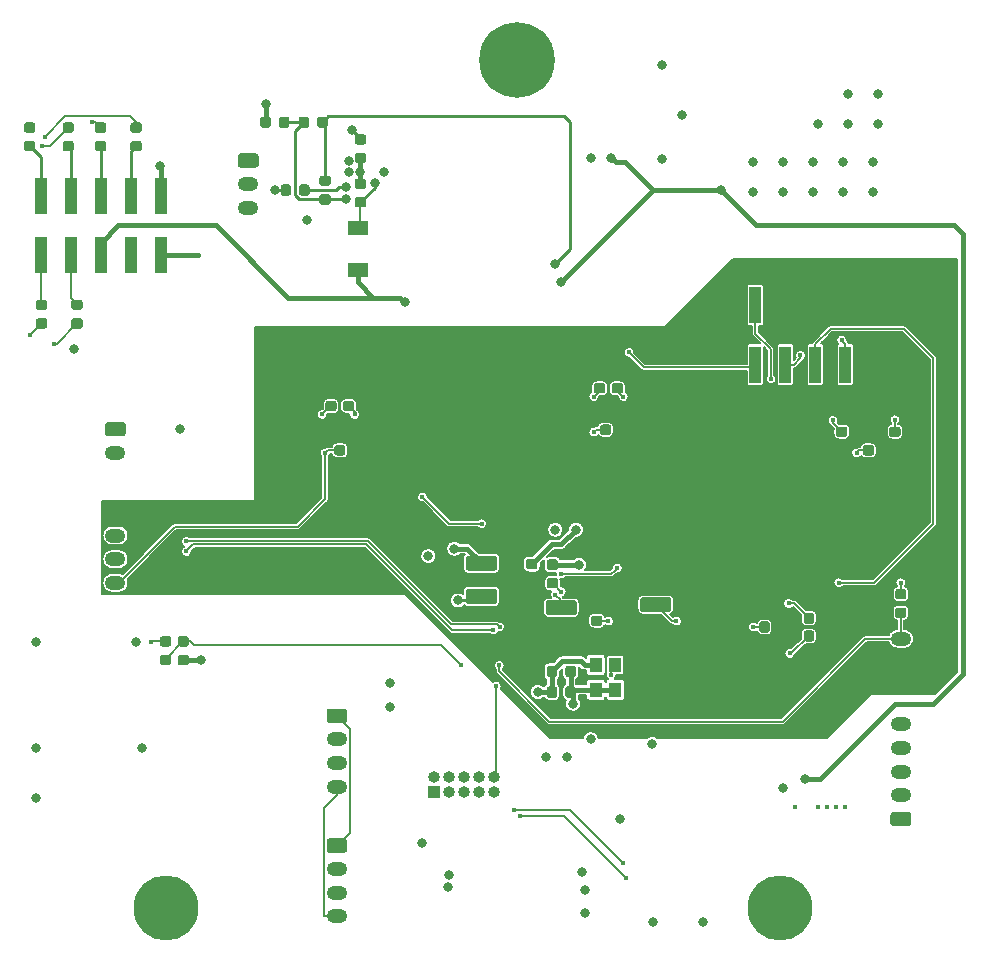
<source format=gbl>
G04 #@! TF.GenerationSoftware,KiCad,Pcbnew,(5.1.4)-1*
G04 #@! TF.CreationDate,2019-11-20T08:15:06+01:00*
G04 #@! TF.ProjectId,hardware_4850,68617264-7761-4726-955f-343835302e6b,rev?*
G04 #@! TF.SameCoordinates,Original*
G04 #@! TF.FileFunction,Copper,L4,Bot*
G04 #@! TF.FilePolarity,Positive*
%FSLAX46Y46*%
G04 Gerber Fmt 4.6, Leading zero omitted, Abs format (unit mm)*
G04 Created by KiCad (PCBNEW (5.1.4)-1) date 2019-11-20 08:15:06*
%MOMM*%
%LPD*%
G04 APERTURE LIST*
%ADD10R,1.700000X1.300000*%
%ADD11C,5.500000*%
%ADD12C,0.800000*%
%ADD13C,6.400000*%
%ADD14O,1.750000X1.200000*%
%ADD15C,0.100000*%
%ADD16C,1.200000*%
%ADD17C,0.875000*%
%ADD18R,1.100000X1.300000*%
%ADD19O,1.000000X1.000000*%
%ADD20R,1.000000X1.000000*%
%ADD21R,1.000000X3.150000*%
%ADD22C,1.250000*%
%ADD23C,0.450000*%
%ADD24C,0.400000*%
%ADD25C,0.250000*%
%ADD26C,0.150000*%
G04 APERTURE END LIST*
D10*
X209500000Y-80500000D03*
X209500000Y-77000000D03*
D11*
X245250000Y-134500000D03*
X193250000Y-134500000D03*
D12*
X224697056Y-61052944D03*
X223000000Y-60350000D03*
X221302944Y-61052944D03*
X220600000Y-62750000D03*
X221302944Y-64447056D03*
X223000000Y-65150000D03*
X224697056Y-64447056D03*
X225400000Y-62750000D03*
D13*
X223000000Y-62750000D03*
D14*
X200250000Y-75250000D03*
X200250000Y-73250000D03*
D15*
G36*
X200899505Y-70651204D02*
G01*
X200923773Y-70654804D01*
X200947572Y-70660765D01*
X200970671Y-70669030D01*
X200992850Y-70679520D01*
X201013893Y-70692132D01*
X201033599Y-70706747D01*
X201051777Y-70723223D01*
X201068253Y-70741401D01*
X201082868Y-70761107D01*
X201095480Y-70782150D01*
X201105970Y-70804329D01*
X201114235Y-70827428D01*
X201120196Y-70851227D01*
X201123796Y-70875495D01*
X201125000Y-70899999D01*
X201125000Y-71600001D01*
X201123796Y-71624505D01*
X201120196Y-71648773D01*
X201114235Y-71672572D01*
X201105970Y-71695671D01*
X201095480Y-71717850D01*
X201082868Y-71738893D01*
X201068253Y-71758599D01*
X201051777Y-71776777D01*
X201033599Y-71793253D01*
X201013893Y-71807868D01*
X200992850Y-71820480D01*
X200970671Y-71830970D01*
X200947572Y-71839235D01*
X200923773Y-71845196D01*
X200899505Y-71848796D01*
X200875001Y-71850000D01*
X199624999Y-71850000D01*
X199600495Y-71848796D01*
X199576227Y-71845196D01*
X199552428Y-71839235D01*
X199529329Y-71830970D01*
X199507150Y-71820480D01*
X199486107Y-71807868D01*
X199466401Y-71793253D01*
X199448223Y-71776777D01*
X199431747Y-71758599D01*
X199417132Y-71738893D01*
X199404520Y-71717850D01*
X199394030Y-71695671D01*
X199385765Y-71672572D01*
X199379804Y-71648773D01*
X199376204Y-71624505D01*
X199375000Y-71600001D01*
X199375000Y-70899999D01*
X199376204Y-70875495D01*
X199379804Y-70851227D01*
X199385765Y-70827428D01*
X199394030Y-70804329D01*
X199404520Y-70782150D01*
X199417132Y-70761107D01*
X199431747Y-70741401D01*
X199448223Y-70723223D01*
X199466401Y-70706747D01*
X199486107Y-70692132D01*
X199507150Y-70679520D01*
X199529329Y-70669030D01*
X199552428Y-70660765D01*
X199576227Y-70654804D01*
X199600495Y-70651204D01*
X199624999Y-70650000D01*
X200875001Y-70650000D01*
X200899505Y-70651204D01*
X200899505Y-70651204D01*
G37*
D16*
X200250000Y-71250000D03*
D15*
G36*
X207527691Y-90026053D02*
G01*
X207548926Y-90029203D01*
X207569750Y-90034419D01*
X207589962Y-90041651D01*
X207609368Y-90050830D01*
X207627781Y-90061866D01*
X207645024Y-90074654D01*
X207660930Y-90089070D01*
X207675346Y-90104976D01*
X207688134Y-90122219D01*
X207699170Y-90140632D01*
X207708349Y-90160038D01*
X207715581Y-90180250D01*
X207720797Y-90201074D01*
X207723947Y-90222309D01*
X207725000Y-90243750D01*
X207725000Y-90681250D01*
X207723947Y-90702691D01*
X207720797Y-90723926D01*
X207715581Y-90744750D01*
X207708349Y-90764962D01*
X207699170Y-90784368D01*
X207688134Y-90802781D01*
X207675346Y-90820024D01*
X207660930Y-90835930D01*
X207645024Y-90850346D01*
X207627781Y-90863134D01*
X207609368Y-90874170D01*
X207589962Y-90883349D01*
X207569750Y-90890581D01*
X207548926Y-90895797D01*
X207527691Y-90898947D01*
X207506250Y-90900000D01*
X206993750Y-90900000D01*
X206972309Y-90898947D01*
X206951074Y-90895797D01*
X206930250Y-90890581D01*
X206910038Y-90883349D01*
X206890632Y-90874170D01*
X206872219Y-90863134D01*
X206854976Y-90850346D01*
X206839070Y-90835930D01*
X206824654Y-90820024D01*
X206811866Y-90802781D01*
X206800830Y-90784368D01*
X206791651Y-90764962D01*
X206784419Y-90744750D01*
X206779203Y-90723926D01*
X206776053Y-90702691D01*
X206775000Y-90681250D01*
X206775000Y-90243750D01*
X206776053Y-90222309D01*
X206779203Y-90201074D01*
X206784419Y-90180250D01*
X206791651Y-90160038D01*
X206800830Y-90140632D01*
X206811866Y-90122219D01*
X206824654Y-90104976D01*
X206839070Y-90089070D01*
X206854976Y-90074654D01*
X206872219Y-90061866D01*
X206890632Y-90050830D01*
X206910038Y-90041651D01*
X206930250Y-90034419D01*
X206951074Y-90029203D01*
X206972309Y-90026053D01*
X206993750Y-90025000D01*
X207506250Y-90025000D01*
X207527691Y-90026053D01*
X207527691Y-90026053D01*
G37*
D17*
X207250000Y-90462500D03*
D15*
G36*
X207527691Y-91601053D02*
G01*
X207548926Y-91604203D01*
X207569750Y-91609419D01*
X207589962Y-91616651D01*
X207609368Y-91625830D01*
X207627781Y-91636866D01*
X207645024Y-91649654D01*
X207660930Y-91664070D01*
X207675346Y-91679976D01*
X207688134Y-91697219D01*
X207699170Y-91715632D01*
X207708349Y-91735038D01*
X207715581Y-91755250D01*
X207720797Y-91776074D01*
X207723947Y-91797309D01*
X207725000Y-91818750D01*
X207725000Y-92256250D01*
X207723947Y-92277691D01*
X207720797Y-92298926D01*
X207715581Y-92319750D01*
X207708349Y-92339962D01*
X207699170Y-92359368D01*
X207688134Y-92377781D01*
X207675346Y-92395024D01*
X207660930Y-92410930D01*
X207645024Y-92425346D01*
X207627781Y-92438134D01*
X207609368Y-92449170D01*
X207589962Y-92458349D01*
X207569750Y-92465581D01*
X207548926Y-92470797D01*
X207527691Y-92473947D01*
X207506250Y-92475000D01*
X206993750Y-92475000D01*
X206972309Y-92473947D01*
X206951074Y-92470797D01*
X206930250Y-92465581D01*
X206910038Y-92458349D01*
X206890632Y-92449170D01*
X206872219Y-92438134D01*
X206854976Y-92425346D01*
X206839070Y-92410930D01*
X206824654Y-92395024D01*
X206811866Y-92377781D01*
X206800830Y-92359368D01*
X206791651Y-92339962D01*
X206784419Y-92319750D01*
X206779203Y-92298926D01*
X206776053Y-92277691D01*
X206775000Y-92256250D01*
X206775000Y-91818750D01*
X206776053Y-91797309D01*
X206779203Y-91776074D01*
X206784419Y-91755250D01*
X206791651Y-91735038D01*
X206800830Y-91715632D01*
X206811866Y-91697219D01*
X206824654Y-91679976D01*
X206839070Y-91664070D01*
X206854976Y-91649654D01*
X206872219Y-91636866D01*
X206890632Y-91625830D01*
X206910038Y-91616651D01*
X206930250Y-91609419D01*
X206951074Y-91604203D01*
X206972309Y-91601053D01*
X206993750Y-91600000D01*
X207506250Y-91600000D01*
X207527691Y-91601053D01*
X207527691Y-91601053D01*
G37*
D17*
X207250000Y-92037500D03*
D15*
G36*
X209027691Y-90026053D02*
G01*
X209048926Y-90029203D01*
X209069750Y-90034419D01*
X209089962Y-90041651D01*
X209109368Y-90050830D01*
X209127781Y-90061866D01*
X209145024Y-90074654D01*
X209160930Y-90089070D01*
X209175346Y-90104976D01*
X209188134Y-90122219D01*
X209199170Y-90140632D01*
X209208349Y-90160038D01*
X209215581Y-90180250D01*
X209220797Y-90201074D01*
X209223947Y-90222309D01*
X209225000Y-90243750D01*
X209225000Y-90681250D01*
X209223947Y-90702691D01*
X209220797Y-90723926D01*
X209215581Y-90744750D01*
X209208349Y-90764962D01*
X209199170Y-90784368D01*
X209188134Y-90802781D01*
X209175346Y-90820024D01*
X209160930Y-90835930D01*
X209145024Y-90850346D01*
X209127781Y-90863134D01*
X209109368Y-90874170D01*
X209089962Y-90883349D01*
X209069750Y-90890581D01*
X209048926Y-90895797D01*
X209027691Y-90898947D01*
X209006250Y-90900000D01*
X208493750Y-90900000D01*
X208472309Y-90898947D01*
X208451074Y-90895797D01*
X208430250Y-90890581D01*
X208410038Y-90883349D01*
X208390632Y-90874170D01*
X208372219Y-90863134D01*
X208354976Y-90850346D01*
X208339070Y-90835930D01*
X208324654Y-90820024D01*
X208311866Y-90802781D01*
X208300830Y-90784368D01*
X208291651Y-90764962D01*
X208284419Y-90744750D01*
X208279203Y-90723926D01*
X208276053Y-90702691D01*
X208275000Y-90681250D01*
X208275000Y-90243750D01*
X208276053Y-90222309D01*
X208279203Y-90201074D01*
X208284419Y-90180250D01*
X208291651Y-90160038D01*
X208300830Y-90140632D01*
X208311866Y-90122219D01*
X208324654Y-90104976D01*
X208339070Y-90089070D01*
X208354976Y-90074654D01*
X208372219Y-90061866D01*
X208390632Y-90050830D01*
X208410038Y-90041651D01*
X208430250Y-90034419D01*
X208451074Y-90029203D01*
X208472309Y-90026053D01*
X208493750Y-90025000D01*
X209006250Y-90025000D01*
X209027691Y-90026053D01*
X209027691Y-90026053D01*
G37*
D17*
X208750000Y-90462500D03*
D15*
G36*
X209027691Y-91601053D02*
G01*
X209048926Y-91604203D01*
X209069750Y-91609419D01*
X209089962Y-91616651D01*
X209109368Y-91625830D01*
X209127781Y-91636866D01*
X209145024Y-91649654D01*
X209160930Y-91664070D01*
X209175346Y-91679976D01*
X209188134Y-91697219D01*
X209199170Y-91715632D01*
X209208349Y-91735038D01*
X209215581Y-91755250D01*
X209220797Y-91776074D01*
X209223947Y-91797309D01*
X209225000Y-91818750D01*
X209225000Y-92256250D01*
X209223947Y-92277691D01*
X209220797Y-92298926D01*
X209215581Y-92319750D01*
X209208349Y-92339962D01*
X209199170Y-92359368D01*
X209188134Y-92377781D01*
X209175346Y-92395024D01*
X209160930Y-92410930D01*
X209145024Y-92425346D01*
X209127781Y-92438134D01*
X209109368Y-92449170D01*
X209089962Y-92458349D01*
X209069750Y-92465581D01*
X209048926Y-92470797D01*
X209027691Y-92473947D01*
X209006250Y-92475000D01*
X208493750Y-92475000D01*
X208472309Y-92473947D01*
X208451074Y-92470797D01*
X208430250Y-92465581D01*
X208410038Y-92458349D01*
X208390632Y-92449170D01*
X208372219Y-92438134D01*
X208354976Y-92425346D01*
X208339070Y-92410930D01*
X208324654Y-92395024D01*
X208311866Y-92377781D01*
X208300830Y-92359368D01*
X208291651Y-92339962D01*
X208284419Y-92319750D01*
X208279203Y-92298926D01*
X208276053Y-92277691D01*
X208275000Y-92256250D01*
X208275000Y-91818750D01*
X208276053Y-91797309D01*
X208279203Y-91776074D01*
X208284419Y-91755250D01*
X208291651Y-91735038D01*
X208300830Y-91715632D01*
X208311866Y-91697219D01*
X208324654Y-91679976D01*
X208339070Y-91664070D01*
X208354976Y-91649654D01*
X208372219Y-91636866D01*
X208390632Y-91625830D01*
X208410038Y-91616651D01*
X208430250Y-91609419D01*
X208451074Y-91604203D01*
X208472309Y-91601053D01*
X208493750Y-91600000D01*
X209006250Y-91600000D01*
X209027691Y-91601053D01*
X209027691Y-91601053D01*
G37*
D17*
X208750000Y-92037500D03*
D14*
X207750000Y-135250000D03*
X207750000Y-133250000D03*
X207750000Y-131250000D03*
D15*
G36*
X208399505Y-128651204D02*
G01*
X208423773Y-128654804D01*
X208447572Y-128660765D01*
X208470671Y-128669030D01*
X208492850Y-128679520D01*
X208513893Y-128692132D01*
X208533599Y-128706747D01*
X208551777Y-128723223D01*
X208568253Y-128741401D01*
X208582868Y-128761107D01*
X208595480Y-128782150D01*
X208605970Y-128804329D01*
X208614235Y-128827428D01*
X208620196Y-128851227D01*
X208623796Y-128875495D01*
X208625000Y-128899999D01*
X208625000Y-129600001D01*
X208623796Y-129624505D01*
X208620196Y-129648773D01*
X208614235Y-129672572D01*
X208605970Y-129695671D01*
X208595480Y-129717850D01*
X208582868Y-129738893D01*
X208568253Y-129758599D01*
X208551777Y-129776777D01*
X208533599Y-129793253D01*
X208513893Y-129807868D01*
X208492850Y-129820480D01*
X208470671Y-129830970D01*
X208447572Y-129839235D01*
X208423773Y-129845196D01*
X208399505Y-129848796D01*
X208375001Y-129850000D01*
X207124999Y-129850000D01*
X207100495Y-129848796D01*
X207076227Y-129845196D01*
X207052428Y-129839235D01*
X207029329Y-129830970D01*
X207007150Y-129820480D01*
X206986107Y-129807868D01*
X206966401Y-129793253D01*
X206948223Y-129776777D01*
X206931747Y-129758599D01*
X206917132Y-129738893D01*
X206904520Y-129717850D01*
X206894030Y-129695671D01*
X206885765Y-129672572D01*
X206879804Y-129648773D01*
X206876204Y-129624505D01*
X206875000Y-129600001D01*
X206875000Y-128899999D01*
X206876204Y-128875495D01*
X206879804Y-128851227D01*
X206885765Y-128827428D01*
X206894030Y-128804329D01*
X206904520Y-128782150D01*
X206917132Y-128761107D01*
X206931747Y-128741401D01*
X206948223Y-128723223D01*
X206966401Y-128706747D01*
X206986107Y-128692132D01*
X207007150Y-128679520D01*
X207029329Y-128669030D01*
X207052428Y-128660765D01*
X207076227Y-128654804D01*
X207100495Y-128651204D01*
X207124999Y-128650000D01*
X208375001Y-128650000D01*
X208399505Y-128651204D01*
X208399505Y-128651204D01*
G37*
D16*
X207750000Y-129250000D03*
D14*
X207750000Y-124250000D03*
X207750000Y-122250000D03*
X207750000Y-120250000D03*
D15*
G36*
X208399505Y-117651204D02*
G01*
X208423773Y-117654804D01*
X208447572Y-117660765D01*
X208470671Y-117669030D01*
X208492850Y-117679520D01*
X208513893Y-117692132D01*
X208533599Y-117706747D01*
X208551777Y-117723223D01*
X208568253Y-117741401D01*
X208582868Y-117761107D01*
X208595480Y-117782150D01*
X208605970Y-117804329D01*
X208614235Y-117827428D01*
X208620196Y-117851227D01*
X208623796Y-117875495D01*
X208625000Y-117899999D01*
X208625000Y-118600001D01*
X208623796Y-118624505D01*
X208620196Y-118648773D01*
X208614235Y-118672572D01*
X208605970Y-118695671D01*
X208595480Y-118717850D01*
X208582868Y-118738893D01*
X208568253Y-118758599D01*
X208551777Y-118776777D01*
X208533599Y-118793253D01*
X208513893Y-118807868D01*
X208492850Y-118820480D01*
X208470671Y-118830970D01*
X208447572Y-118839235D01*
X208423773Y-118845196D01*
X208399505Y-118848796D01*
X208375001Y-118850000D01*
X207124999Y-118850000D01*
X207100495Y-118848796D01*
X207076227Y-118845196D01*
X207052428Y-118839235D01*
X207029329Y-118830970D01*
X207007150Y-118820480D01*
X206986107Y-118807868D01*
X206966401Y-118793253D01*
X206948223Y-118776777D01*
X206931747Y-118758599D01*
X206917132Y-118738893D01*
X206904520Y-118717850D01*
X206894030Y-118695671D01*
X206885765Y-118672572D01*
X206879804Y-118648773D01*
X206876204Y-118624505D01*
X206875000Y-118600001D01*
X206875000Y-117899999D01*
X206876204Y-117875495D01*
X206879804Y-117851227D01*
X206885765Y-117827428D01*
X206894030Y-117804329D01*
X206904520Y-117782150D01*
X206917132Y-117761107D01*
X206931747Y-117741401D01*
X206948223Y-117723223D01*
X206966401Y-117706747D01*
X206986107Y-117692132D01*
X207007150Y-117679520D01*
X207029329Y-117669030D01*
X207052428Y-117660765D01*
X207076227Y-117654804D01*
X207100495Y-117651204D01*
X207124999Y-117650000D01*
X208375001Y-117650000D01*
X208399505Y-117651204D01*
X208399505Y-117651204D01*
G37*
D16*
X207750000Y-118250000D03*
D14*
X189000000Y-96000000D03*
D15*
G36*
X189649505Y-93401204D02*
G01*
X189673773Y-93404804D01*
X189697572Y-93410765D01*
X189720671Y-93419030D01*
X189742850Y-93429520D01*
X189763893Y-93442132D01*
X189783599Y-93456747D01*
X189801777Y-93473223D01*
X189818253Y-93491401D01*
X189832868Y-93511107D01*
X189845480Y-93532150D01*
X189855970Y-93554329D01*
X189864235Y-93577428D01*
X189870196Y-93601227D01*
X189873796Y-93625495D01*
X189875000Y-93649999D01*
X189875000Y-94350001D01*
X189873796Y-94374505D01*
X189870196Y-94398773D01*
X189864235Y-94422572D01*
X189855970Y-94445671D01*
X189845480Y-94467850D01*
X189832868Y-94488893D01*
X189818253Y-94508599D01*
X189801777Y-94526777D01*
X189783599Y-94543253D01*
X189763893Y-94557868D01*
X189742850Y-94570480D01*
X189720671Y-94580970D01*
X189697572Y-94589235D01*
X189673773Y-94595196D01*
X189649505Y-94598796D01*
X189625001Y-94600000D01*
X188374999Y-94600000D01*
X188350495Y-94598796D01*
X188326227Y-94595196D01*
X188302428Y-94589235D01*
X188279329Y-94580970D01*
X188257150Y-94570480D01*
X188236107Y-94557868D01*
X188216401Y-94543253D01*
X188198223Y-94526777D01*
X188181747Y-94508599D01*
X188167132Y-94488893D01*
X188154520Y-94467850D01*
X188144030Y-94445671D01*
X188135765Y-94422572D01*
X188129804Y-94398773D01*
X188126204Y-94374505D01*
X188125000Y-94350001D01*
X188125000Y-93649999D01*
X188126204Y-93625495D01*
X188129804Y-93601227D01*
X188135765Y-93577428D01*
X188144030Y-93554329D01*
X188154520Y-93532150D01*
X188167132Y-93511107D01*
X188181747Y-93491401D01*
X188198223Y-93473223D01*
X188216401Y-93456747D01*
X188236107Y-93442132D01*
X188257150Y-93429520D01*
X188279329Y-93419030D01*
X188302428Y-93410765D01*
X188326227Y-93404804D01*
X188350495Y-93401204D01*
X188374999Y-93400000D01*
X189625001Y-93400000D01*
X189649505Y-93401204D01*
X189649505Y-93401204D01*
G37*
D16*
X189000000Y-94000000D03*
D14*
X255500000Y-119000000D03*
X255500000Y-121000000D03*
X255500000Y-123000000D03*
X255500000Y-125000000D03*
D15*
G36*
X256149505Y-126401204D02*
G01*
X256173773Y-126404804D01*
X256197572Y-126410765D01*
X256220671Y-126419030D01*
X256242850Y-126429520D01*
X256263893Y-126442132D01*
X256283599Y-126456747D01*
X256301777Y-126473223D01*
X256318253Y-126491401D01*
X256332868Y-126511107D01*
X256345480Y-126532150D01*
X256355970Y-126554329D01*
X256364235Y-126577428D01*
X256370196Y-126601227D01*
X256373796Y-126625495D01*
X256375000Y-126649999D01*
X256375000Y-127350001D01*
X256373796Y-127374505D01*
X256370196Y-127398773D01*
X256364235Y-127422572D01*
X256355970Y-127445671D01*
X256345480Y-127467850D01*
X256332868Y-127488893D01*
X256318253Y-127508599D01*
X256301777Y-127526777D01*
X256283599Y-127543253D01*
X256263893Y-127557868D01*
X256242850Y-127570480D01*
X256220671Y-127580970D01*
X256197572Y-127589235D01*
X256173773Y-127595196D01*
X256149505Y-127598796D01*
X256125001Y-127600000D01*
X254874999Y-127600000D01*
X254850495Y-127598796D01*
X254826227Y-127595196D01*
X254802428Y-127589235D01*
X254779329Y-127580970D01*
X254757150Y-127570480D01*
X254736107Y-127557868D01*
X254716401Y-127543253D01*
X254698223Y-127526777D01*
X254681747Y-127508599D01*
X254667132Y-127488893D01*
X254654520Y-127467850D01*
X254644030Y-127445671D01*
X254635765Y-127422572D01*
X254629804Y-127398773D01*
X254626204Y-127374505D01*
X254625000Y-127350001D01*
X254625000Y-126649999D01*
X254626204Y-126625495D01*
X254629804Y-126601227D01*
X254635765Y-126577428D01*
X254644030Y-126554329D01*
X254654520Y-126532150D01*
X254667132Y-126511107D01*
X254681747Y-126491401D01*
X254698223Y-126473223D01*
X254716401Y-126456747D01*
X254736107Y-126442132D01*
X254757150Y-126429520D01*
X254779329Y-126419030D01*
X254802428Y-126410765D01*
X254826227Y-126404804D01*
X254850495Y-126401204D01*
X254874999Y-126400000D01*
X256125001Y-126400000D01*
X256149505Y-126401204D01*
X256149505Y-126401204D01*
G37*
D16*
X255500000Y-127000000D03*
D14*
X255500000Y-111750000D03*
D15*
G36*
X256149505Y-113151204D02*
G01*
X256173773Y-113154804D01*
X256197572Y-113160765D01*
X256220671Y-113169030D01*
X256242850Y-113179520D01*
X256263893Y-113192132D01*
X256283599Y-113206747D01*
X256301777Y-113223223D01*
X256318253Y-113241401D01*
X256332868Y-113261107D01*
X256345480Y-113282150D01*
X256355970Y-113304329D01*
X256364235Y-113327428D01*
X256370196Y-113351227D01*
X256373796Y-113375495D01*
X256375000Y-113399999D01*
X256375000Y-114100001D01*
X256373796Y-114124505D01*
X256370196Y-114148773D01*
X256364235Y-114172572D01*
X256355970Y-114195671D01*
X256345480Y-114217850D01*
X256332868Y-114238893D01*
X256318253Y-114258599D01*
X256301777Y-114276777D01*
X256283599Y-114293253D01*
X256263893Y-114307868D01*
X256242850Y-114320480D01*
X256220671Y-114330970D01*
X256197572Y-114339235D01*
X256173773Y-114345196D01*
X256149505Y-114348796D01*
X256125001Y-114350000D01*
X254874999Y-114350000D01*
X254850495Y-114348796D01*
X254826227Y-114345196D01*
X254802428Y-114339235D01*
X254779329Y-114330970D01*
X254757150Y-114320480D01*
X254736107Y-114307868D01*
X254716401Y-114293253D01*
X254698223Y-114276777D01*
X254681747Y-114258599D01*
X254667132Y-114238893D01*
X254654520Y-114217850D01*
X254644030Y-114195671D01*
X254635765Y-114172572D01*
X254629804Y-114148773D01*
X254626204Y-114124505D01*
X254625000Y-114100001D01*
X254625000Y-113399999D01*
X254626204Y-113375495D01*
X254629804Y-113351227D01*
X254635765Y-113327428D01*
X254644030Y-113304329D01*
X254654520Y-113282150D01*
X254667132Y-113261107D01*
X254681747Y-113241401D01*
X254698223Y-113223223D01*
X254716401Y-113206747D01*
X254736107Y-113192132D01*
X254757150Y-113179520D01*
X254779329Y-113169030D01*
X254802428Y-113160765D01*
X254826227Y-113154804D01*
X254850495Y-113151204D01*
X254874999Y-113150000D01*
X256125001Y-113150000D01*
X256149505Y-113151204D01*
X256149505Y-113151204D01*
G37*
D16*
X255500000Y-113750000D03*
D14*
X189000000Y-107000000D03*
X189000000Y-105000000D03*
X189000000Y-103000000D03*
D15*
G36*
X189649505Y-100401204D02*
G01*
X189673773Y-100404804D01*
X189697572Y-100410765D01*
X189720671Y-100419030D01*
X189742850Y-100429520D01*
X189763893Y-100442132D01*
X189783599Y-100456747D01*
X189801777Y-100473223D01*
X189818253Y-100491401D01*
X189832868Y-100511107D01*
X189845480Y-100532150D01*
X189855970Y-100554329D01*
X189864235Y-100577428D01*
X189870196Y-100601227D01*
X189873796Y-100625495D01*
X189875000Y-100649999D01*
X189875000Y-101350001D01*
X189873796Y-101374505D01*
X189870196Y-101398773D01*
X189864235Y-101422572D01*
X189855970Y-101445671D01*
X189845480Y-101467850D01*
X189832868Y-101488893D01*
X189818253Y-101508599D01*
X189801777Y-101526777D01*
X189783599Y-101543253D01*
X189763893Y-101557868D01*
X189742850Y-101570480D01*
X189720671Y-101580970D01*
X189697572Y-101589235D01*
X189673773Y-101595196D01*
X189649505Y-101598796D01*
X189625001Y-101600000D01*
X188374999Y-101600000D01*
X188350495Y-101598796D01*
X188326227Y-101595196D01*
X188302428Y-101589235D01*
X188279329Y-101580970D01*
X188257150Y-101570480D01*
X188236107Y-101557868D01*
X188216401Y-101543253D01*
X188198223Y-101526777D01*
X188181747Y-101508599D01*
X188167132Y-101488893D01*
X188154520Y-101467850D01*
X188144030Y-101445671D01*
X188135765Y-101422572D01*
X188129804Y-101398773D01*
X188126204Y-101374505D01*
X188125000Y-101350001D01*
X188125000Y-100649999D01*
X188126204Y-100625495D01*
X188129804Y-100601227D01*
X188135765Y-100577428D01*
X188144030Y-100554329D01*
X188154520Y-100532150D01*
X188167132Y-100511107D01*
X188181747Y-100491401D01*
X188198223Y-100473223D01*
X188216401Y-100456747D01*
X188236107Y-100442132D01*
X188257150Y-100429520D01*
X188279329Y-100419030D01*
X188302428Y-100410765D01*
X188326227Y-100404804D01*
X188350495Y-100401204D01*
X188374999Y-100400000D01*
X189625001Y-100400000D01*
X189649505Y-100401204D01*
X189649505Y-100401204D01*
G37*
D16*
X189000000Y-101000000D03*
D15*
G36*
X183027691Y-84601053D02*
G01*
X183048926Y-84604203D01*
X183069750Y-84609419D01*
X183089962Y-84616651D01*
X183109368Y-84625830D01*
X183127781Y-84636866D01*
X183145024Y-84649654D01*
X183160930Y-84664070D01*
X183175346Y-84679976D01*
X183188134Y-84697219D01*
X183199170Y-84715632D01*
X183208349Y-84735038D01*
X183215581Y-84755250D01*
X183220797Y-84776074D01*
X183223947Y-84797309D01*
X183225000Y-84818750D01*
X183225000Y-85256250D01*
X183223947Y-85277691D01*
X183220797Y-85298926D01*
X183215581Y-85319750D01*
X183208349Y-85339962D01*
X183199170Y-85359368D01*
X183188134Y-85377781D01*
X183175346Y-85395024D01*
X183160930Y-85410930D01*
X183145024Y-85425346D01*
X183127781Y-85438134D01*
X183109368Y-85449170D01*
X183089962Y-85458349D01*
X183069750Y-85465581D01*
X183048926Y-85470797D01*
X183027691Y-85473947D01*
X183006250Y-85475000D01*
X182493750Y-85475000D01*
X182472309Y-85473947D01*
X182451074Y-85470797D01*
X182430250Y-85465581D01*
X182410038Y-85458349D01*
X182390632Y-85449170D01*
X182372219Y-85438134D01*
X182354976Y-85425346D01*
X182339070Y-85410930D01*
X182324654Y-85395024D01*
X182311866Y-85377781D01*
X182300830Y-85359368D01*
X182291651Y-85339962D01*
X182284419Y-85319750D01*
X182279203Y-85298926D01*
X182276053Y-85277691D01*
X182275000Y-85256250D01*
X182275000Y-84818750D01*
X182276053Y-84797309D01*
X182279203Y-84776074D01*
X182284419Y-84755250D01*
X182291651Y-84735038D01*
X182300830Y-84715632D01*
X182311866Y-84697219D01*
X182324654Y-84679976D01*
X182339070Y-84664070D01*
X182354976Y-84649654D01*
X182372219Y-84636866D01*
X182390632Y-84625830D01*
X182410038Y-84616651D01*
X182430250Y-84609419D01*
X182451074Y-84604203D01*
X182472309Y-84601053D01*
X182493750Y-84600000D01*
X183006250Y-84600000D01*
X183027691Y-84601053D01*
X183027691Y-84601053D01*
G37*
D17*
X182750000Y-85037500D03*
D15*
G36*
X183027691Y-83026053D02*
G01*
X183048926Y-83029203D01*
X183069750Y-83034419D01*
X183089962Y-83041651D01*
X183109368Y-83050830D01*
X183127781Y-83061866D01*
X183145024Y-83074654D01*
X183160930Y-83089070D01*
X183175346Y-83104976D01*
X183188134Y-83122219D01*
X183199170Y-83140632D01*
X183208349Y-83160038D01*
X183215581Y-83180250D01*
X183220797Y-83201074D01*
X183223947Y-83222309D01*
X183225000Y-83243750D01*
X183225000Y-83681250D01*
X183223947Y-83702691D01*
X183220797Y-83723926D01*
X183215581Y-83744750D01*
X183208349Y-83764962D01*
X183199170Y-83784368D01*
X183188134Y-83802781D01*
X183175346Y-83820024D01*
X183160930Y-83835930D01*
X183145024Y-83850346D01*
X183127781Y-83863134D01*
X183109368Y-83874170D01*
X183089962Y-83883349D01*
X183069750Y-83890581D01*
X183048926Y-83895797D01*
X183027691Y-83898947D01*
X183006250Y-83900000D01*
X182493750Y-83900000D01*
X182472309Y-83898947D01*
X182451074Y-83895797D01*
X182430250Y-83890581D01*
X182410038Y-83883349D01*
X182390632Y-83874170D01*
X182372219Y-83863134D01*
X182354976Y-83850346D01*
X182339070Y-83835930D01*
X182324654Y-83820024D01*
X182311866Y-83802781D01*
X182300830Y-83784368D01*
X182291651Y-83764962D01*
X182284419Y-83744750D01*
X182279203Y-83723926D01*
X182276053Y-83702691D01*
X182275000Y-83681250D01*
X182275000Y-83243750D01*
X182276053Y-83222309D01*
X182279203Y-83201074D01*
X182284419Y-83180250D01*
X182291651Y-83160038D01*
X182300830Y-83140632D01*
X182311866Y-83122219D01*
X182324654Y-83104976D01*
X182339070Y-83089070D01*
X182354976Y-83074654D01*
X182372219Y-83061866D01*
X182390632Y-83050830D01*
X182410038Y-83041651D01*
X182430250Y-83034419D01*
X182451074Y-83029203D01*
X182472309Y-83026053D01*
X182493750Y-83025000D01*
X183006250Y-83025000D01*
X183027691Y-83026053D01*
X183027691Y-83026053D01*
G37*
D17*
X182750000Y-83462500D03*
D15*
G36*
X185277691Y-68026053D02*
G01*
X185298926Y-68029203D01*
X185319750Y-68034419D01*
X185339962Y-68041651D01*
X185359368Y-68050830D01*
X185377781Y-68061866D01*
X185395024Y-68074654D01*
X185410930Y-68089070D01*
X185425346Y-68104976D01*
X185438134Y-68122219D01*
X185449170Y-68140632D01*
X185458349Y-68160038D01*
X185465581Y-68180250D01*
X185470797Y-68201074D01*
X185473947Y-68222309D01*
X185475000Y-68243750D01*
X185475000Y-68681250D01*
X185473947Y-68702691D01*
X185470797Y-68723926D01*
X185465581Y-68744750D01*
X185458349Y-68764962D01*
X185449170Y-68784368D01*
X185438134Y-68802781D01*
X185425346Y-68820024D01*
X185410930Y-68835930D01*
X185395024Y-68850346D01*
X185377781Y-68863134D01*
X185359368Y-68874170D01*
X185339962Y-68883349D01*
X185319750Y-68890581D01*
X185298926Y-68895797D01*
X185277691Y-68898947D01*
X185256250Y-68900000D01*
X184743750Y-68900000D01*
X184722309Y-68898947D01*
X184701074Y-68895797D01*
X184680250Y-68890581D01*
X184660038Y-68883349D01*
X184640632Y-68874170D01*
X184622219Y-68863134D01*
X184604976Y-68850346D01*
X184589070Y-68835930D01*
X184574654Y-68820024D01*
X184561866Y-68802781D01*
X184550830Y-68784368D01*
X184541651Y-68764962D01*
X184534419Y-68744750D01*
X184529203Y-68723926D01*
X184526053Y-68702691D01*
X184525000Y-68681250D01*
X184525000Y-68243750D01*
X184526053Y-68222309D01*
X184529203Y-68201074D01*
X184534419Y-68180250D01*
X184541651Y-68160038D01*
X184550830Y-68140632D01*
X184561866Y-68122219D01*
X184574654Y-68104976D01*
X184589070Y-68089070D01*
X184604976Y-68074654D01*
X184622219Y-68061866D01*
X184640632Y-68050830D01*
X184660038Y-68041651D01*
X184680250Y-68034419D01*
X184701074Y-68029203D01*
X184722309Y-68026053D01*
X184743750Y-68025000D01*
X185256250Y-68025000D01*
X185277691Y-68026053D01*
X185277691Y-68026053D01*
G37*
D17*
X185000000Y-68462500D03*
D15*
G36*
X185277691Y-69601053D02*
G01*
X185298926Y-69604203D01*
X185319750Y-69609419D01*
X185339962Y-69616651D01*
X185359368Y-69625830D01*
X185377781Y-69636866D01*
X185395024Y-69649654D01*
X185410930Y-69664070D01*
X185425346Y-69679976D01*
X185438134Y-69697219D01*
X185449170Y-69715632D01*
X185458349Y-69735038D01*
X185465581Y-69755250D01*
X185470797Y-69776074D01*
X185473947Y-69797309D01*
X185475000Y-69818750D01*
X185475000Y-70256250D01*
X185473947Y-70277691D01*
X185470797Y-70298926D01*
X185465581Y-70319750D01*
X185458349Y-70339962D01*
X185449170Y-70359368D01*
X185438134Y-70377781D01*
X185425346Y-70395024D01*
X185410930Y-70410930D01*
X185395024Y-70425346D01*
X185377781Y-70438134D01*
X185359368Y-70449170D01*
X185339962Y-70458349D01*
X185319750Y-70465581D01*
X185298926Y-70470797D01*
X185277691Y-70473947D01*
X185256250Y-70475000D01*
X184743750Y-70475000D01*
X184722309Y-70473947D01*
X184701074Y-70470797D01*
X184680250Y-70465581D01*
X184660038Y-70458349D01*
X184640632Y-70449170D01*
X184622219Y-70438134D01*
X184604976Y-70425346D01*
X184589070Y-70410930D01*
X184574654Y-70395024D01*
X184561866Y-70377781D01*
X184550830Y-70359368D01*
X184541651Y-70339962D01*
X184534419Y-70319750D01*
X184529203Y-70298926D01*
X184526053Y-70277691D01*
X184525000Y-70256250D01*
X184525000Y-69818750D01*
X184526053Y-69797309D01*
X184529203Y-69776074D01*
X184534419Y-69755250D01*
X184541651Y-69735038D01*
X184550830Y-69715632D01*
X184561866Y-69697219D01*
X184574654Y-69679976D01*
X184589070Y-69664070D01*
X184604976Y-69649654D01*
X184622219Y-69636866D01*
X184640632Y-69625830D01*
X184660038Y-69616651D01*
X184680250Y-69609419D01*
X184701074Y-69604203D01*
X184722309Y-69601053D01*
X184743750Y-69600000D01*
X185256250Y-69600000D01*
X185277691Y-69601053D01*
X185277691Y-69601053D01*
G37*
D17*
X185000000Y-70037500D03*
D15*
G36*
X191027691Y-68026053D02*
G01*
X191048926Y-68029203D01*
X191069750Y-68034419D01*
X191089962Y-68041651D01*
X191109368Y-68050830D01*
X191127781Y-68061866D01*
X191145024Y-68074654D01*
X191160930Y-68089070D01*
X191175346Y-68104976D01*
X191188134Y-68122219D01*
X191199170Y-68140632D01*
X191208349Y-68160038D01*
X191215581Y-68180250D01*
X191220797Y-68201074D01*
X191223947Y-68222309D01*
X191225000Y-68243750D01*
X191225000Y-68681250D01*
X191223947Y-68702691D01*
X191220797Y-68723926D01*
X191215581Y-68744750D01*
X191208349Y-68764962D01*
X191199170Y-68784368D01*
X191188134Y-68802781D01*
X191175346Y-68820024D01*
X191160930Y-68835930D01*
X191145024Y-68850346D01*
X191127781Y-68863134D01*
X191109368Y-68874170D01*
X191089962Y-68883349D01*
X191069750Y-68890581D01*
X191048926Y-68895797D01*
X191027691Y-68898947D01*
X191006250Y-68900000D01*
X190493750Y-68900000D01*
X190472309Y-68898947D01*
X190451074Y-68895797D01*
X190430250Y-68890581D01*
X190410038Y-68883349D01*
X190390632Y-68874170D01*
X190372219Y-68863134D01*
X190354976Y-68850346D01*
X190339070Y-68835930D01*
X190324654Y-68820024D01*
X190311866Y-68802781D01*
X190300830Y-68784368D01*
X190291651Y-68764962D01*
X190284419Y-68744750D01*
X190279203Y-68723926D01*
X190276053Y-68702691D01*
X190275000Y-68681250D01*
X190275000Y-68243750D01*
X190276053Y-68222309D01*
X190279203Y-68201074D01*
X190284419Y-68180250D01*
X190291651Y-68160038D01*
X190300830Y-68140632D01*
X190311866Y-68122219D01*
X190324654Y-68104976D01*
X190339070Y-68089070D01*
X190354976Y-68074654D01*
X190372219Y-68061866D01*
X190390632Y-68050830D01*
X190410038Y-68041651D01*
X190430250Y-68034419D01*
X190451074Y-68029203D01*
X190472309Y-68026053D01*
X190493750Y-68025000D01*
X191006250Y-68025000D01*
X191027691Y-68026053D01*
X191027691Y-68026053D01*
G37*
D17*
X190750000Y-68462500D03*
D15*
G36*
X191027691Y-69601053D02*
G01*
X191048926Y-69604203D01*
X191069750Y-69609419D01*
X191089962Y-69616651D01*
X191109368Y-69625830D01*
X191127781Y-69636866D01*
X191145024Y-69649654D01*
X191160930Y-69664070D01*
X191175346Y-69679976D01*
X191188134Y-69697219D01*
X191199170Y-69715632D01*
X191208349Y-69735038D01*
X191215581Y-69755250D01*
X191220797Y-69776074D01*
X191223947Y-69797309D01*
X191225000Y-69818750D01*
X191225000Y-70256250D01*
X191223947Y-70277691D01*
X191220797Y-70298926D01*
X191215581Y-70319750D01*
X191208349Y-70339962D01*
X191199170Y-70359368D01*
X191188134Y-70377781D01*
X191175346Y-70395024D01*
X191160930Y-70410930D01*
X191145024Y-70425346D01*
X191127781Y-70438134D01*
X191109368Y-70449170D01*
X191089962Y-70458349D01*
X191069750Y-70465581D01*
X191048926Y-70470797D01*
X191027691Y-70473947D01*
X191006250Y-70475000D01*
X190493750Y-70475000D01*
X190472309Y-70473947D01*
X190451074Y-70470797D01*
X190430250Y-70465581D01*
X190410038Y-70458349D01*
X190390632Y-70449170D01*
X190372219Y-70438134D01*
X190354976Y-70425346D01*
X190339070Y-70410930D01*
X190324654Y-70395024D01*
X190311866Y-70377781D01*
X190300830Y-70359368D01*
X190291651Y-70339962D01*
X190284419Y-70319750D01*
X190279203Y-70298926D01*
X190276053Y-70277691D01*
X190275000Y-70256250D01*
X190275000Y-69818750D01*
X190276053Y-69797309D01*
X190279203Y-69776074D01*
X190284419Y-69755250D01*
X190291651Y-69735038D01*
X190300830Y-69715632D01*
X190311866Y-69697219D01*
X190324654Y-69679976D01*
X190339070Y-69664070D01*
X190354976Y-69649654D01*
X190372219Y-69636866D01*
X190390632Y-69625830D01*
X190410038Y-69616651D01*
X190430250Y-69609419D01*
X190451074Y-69604203D01*
X190472309Y-69601053D01*
X190493750Y-69600000D01*
X191006250Y-69600000D01*
X191027691Y-69601053D01*
X191027691Y-69601053D01*
G37*
D17*
X190750000Y-70037500D03*
D15*
G36*
X186027691Y-84601053D02*
G01*
X186048926Y-84604203D01*
X186069750Y-84609419D01*
X186089962Y-84616651D01*
X186109368Y-84625830D01*
X186127781Y-84636866D01*
X186145024Y-84649654D01*
X186160930Y-84664070D01*
X186175346Y-84679976D01*
X186188134Y-84697219D01*
X186199170Y-84715632D01*
X186208349Y-84735038D01*
X186215581Y-84755250D01*
X186220797Y-84776074D01*
X186223947Y-84797309D01*
X186225000Y-84818750D01*
X186225000Y-85256250D01*
X186223947Y-85277691D01*
X186220797Y-85298926D01*
X186215581Y-85319750D01*
X186208349Y-85339962D01*
X186199170Y-85359368D01*
X186188134Y-85377781D01*
X186175346Y-85395024D01*
X186160930Y-85410930D01*
X186145024Y-85425346D01*
X186127781Y-85438134D01*
X186109368Y-85449170D01*
X186089962Y-85458349D01*
X186069750Y-85465581D01*
X186048926Y-85470797D01*
X186027691Y-85473947D01*
X186006250Y-85475000D01*
X185493750Y-85475000D01*
X185472309Y-85473947D01*
X185451074Y-85470797D01*
X185430250Y-85465581D01*
X185410038Y-85458349D01*
X185390632Y-85449170D01*
X185372219Y-85438134D01*
X185354976Y-85425346D01*
X185339070Y-85410930D01*
X185324654Y-85395024D01*
X185311866Y-85377781D01*
X185300830Y-85359368D01*
X185291651Y-85339962D01*
X185284419Y-85319750D01*
X185279203Y-85298926D01*
X185276053Y-85277691D01*
X185275000Y-85256250D01*
X185275000Y-84818750D01*
X185276053Y-84797309D01*
X185279203Y-84776074D01*
X185284419Y-84755250D01*
X185291651Y-84735038D01*
X185300830Y-84715632D01*
X185311866Y-84697219D01*
X185324654Y-84679976D01*
X185339070Y-84664070D01*
X185354976Y-84649654D01*
X185372219Y-84636866D01*
X185390632Y-84625830D01*
X185410038Y-84616651D01*
X185430250Y-84609419D01*
X185451074Y-84604203D01*
X185472309Y-84601053D01*
X185493750Y-84600000D01*
X186006250Y-84600000D01*
X186027691Y-84601053D01*
X186027691Y-84601053D01*
G37*
D17*
X185750000Y-85037500D03*
D15*
G36*
X186027691Y-83026053D02*
G01*
X186048926Y-83029203D01*
X186069750Y-83034419D01*
X186089962Y-83041651D01*
X186109368Y-83050830D01*
X186127781Y-83061866D01*
X186145024Y-83074654D01*
X186160930Y-83089070D01*
X186175346Y-83104976D01*
X186188134Y-83122219D01*
X186199170Y-83140632D01*
X186208349Y-83160038D01*
X186215581Y-83180250D01*
X186220797Y-83201074D01*
X186223947Y-83222309D01*
X186225000Y-83243750D01*
X186225000Y-83681250D01*
X186223947Y-83702691D01*
X186220797Y-83723926D01*
X186215581Y-83744750D01*
X186208349Y-83764962D01*
X186199170Y-83784368D01*
X186188134Y-83802781D01*
X186175346Y-83820024D01*
X186160930Y-83835930D01*
X186145024Y-83850346D01*
X186127781Y-83863134D01*
X186109368Y-83874170D01*
X186089962Y-83883349D01*
X186069750Y-83890581D01*
X186048926Y-83895797D01*
X186027691Y-83898947D01*
X186006250Y-83900000D01*
X185493750Y-83900000D01*
X185472309Y-83898947D01*
X185451074Y-83895797D01*
X185430250Y-83890581D01*
X185410038Y-83883349D01*
X185390632Y-83874170D01*
X185372219Y-83863134D01*
X185354976Y-83850346D01*
X185339070Y-83835930D01*
X185324654Y-83820024D01*
X185311866Y-83802781D01*
X185300830Y-83784368D01*
X185291651Y-83764962D01*
X185284419Y-83744750D01*
X185279203Y-83723926D01*
X185276053Y-83702691D01*
X185275000Y-83681250D01*
X185275000Y-83243750D01*
X185276053Y-83222309D01*
X185279203Y-83201074D01*
X185284419Y-83180250D01*
X185291651Y-83160038D01*
X185300830Y-83140632D01*
X185311866Y-83122219D01*
X185324654Y-83104976D01*
X185339070Y-83089070D01*
X185354976Y-83074654D01*
X185372219Y-83061866D01*
X185390632Y-83050830D01*
X185410038Y-83041651D01*
X185430250Y-83034419D01*
X185451074Y-83029203D01*
X185472309Y-83026053D01*
X185493750Y-83025000D01*
X186006250Y-83025000D01*
X186027691Y-83026053D01*
X186027691Y-83026053D01*
G37*
D17*
X185750000Y-83462500D03*
D15*
G36*
X182027691Y-68026053D02*
G01*
X182048926Y-68029203D01*
X182069750Y-68034419D01*
X182089962Y-68041651D01*
X182109368Y-68050830D01*
X182127781Y-68061866D01*
X182145024Y-68074654D01*
X182160930Y-68089070D01*
X182175346Y-68104976D01*
X182188134Y-68122219D01*
X182199170Y-68140632D01*
X182208349Y-68160038D01*
X182215581Y-68180250D01*
X182220797Y-68201074D01*
X182223947Y-68222309D01*
X182225000Y-68243750D01*
X182225000Y-68681250D01*
X182223947Y-68702691D01*
X182220797Y-68723926D01*
X182215581Y-68744750D01*
X182208349Y-68764962D01*
X182199170Y-68784368D01*
X182188134Y-68802781D01*
X182175346Y-68820024D01*
X182160930Y-68835930D01*
X182145024Y-68850346D01*
X182127781Y-68863134D01*
X182109368Y-68874170D01*
X182089962Y-68883349D01*
X182069750Y-68890581D01*
X182048926Y-68895797D01*
X182027691Y-68898947D01*
X182006250Y-68900000D01*
X181493750Y-68900000D01*
X181472309Y-68898947D01*
X181451074Y-68895797D01*
X181430250Y-68890581D01*
X181410038Y-68883349D01*
X181390632Y-68874170D01*
X181372219Y-68863134D01*
X181354976Y-68850346D01*
X181339070Y-68835930D01*
X181324654Y-68820024D01*
X181311866Y-68802781D01*
X181300830Y-68784368D01*
X181291651Y-68764962D01*
X181284419Y-68744750D01*
X181279203Y-68723926D01*
X181276053Y-68702691D01*
X181275000Y-68681250D01*
X181275000Y-68243750D01*
X181276053Y-68222309D01*
X181279203Y-68201074D01*
X181284419Y-68180250D01*
X181291651Y-68160038D01*
X181300830Y-68140632D01*
X181311866Y-68122219D01*
X181324654Y-68104976D01*
X181339070Y-68089070D01*
X181354976Y-68074654D01*
X181372219Y-68061866D01*
X181390632Y-68050830D01*
X181410038Y-68041651D01*
X181430250Y-68034419D01*
X181451074Y-68029203D01*
X181472309Y-68026053D01*
X181493750Y-68025000D01*
X182006250Y-68025000D01*
X182027691Y-68026053D01*
X182027691Y-68026053D01*
G37*
D17*
X181750000Y-68462500D03*
D15*
G36*
X182027691Y-69601053D02*
G01*
X182048926Y-69604203D01*
X182069750Y-69609419D01*
X182089962Y-69616651D01*
X182109368Y-69625830D01*
X182127781Y-69636866D01*
X182145024Y-69649654D01*
X182160930Y-69664070D01*
X182175346Y-69679976D01*
X182188134Y-69697219D01*
X182199170Y-69715632D01*
X182208349Y-69735038D01*
X182215581Y-69755250D01*
X182220797Y-69776074D01*
X182223947Y-69797309D01*
X182225000Y-69818750D01*
X182225000Y-70256250D01*
X182223947Y-70277691D01*
X182220797Y-70298926D01*
X182215581Y-70319750D01*
X182208349Y-70339962D01*
X182199170Y-70359368D01*
X182188134Y-70377781D01*
X182175346Y-70395024D01*
X182160930Y-70410930D01*
X182145024Y-70425346D01*
X182127781Y-70438134D01*
X182109368Y-70449170D01*
X182089962Y-70458349D01*
X182069750Y-70465581D01*
X182048926Y-70470797D01*
X182027691Y-70473947D01*
X182006250Y-70475000D01*
X181493750Y-70475000D01*
X181472309Y-70473947D01*
X181451074Y-70470797D01*
X181430250Y-70465581D01*
X181410038Y-70458349D01*
X181390632Y-70449170D01*
X181372219Y-70438134D01*
X181354976Y-70425346D01*
X181339070Y-70410930D01*
X181324654Y-70395024D01*
X181311866Y-70377781D01*
X181300830Y-70359368D01*
X181291651Y-70339962D01*
X181284419Y-70319750D01*
X181279203Y-70298926D01*
X181276053Y-70277691D01*
X181275000Y-70256250D01*
X181275000Y-69818750D01*
X181276053Y-69797309D01*
X181279203Y-69776074D01*
X181284419Y-69755250D01*
X181291651Y-69735038D01*
X181300830Y-69715632D01*
X181311866Y-69697219D01*
X181324654Y-69679976D01*
X181339070Y-69664070D01*
X181354976Y-69649654D01*
X181372219Y-69636866D01*
X181390632Y-69625830D01*
X181410038Y-69616651D01*
X181430250Y-69609419D01*
X181451074Y-69604203D01*
X181472309Y-69601053D01*
X181493750Y-69600000D01*
X182006250Y-69600000D01*
X182027691Y-69601053D01*
X182027691Y-69601053D01*
G37*
D17*
X181750000Y-70037500D03*
D15*
G36*
X188027691Y-68026053D02*
G01*
X188048926Y-68029203D01*
X188069750Y-68034419D01*
X188089962Y-68041651D01*
X188109368Y-68050830D01*
X188127781Y-68061866D01*
X188145024Y-68074654D01*
X188160930Y-68089070D01*
X188175346Y-68104976D01*
X188188134Y-68122219D01*
X188199170Y-68140632D01*
X188208349Y-68160038D01*
X188215581Y-68180250D01*
X188220797Y-68201074D01*
X188223947Y-68222309D01*
X188225000Y-68243750D01*
X188225000Y-68681250D01*
X188223947Y-68702691D01*
X188220797Y-68723926D01*
X188215581Y-68744750D01*
X188208349Y-68764962D01*
X188199170Y-68784368D01*
X188188134Y-68802781D01*
X188175346Y-68820024D01*
X188160930Y-68835930D01*
X188145024Y-68850346D01*
X188127781Y-68863134D01*
X188109368Y-68874170D01*
X188089962Y-68883349D01*
X188069750Y-68890581D01*
X188048926Y-68895797D01*
X188027691Y-68898947D01*
X188006250Y-68900000D01*
X187493750Y-68900000D01*
X187472309Y-68898947D01*
X187451074Y-68895797D01*
X187430250Y-68890581D01*
X187410038Y-68883349D01*
X187390632Y-68874170D01*
X187372219Y-68863134D01*
X187354976Y-68850346D01*
X187339070Y-68835930D01*
X187324654Y-68820024D01*
X187311866Y-68802781D01*
X187300830Y-68784368D01*
X187291651Y-68764962D01*
X187284419Y-68744750D01*
X187279203Y-68723926D01*
X187276053Y-68702691D01*
X187275000Y-68681250D01*
X187275000Y-68243750D01*
X187276053Y-68222309D01*
X187279203Y-68201074D01*
X187284419Y-68180250D01*
X187291651Y-68160038D01*
X187300830Y-68140632D01*
X187311866Y-68122219D01*
X187324654Y-68104976D01*
X187339070Y-68089070D01*
X187354976Y-68074654D01*
X187372219Y-68061866D01*
X187390632Y-68050830D01*
X187410038Y-68041651D01*
X187430250Y-68034419D01*
X187451074Y-68029203D01*
X187472309Y-68026053D01*
X187493750Y-68025000D01*
X188006250Y-68025000D01*
X188027691Y-68026053D01*
X188027691Y-68026053D01*
G37*
D17*
X187750000Y-68462500D03*
D15*
G36*
X188027691Y-69601053D02*
G01*
X188048926Y-69604203D01*
X188069750Y-69609419D01*
X188089962Y-69616651D01*
X188109368Y-69625830D01*
X188127781Y-69636866D01*
X188145024Y-69649654D01*
X188160930Y-69664070D01*
X188175346Y-69679976D01*
X188188134Y-69697219D01*
X188199170Y-69715632D01*
X188208349Y-69735038D01*
X188215581Y-69755250D01*
X188220797Y-69776074D01*
X188223947Y-69797309D01*
X188225000Y-69818750D01*
X188225000Y-70256250D01*
X188223947Y-70277691D01*
X188220797Y-70298926D01*
X188215581Y-70319750D01*
X188208349Y-70339962D01*
X188199170Y-70359368D01*
X188188134Y-70377781D01*
X188175346Y-70395024D01*
X188160930Y-70410930D01*
X188145024Y-70425346D01*
X188127781Y-70438134D01*
X188109368Y-70449170D01*
X188089962Y-70458349D01*
X188069750Y-70465581D01*
X188048926Y-70470797D01*
X188027691Y-70473947D01*
X188006250Y-70475000D01*
X187493750Y-70475000D01*
X187472309Y-70473947D01*
X187451074Y-70470797D01*
X187430250Y-70465581D01*
X187410038Y-70458349D01*
X187390632Y-70449170D01*
X187372219Y-70438134D01*
X187354976Y-70425346D01*
X187339070Y-70410930D01*
X187324654Y-70395024D01*
X187311866Y-70377781D01*
X187300830Y-70359368D01*
X187291651Y-70339962D01*
X187284419Y-70319750D01*
X187279203Y-70298926D01*
X187276053Y-70277691D01*
X187275000Y-70256250D01*
X187275000Y-69818750D01*
X187276053Y-69797309D01*
X187279203Y-69776074D01*
X187284419Y-69755250D01*
X187291651Y-69735038D01*
X187300830Y-69715632D01*
X187311866Y-69697219D01*
X187324654Y-69679976D01*
X187339070Y-69664070D01*
X187354976Y-69649654D01*
X187372219Y-69636866D01*
X187390632Y-69625830D01*
X187410038Y-69616651D01*
X187430250Y-69609419D01*
X187451074Y-69604203D01*
X187472309Y-69601053D01*
X187493750Y-69600000D01*
X188006250Y-69600000D01*
X188027691Y-69601053D01*
X188027691Y-69601053D01*
G37*
D17*
X187750000Y-70037500D03*
D18*
X231325000Y-116050000D03*
X231325000Y-113950000D03*
X229675000Y-113950000D03*
X229675000Y-116050000D03*
D15*
G36*
X255777691Y-107526053D02*
G01*
X255798926Y-107529203D01*
X255819750Y-107534419D01*
X255839962Y-107541651D01*
X255859368Y-107550830D01*
X255877781Y-107561866D01*
X255895024Y-107574654D01*
X255910930Y-107589070D01*
X255925346Y-107604976D01*
X255938134Y-107622219D01*
X255949170Y-107640632D01*
X255958349Y-107660038D01*
X255965581Y-107680250D01*
X255970797Y-107701074D01*
X255973947Y-107722309D01*
X255975000Y-107743750D01*
X255975000Y-108181250D01*
X255973947Y-108202691D01*
X255970797Y-108223926D01*
X255965581Y-108244750D01*
X255958349Y-108264962D01*
X255949170Y-108284368D01*
X255938134Y-108302781D01*
X255925346Y-108320024D01*
X255910930Y-108335930D01*
X255895024Y-108350346D01*
X255877781Y-108363134D01*
X255859368Y-108374170D01*
X255839962Y-108383349D01*
X255819750Y-108390581D01*
X255798926Y-108395797D01*
X255777691Y-108398947D01*
X255756250Y-108400000D01*
X255243750Y-108400000D01*
X255222309Y-108398947D01*
X255201074Y-108395797D01*
X255180250Y-108390581D01*
X255160038Y-108383349D01*
X255140632Y-108374170D01*
X255122219Y-108363134D01*
X255104976Y-108350346D01*
X255089070Y-108335930D01*
X255074654Y-108320024D01*
X255061866Y-108302781D01*
X255050830Y-108284368D01*
X255041651Y-108264962D01*
X255034419Y-108244750D01*
X255029203Y-108223926D01*
X255026053Y-108202691D01*
X255025000Y-108181250D01*
X255025000Y-107743750D01*
X255026053Y-107722309D01*
X255029203Y-107701074D01*
X255034419Y-107680250D01*
X255041651Y-107660038D01*
X255050830Y-107640632D01*
X255061866Y-107622219D01*
X255074654Y-107604976D01*
X255089070Y-107589070D01*
X255104976Y-107574654D01*
X255122219Y-107561866D01*
X255140632Y-107550830D01*
X255160038Y-107541651D01*
X255180250Y-107534419D01*
X255201074Y-107529203D01*
X255222309Y-107526053D01*
X255243750Y-107525000D01*
X255756250Y-107525000D01*
X255777691Y-107526053D01*
X255777691Y-107526053D01*
G37*
D17*
X255500000Y-107962500D03*
D15*
G36*
X255777691Y-109101053D02*
G01*
X255798926Y-109104203D01*
X255819750Y-109109419D01*
X255839962Y-109116651D01*
X255859368Y-109125830D01*
X255877781Y-109136866D01*
X255895024Y-109149654D01*
X255910930Y-109164070D01*
X255925346Y-109179976D01*
X255938134Y-109197219D01*
X255949170Y-109215632D01*
X255958349Y-109235038D01*
X255965581Y-109255250D01*
X255970797Y-109276074D01*
X255973947Y-109297309D01*
X255975000Y-109318750D01*
X255975000Y-109756250D01*
X255973947Y-109777691D01*
X255970797Y-109798926D01*
X255965581Y-109819750D01*
X255958349Y-109839962D01*
X255949170Y-109859368D01*
X255938134Y-109877781D01*
X255925346Y-109895024D01*
X255910930Y-109910930D01*
X255895024Y-109925346D01*
X255877781Y-109938134D01*
X255859368Y-109949170D01*
X255839962Y-109958349D01*
X255819750Y-109965581D01*
X255798926Y-109970797D01*
X255777691Y-109973947D01*
X255756250Y-109975000D01*
X255243750Y-109975000D01*
X255222309Y-109973947D01*
X255201074Y-109970797D01*
X255180250Y-109965581D01*
X255160038Y-109958349D01*
X255140632Y-109949170D01*
X255122219Y-109938134D01*
X255104976Y-109925346D01*
X255089070Y-109910930D01*
X255074654Y-109895024D01*
X255061866Y-109877781D01*
X255050830Y-109859368D01*
X255041651Y-109839962D01*
X255034419Y-109819750D01*
X255029203Y-109798926D01*
X255026053Y-109777691D01*
X255025000Y-109756250D01*
X255025000Y-109318750D01*
X255026053Y-109297309D01*
X255029203Y-109276074D01*
X255034419Y-109255250D01*
X255041651Y-109235038D01*
X255050830Y-109215632D01*
X255061866Y-109197219D01*
X255074654Y-109179976D01*
X255089070Y-109164070D01*
X255104976Y-109149654D01*
X255122219Y-109136866D01*
X255140632Y-109125830D01*
X255160038Y-109116651D01*
X255180250Y-109109419D01*
X255201074Y-109104203D01*
X255222309Y-109101053D01*
X255243750Y-109100000D01*
X255756250Y-109100000D01*
X255777691Y-109101053D01*
X255777691Y-109101053D01*
G37*
D17*
X255500000Y-109537500D03*
D15*
G36*
X195027691Y-111526053D02*
G01*
X195048926Y-111529203D01*
X195069750Y-111534419D01*
X195089962Y-111541651D01*
X195109368Y-111550830D01*
X195127781Y-111561866D01*
X195145024Y-111574654D01*
X195160930Y-111589070D01*
X195175346Y-111604976D01*
X195188134Y-111622219D01*
X195199170Y-111640632D01*
X195208349Y-111660038D01*
X195215581Y-111680250D01*
X195220797Y-111701074D01*
X195223947Y-111722309D01*
X195225000Y-111743750D01*
X195225000Y-112181250D01*
X195223947Y-112202691D01*
X195220797Y-112223926D01*
X195215581Y-112244750D01*
X195208349Y-112264962D01*
X195199170Y-112284368D01*
X195188134Y-112302781D01*
X195175346Y-112320024D01*
X195160930Y-112335930D01*
X195145024Y-112350346D01*
X195127781Y-112363134D01*
X195109368Y-112374170D01*
X195089962Y-112383349D01*
X195069750Y-112390581D01*
X195048926Y-112395797D01*
X195027691Y-112398947D01*
X195006250Y-112400000D01*
X194493750Y-112400000D01*
X194472309Y-112398947D01*
X194451074Y-112395797D01*
X194430250Y-112390581D01*
X194410038Y-112383349D01*
X194390632Y-112374170D01*
X194372219Y-112363134D01*
X194354976Y-112350346D01*
X194339070Y-112335930D01*
X194324654Y-112320024D01*
X194311866Y-112302781D01*
X194300830Y-112284368D01*
X194291651Y-112264962D01*
X194284419Y-112244750D01*
X194279203Y-112223926D01*
X194276053Y-112202691D01*
X194275000Y-112181250D01*
X194275000Y-111743750D01*
X194276053Y-111722309D01*
X194279203Y-111701074D01*
X194284419Y-111680250D01*
X194291651Y-111660038D01*
X194300830Y-111640632D01*
X194311866Y-111622219D01*
X194324654Y-111604976D01*
X194339070Y-111589070D01*
X194354976Y-111574654D01*
X194372219Y-111561866D01*
X194390632Y-111550830D01*
X194410038Y-111541651D01*
X194430250Y-111534419D01*
X194451074Y-111529203D01*
X194472309Y-111526053D01*
X194493750Y-111525000D01*
X195006250Y-111525000D01*
X195027691Y-111526053D01*
X195027691Y-111526053D01*
G37*
D17*
X194750000Y-111962500D03*
D15*
G36*
X195027691Y-113101053D02*
G01*
X195048926Y-113104203D01*
X195069750Y-113109419D01*
X195089962Y-113116651D01*
X195109368Y-113125830D01*
X195127781Y-113136866D01*
X195145024Y-113149654D01*
X195160930Y-113164070D01*
X195175346Y-113179976D01*
X195188134Y-113197219D01*
X195199170Y-113215632D01*
X195208349Y-113235038D01*
X195215581Y-113255250D01*
X195220797Y-113276074D01*
X195223947Y-113297309D01*
X195225000Y-113318750D01*
X195225000Y-113756250D01*
X195223947Y-113777691D01*
X195220797Y-113798926D01*
X195215581Y-113819750D01*
X195208349Y-113839962D01*
X195199170Y-113859368D01*
X195188134Y-113877781D01*
X195175346Y-113895024D01*
X195160930Y-113910930D01*
X195145024Y-113925346D01*
X195127781Y-113938134D01*
X195109368Y-113949170D01*
X195089962Y-113958349D01*
X195069750Y-113965581D01*
X195048926Y-113970797D01*
X195027691Y-113973947D01*
X195006250Y-113975000D01*
X194493750Y-113975000D01*
X194472309Y-113973947D01*
X194451074Y-113970797D01*
X194430250Y-113965581D01*
X194410038Y-113958349D01*
X194390632Y-113949170D01*
X194372219Y-113938134D01*
X194354976Y-113925346D01*
X194339070Y-113910930D01*
X194324654Y-113895024D01*
X194311866Y-113877781D01*
X194300830Y-113859368D01*
X194291651Y-113839962D01*
X194284419Y-113819750D01*
X194279203Y-113798926D01*
X194276053Y-113777691D01*
X194275000Y-113756250D01*
X194275000Y-113318750D01*
X194276053Y-113297309D01*
X194279203Y-113276074D01*
X194284419Y-113255250D01*
X194291651Y-113235038D01*
X194300830Y-113215632D01*
X194311866Y-113197219D01*
X194324654Y-113179976D01*
X194339070Y-113164070D01*
X194354976Y-113149654D01*
X194372219Y-113136866D01*
X194390632Y-113125830D01*
X194410038Y-113116651D01*
X194430250Y-113109419D01*
X194451074Y-113104203D01*
X194472309Y-113101053D01*
X194493750Y-113100000D01*
X195006250Y-113100000D01*
X195027691Y-113101053D01*
X195027691Y-113101053D01*
G37*
D17*
X194750000Y-113537500D03*
D15*
G36*
X193527691Y-113101053D02*
G01*
X193548926Y-113104203D01*
X193569750Y-113109419D01*
X193589962Y-113116651D01*
X193609368Y-113125830D01*
X193627781Y-113136866D01*
X193645024Y-113149654D01*
X193660930Y-113164070D01*
X193675346Y-113179976D01*
X193688134Y-113197219D01*
X193699170Y-113215632D01*
X193708349Y-113235038D01*
X193715581Y-113255250D01*
X193720797Y-113276074D01*
X193723947Y-113297309D01*
X193725000Y-113318750D01*
X193725000Y-113756250D01*
X193723947Y-113777691D01*
X193720797Y-113798926D01*
X193715581Y-113819750D01*
X193708349Y-113839962D01*
X193699170Y-113859368D01*
X193688134Y-113877781D01*
X193675346Y-113895024D01*
X193660930Y-113910930D01*
X193645024Y-113925346D01*
X193627781Y-113938134D01*
X193609368Y-113949170D01*
X193589962Y-113958349D01*
X193569750Y-113965581D01*
X193548926Y-113970797D01*
X193527691Y-113973947D01*
X193506250Y-113975000D01*
X192993750Y-113975000D01*
X192972309Y-113973947D01*
X192951074Y-113970797D01*
X192930250Y-113965581D01*
X192910038Y-113958349D01*
X192890632Y-113949170D01*
X192872219Y-113938134D01*
X192854976Y-113925346D01*
X192839070Y-113910930D01*
X192824654Y-113895024D01*
X192811866Y-113877781D01*
X192800830Y-113859368D01*
X192791651Y-113839962D01*
X192784419Y-113819750D01*
X192779203Y-113798926D01*
X192776053Y-113777691D01*
X192775000Y-113756250D01*
X192775000Y-113318750D01*
X192776053Y-113297309D01*
X192779203Y-113276074D01*
X192784419Y-113255250D01*
X192791651Y-113235038D01*
X192800830Y-113215632D01*
X192811866Y-113197219D01*
X192824654Y-113179976D01*
X192839070Y-113164070D01*
X192854976Y-113149654D01*
X192872219Y-113136866D01*
X192890632Y-113125830D01*
X192910038Y-113116651D01*
X192930250Y-113109419D01*
X192951074Y-113104203D01*
X192972309Y-113101053D01*
X192993750Y-113100000D01*
X193506250Y-113100000D01*
X193527691Y-113101053D01*
X193527691Y-113101053D01*
G37*
D17*
X193250000Y-113537500D03*
D15*
G36*
X193527691Y-111526053D02*
G01*
X193548926Y-111529203D01*
X193569750Y-111534419D01*
X193589962Y-111541651D01*
X193609368Y-111550830D01*
X193627781Y-111561866D01*
X193645024Y-111574654D01*
X193660930Y-111589070D01*
X193675346Y-111604976D01*
X193688134Y-111622219D01*
X193699170Y-111640632D01*
X193708349Y-111660038D01*
X193715581Y-111680250D01*
X193720797Y-111701074D01*
X193723947Y-111722309D01*
X193725000Y-111743750D01*
X193725000Y-112181250D01*
X193723947Y-112202691D01*
X193720797Y-112223926D01*
X193715581Y-112244750D01*
X193708349Y-112264962D01*
X193699170Y-112284368D01*
X193688134Y-112302781D01*
X193675346Y-112320024D01*
X193660930Y-112335930D01*
X193645024Y-112350346D01*
X193627781Y-112363134D01*
X193609368Y-112374170D01*
X193589962Y-112383349D01*
X193569750Y-112390581D01*
X193548926Y-112395797D01*
X193527691Y-112398947D01*
X193506250Y-112400000D01*
X192993750Y-112400000D01*
X192972309Y-112398947D01*
X192951074Y-112395797D01*
X192930250Y-112390581D01*
X192910038Y-112383349D01*
X192890632Y-112374170D01*
X192872219Y-112363134D01*
X192854976Y-112350346D01*
X192839070Y-112335930D01*
X192824654Y-112320024D01*
X192811866Y-112302781D01*
X192800830Y-112284368D01*
X192791651Y-112264962D01*
X192784419Y-112244750D01*
X192779203Y-112223926D01*
X192776053Y-112202691D01*
X192775000Y-112181250D01*
X192775000Y-111743750D01*
X192776053Y-111722309D01*
X192779203Y-111701074D01*
X192784419Y-111680250D01*
X192791651Y-111660038D01*
X192800830Y-111640632D01*
X192811866Y-111622219D01*
X192824654Y-111604976D01*
X192839070Y-111589070D01*
X192854976Y-111574654D01*
X192872219Y-111561866D01*
X192890632Y-111550830D01*
X192910038Y-111541651D01*
X192930250Y-111534419D01*
X192951074Y-111529203D01*
X192972309Y-111526053D01*
X192993750Y-111525000D01*
X193506250Y-111525000D01*
X193527691Y-111526053D01*
X193527691Y-111526053D01*
G37*
D17*
X193250000Y-111962500D03*
D15*
G36*
X203527691Y-67526053D02*
G01*
X203548926Y-67529203D01*
X203569750Y-67534419D01*
X203589962Y-67541651D01*
X203609368Y-67550830D01*
X203627781Y-67561866D01*
X203645024Y-67574654D01*
X203660930Y-67589070D01*
X203675346Y-67604976D01*
X203688134Y-67622219D01*
X203699170Y-67640632D01*
X203708349Y-67660038D01*
X203715581Y-67680250D01*
X203720797Y-67701074D01*
X203723947Y-67722309D01*
X203725000Y-67743750D01*
X203725000Y-68256250D01*
X203723947Y-68277691D01*
X203720797Y-68298926D01*
X203715581Y-68319750D01*
X203708349Y-68339962D01*
X203699170Y-68359368D01*
X203688134Y-68377781D01*
X203675346Y-68395024D01*
X203660930Y-68410930D01*
X203645024Y-68425346D01*
X203627781Y-68438134D01*
X203609368Y-68449170D01*
X203589962Y-68458349D01*
X203569750Y-68465581D01*
X203548926Y-68470797D01*
X203527691Y-68473947D01*
X203506250Y-68475000D01*
X203068750Y-68475000D01*
X203047309Y-68473947D01*
X203026074Y-68470797D01*
X203005250Y-68465581D01*
X202985038Y-68458349D01*
X202965632Y-68449170D01*
X202947219Y-68438134D01*
X202929976Y-68425346D01*
X202914070Y-68410930D01*
X202899654Y-68395024D01*
X202886866Y-68377781D01*
X202875830Y-68359368D01*
X202866651Y-68339962D01*
X202859419Y-68319750D01*
X202854203Y-68298926D01*
X202851053Y-68277691D01*
X202850000Y-68256250D01*
X202850000Y-67743750D01*
X202851053Y-67722309D01*
X202854203Y-67701074D01*
X202859419Y-67680250D01*
X202866651Y-67660038D01*
X202875830Y-67640632D01*
X202886866Y-67622219D01*
X202899654Y-67604976D01*
X202914070Y-67589070D01*
X202929976Y-67574654D01*
X202947219Y-67561866D01*
X202965632Y-67550830D01*
X202985038Y-67541651D01*
X203005250Y-67534419D01*
X203026074Y-67529203D01*
X203047309Y-67526053D01*
X203068750Y-67525000D01*
X203506250Y-67525000D01*
X203527691Y-67526053D01*
X203527691Y-67526053D01*
G37*
D17*
X203287500Y-68000000D03*
D15*
G36*
X201952691Y-67526053D02*
G01*
X201973926Y-67529203D01*
X201994750Y-67534419D01*
X202014962Y-67541651D01*
X202034368Y-67550830D01*
X202052781Y-67561866D01*
X202070024Y-67574654D01*
X202085930Y-67589070D01*
X202100346Y-67604976D01*
X202113134Y-67622219D01*
X202124170Y-67640632D01*
X202133349Y-67660038D01*
X202140581Y-67680250D01*
X202145797Y-67701074D01*
X202148947Y-67722309D01*
X202150000Y-67743750D01*
X202150000Y-68256250D01*
X202148947Y-68277691D01*
X202145797Y-68298926D01*
X202140581Y-68319750D01*
X202133349Y-68339962D01*
X202124170Y-68359368D01*
X202113134Y-68377781D01*
X202100346Y-68395024D01*
X202085930Y-68410930D01*
X202070024Y-68425346D01*
X202052781Y-68438134D01*
X202034368Y-68449170D01*
X202014962Y-68458349D01*
X201994750Y-68465581D01*
X201973926Y-68470797D01*
X201952691Y-68473947D01*
X201931250Y-68475000D01*
X201493750Y-68475000D01*
X201472309Y-68473947D01*
X201451074Y-68470797D01*
X201430250Y-68465581D01*
X201410038Y-68458349D01*
X201390632Y-68449170D01*
X201372219Y-68438134D01*
X201354976Y-68425346D01*
X201339070Y-68410930D01*
X201324654Y-68395024D01*
X201311866Y-68377781D01*
X201300830Y-68359368D01*
X201291651Y-68339962D01*
X201284419Y-68319750D01*
X201279203Y-68298926D01*
X201276053Y-68277691D01*
X201275000Y-68256250D01*
X201275000Y-67743750D01*
X201276053Y-67722309D01*
X201279203Y-67701074D01*
X201284419Y-67680250D01*
X201291651Y-67660038D01*
X201300830Y-67640632D01*
X201311866Y-67622219D01*
X201324654Y-67604976D01*
X201339070Y-67589070D01*
X201354976Y-67574654D01*
X201372219Y-67561866D01*
X201390632Y-67550830D01*
X201410038Y-67541651D01*
X201430250Y-67534419D01*
X201451074Y-67529203D01*
X201472309Y-67526053D01*
X201493750Y-67525000D01*
X201931250Y-67525000D01*
X201952691Y-67526053D01*
X201952691Y-67526053D01*
G37*
D17*
X201712500Y-68000000D03*
D15*
G36*
X207027691Y-72526053D02*
G01*
X207048926Y-72529203D01*
X207069750Y-72534419D01*
X207089962Y-72541651D01*
X207109368Y-72550830D01*
X207127781Y-72561866D01*
X207145024Y-72574654D01*
X207160930Y-72589070D01*
X207175346Y-72604976D01*
X207188134Y-72622219D01*
X207199170Y-72640632D01*
X207208349Y-72660038D01*
X207215581Y-72680250D01*
X207220797Y-72701074D01*
X207223947Y-72722309D01*
X207225000Y-72743750D01*
X207225000Y-73181250D01*
X207223947Y-73202691D01*
X207220797Y-73223926D01*
X207215581Y-73244750D01*
X207208349Y-73264962D01*
X207199170Y-73284368D01*
X207188134Y-73302781D01*
X207175346Y-73320024D01*
X207160930Y-73335930D01*
X207145024Y-73350346D01*
X207127781Y-73363134D01*
X207109368Y-73374170D01*
X207089962Y-73383349D01*
X207069750Y-73390581D01*
X207048926Y-73395797D01*
X207027691Y-73398947D01*
X207006250Y-73400000D01*
X206493750Y-73400000D01*
X206472309Y-73398947D01*
X206451074Y-73395797D01*
X206430250Y-73390581D01*
X206410038Y-73383349D01*
X206390632Y-73374170D01*
X206372219Y-73363134D01*
X206354976Y-73350346D01*
X206339070Y-73335930D01*
X206324654Y-73320024D01*
X206311866Y-73302781D01*
X206300830Y-73284368D01*
X206291651Y-73264962D01*
X206284419Y-73244750D01*
X206279203Y-73223926D01*
X206276053Y-73202691D01*
X206275000Y-73181250D01*
X206275000Y-72743750D01*
X206276053Y-72722309D01*
X206279203Y-72701074D01*
X206284419Y-72680250D01*
X206291651Y-72660038D01*
X206300830Y-72640632D01*
X206311866Y-72622219D01*
X206324654Y-72604976D01*
X206339070Y-72589070D01*
X206354976Y-72574654D01*
X206372219Y-72561866D01*
X206390632Y-72550830D01*
X206410038Y-72541651D01*
X206430250Y-72534419D01*
X206451074Y-72529203D01*
X206472309Y-72526053D01*
X206493750Y-72525000D01*
X207006250Y-72525000D01*
X207027691Y-72526053D01*
X207027691Y-72526053D01*
G37*
D17*
X206750000Y-72962500D03*
D15*
G36*
X207027691Y-74101053D02*
G01*
X207048926Y-74104203D01*
X207069750Y-74109419D01*
X207089962Y-74116651D01*
X207109368Y-74125830D01*
X207127781Y-74136866D01*
X207145024Y-74149654D01*
X207160930Y-74164070D01*
X207175346Y-74179976D01*
X207188134Y-74197219D01*
X207199170Y-74215632D01*
X207208349Y-74235038D01*
X207215581Y-74255250D01*
X207220797Y-74276074D01*
X207223947Y-74297309D01*
X207225000Y-74318750D01*
X207225000Y-74756250D01*
X207223947Y-74777691D01*
X207220797Y-74798926D01*
X207215581Y-74819750D01*
X207208349Y-74839962D01*
X207199170Y-74859368D01*
X207188134Y-74877781D01*
X207175346Y-74895024D01*
X207160930Y-74910930D01*
X207145024Y-74925346D01*
X207127781Y-74938134D01*
X207109368Y-74949170D01*
X207089962Y-74958349D01*
X207069750Y-74965581D01*
X207048926Y-74970797D01*
X207027691Y-74973947D01*
X207006250Y-74975000D01*
X206493750Y-74975000D01*
X206472309Y-74973947D01*
X206451074Y-74970797D01*
X206430250Y-74965581D01*
X206410038Y-74958349D01*
X206390632Y-74949170D01*
X206372219Y-74938134D01*
X206354976Y-74925346D01*
X206339070Y-74910930D01*
X206324654Y-74895024D01*
X206311866Y-74877781D01*
X206300830Y-74859368D01*
X206291651Y-74839962D01*
X206284419Y-74819750D01*
X206279203Y-74798926D01*
X206276053Y-74777691D01*
X206275000Y-74756250D01*
X206275000Y-74318750D01*
X206276053Y-74297309D01*
X206279203Y-74276074D01*
X206284419Y-74255250D01*
X206291651Y-74235038D01*
X206300830Y-74215632D01*
X206311866Y-74197219D01*
X206324654Y-74179976D01*
X206339070Y-74164070D01*
X206354976Y-74149654D01*
X206372219Y-74136866D01*
X206390632Y-74125830D01*
X206410038Y-74116651D01*
X206430250Y-74109419D01*
X206451074Y-74104203D01*
X206472309Y-74101053D01*
X206493750Y-74100000D01*
X207006250Y-74100000D01*
X207027691Y-74101053D01*
X207027691Y-74101053D01*
G37*
D17*
X206750000Y-74537500D03*
D15*
G36*
X210027691Y-69026053D02*
G01*
X210048926Y-69029203D01*
X210069750Y-69034419D01*
X210089962Y-69041651D01*
X210109368Y-69050830D01*
X210127781Y-69061866D01*
X210145024Y-69074654D01*
X210160930Y-69089070D01*
X210175346Y-69104976D01*
X210188134Y-69122219D01*
X210199170Y-69140632D01*
X210208349Y-69160038D01*
X210215581Y-69180250D01*
X210220797Y-69201074D01*
X210223947Y-69222309D01*
X210225000Y-69243750D01*
X210225000Y-69681250D01*
X210223947Y-69702691D01*
X210220797Y-69723926D01*
X210215581Y-69744750D01*
X210208349Y-69764962D01*
X210199170Y-69784368D01*
X210188134Y-69802781D01*
X210175346Y-69820024D01*
X210160930Y-69835930D01*
X210145024Y-69850346D01*
X210127781Y-69863134D01*
X210109368Y-69874170D01*
X210089962Y-69883349D01*
X210069750Y-69890581D01*
X210048926Y-69895797D01*
X210027691Y-69898947D01*
X210006250Y-69900000D01*
X209493750Y-69900000D01*
X209472309Y-69898947D01*
X209451074Y-69895797D01*
X209430250Y-69890581D01*
X209410038Y-69883349D01*
X209390632Y-69874170D01*
X209372219Y-69863134D01*
X209354976Y-69850346D01*
X209339070Y-69835930D01*
X209324654Y-69820024D01*
X209311866Y-69802781D01*
X209300830Y-69784368D01*
X209291651Y-69764962D01*
X209284419Y-69744750D01*
X209279203Y-69723926D01*
X209276053Y-69702691D01*
X209275000Y-69681250D01*
X209275000Y-69243750D01*
X209276053Y-69222309D01*
X209279203Y-69201074D01*
X209284419Y-69180250D01*
X209291651Y-69160038D01*
X209300830Y-69140632D01*
X209311866Y-69122219D01*
X209324654Y-69104976D01*
X209339070Y-69089070D01*
X209354976Y-69074654D01*
X209372219Y-69061866D01*
X209390632Y-69050830D01*
X209410038Y-69041651D01*
X209430250Y-69034419D01*
X209451074Y-69029203D01*
X209472309Y-69026053D01*
X209493750Y-69025000D01*
X210006250Y-69025000D01*
X210027691Y-69026053D01*
X210027691Y-69026053D01*
G37*
D17*
X209750000Y-69462500D03*
D15*
G36*
X210027691Y-70601053D02*
G01*
X210048926Y-70604203D01*
X210069750Y-70609419D01*
X210089962Y-70616651D01*
X210109368Y-70625830D01*
X210127781Y-70636866D01*
X210145024Y-70649654D01*
X210160930Y-70664070D01*
X210175346Y-70679976D01*
X210188134Y-70697219D01*
X210199170Y-70715632D01*
X210208349Y-70735038D01*
X210215581Y-70755250D01*
X210220797Y-70776074D01*
X210223947Y-70797309D01*
X210225000Y-70818750D01*
X210225000Y-71256250D01*
X210223947Y-71277691D01*
X210220797Y-71298926D01*
X210215581Y-71319750D01*
X210208349Y-71339962D01*
X210199170Y-71359368D01*
X210188134Y-71377781D01*
X210175346Y-71395024D01*
X210160930Y-71410930D01*
X210145024Y-71425346D01*
X210127781Y-71438134D01*
X210109368Y-71449170D01*
X210089962Y-71458349D01*
X210069750Y-71465581D01*
X210048926Y-71470797D01*
X210027691Y-71473947D01*
X210006250Y-71475000D01*
X209493750Y-71475000D01*
X209472309Y-71473947D01*
X209451074Y-71470797D01*
X209430250Y-71465581D01*
X209410038Y-71458349D01*
X209390632Y-71449170D01*
X209372219Y-71438134D01*
X209354976Y-71425346D01*
X209339070Y-71410930D01*
X209324654Y-71395024D01*
X209311866Y-71377781D01*
X209300830Y-71359368D01*
X209291651Y-71339962D01*
X209284419Y-71319750D01*
X209279203Y-71298926D01*
X209276053Y-71277691D01*
X209275000Y-71256250D01*
X209275000Y-70818750D01*
X209276053Y-70797309D01*
X209279203Y-70776074D01*
X209284419Y-70755250D01*
X209291651Y-70735038D01*
X209300830Y-70715632D01*
X209311866Y-70697219D01*
X209324654Y-70679976D01*
X209339070Y-70664070D01*
X209354976Y-70649654D01*
X209372219Y-70636866D01*
X209390632Y-70625830D01*
X209410038Y-70616651D01*
X209430250Y-70609419D01*
X209451074Y-70604203D01*
X209472309Y-70601053D01*
X209493750Y-70600000D01*
X210006250Y-70600000D01*
X210027691Y-70601053D01*
X210027691Y-70601053D01*
G37*
D17*
X209750000Y-71037500D03*
D15*
G36*
X203665191Y-73276053D02*
G01*
X203686426Y-73279203D01*
X203707250Y-73284419D01*
X203727462Y-73291651D01*
X203746868Y-73300830D01*
X203765281Y-73311866D01*
X203782524Y-73324654D01*
X203798430Y-73339070D01*
X203812846Y-73354976D01*
X203825634Y-73372219D01*
X203836670Y-73390632D01*
X203845849Y-73410038D01*
X203853081Y-73430250D01*
X203858297Y-73451074D01*
X203861447Y-73472309D01*
X203862500Y-73493750D01*
X203862500Y-74006250D01*
X203861447Y-74027691D01*
X203858297Y-74048926D01*
X203853081Y-74069750D01*
X203845849Y-74089962D01*
X203836670Y-74109368D01*
X203825634Y-74127781D01*
X203812846Y-74145024D01*
X203798430Y-74160930D01*
X203782524Y-74175346D01*
X203765281Y-74188134D01*
X203746868Y-74199170D01*
X203727462Y-74208349D01*
X203707250Y-74215581D01*
X203686426Y-74220797D01*
X203665191Y-74223947D01*
X203643750Y-74225000D01*
X203206250Y-74225000D01*
X203184809Y-74223947D01*
X203163574Y-74220797D01*
X203142750Y-74215581D01*
X203122538Y-74208349D01*
X203103132Y-74199170D01*
X203084719Y-74188134D01*
X203067476Y-74175346D01*
X203051570Y-74160930D01*
X203037154Y-74145024D01*
X203024366Y-74127781D01*
X203013330Y-74109368D01*
X203004151Y-74089962D01*
X202996919Y-74069750D01*
X202991703Y-74048926D01*
X202988553Y-74027691D01*
X202987500Y-74006250D01*
X202987500Y-73493750D01*
X202988553Y-73472309D01*
X202991703Y-73451074D01*
X202996919Y-73430250D01*
X203004151Y-73410038D01*
X203013330Y-73390632D01*
X203024366Y-73372219D01*
X203037154Y-73354976D01*
X203051570Y-73339070D01*
X203067476Y-73324654D01*
X203084719Y-73311866D01*
X203103132Y-73300830D01*
X203122538Y-73291651D01*
X203142750Y-73284419D01*
X203163574Y-73279203D01*
X203184809Y-73276053D01*
X203206250Y-73275000D01*
X203643750Y-73275000D01*
X203665191Y-73276053D01*
X203665191Y-73276053D01*
G37*
D17*
X203425000Y-73750000D03*
D15*
G36*
X205240191Y-73276053D02*
G01*
X205261426Y-73279203D01*
X205282250Y-73284419D01*
X205302462Y-73291651D01*
X205321868Y-73300830D01*
X205340281Y-73311866D01*
X205357524Y-73324654D01*
X205373430Y-73339070D01*
X205387846Y-73354976D01*
X205400634Y-73372219D01*
X205411670Y-73390632D01*
X205420849Y-73410038D01*
X205428081Y-73430250D01*
X205433297Y-73451074D01*
X205436447Y-73472309D01*
X205437500Y-73493750D01*
X205437500Y-74006250D01*
X205436447Y-74027691D01*
X205433297Y-74048926D01*
X205428081Y-74069750D01*
X205420849Y-74089962D01*
X205411670Y-74109368D01*
X205400634Y-74127781D01*
X205387846Y-74145024D01*
X205373430Y-74160930D01*
X205357524Y-74175346D01*
X205340281Y-74188134D01*
X205321868Y-74199170D01*
X205302462Y-74208349D01*
X205282250Y-74215581D01*
X205261426Y-74220797D01*
X205240191Y-74223947D01*
X205218750Y-74225000D01*
X204781250Y-74225000D01*
X204759809Y-74223947D01*
X204738574Y-74220797D01*
X204717750Y-74215581D01*
X204697538Y-74208349D01*
X204678132Y-74199170D01*
X204659719Y-74188134D01*
X204642476Y-74175346D01*
X204626570Y-74160930D01*
X204612154Y-74145024D01*
X204599366Y-74127781D01*
X204588330Y-74109368D01*
X204579151Y-74089962D01*
X204571919Y-74069750D01*
X204566703Y-74048926D01*
X204563553Y-74027691D01*
X204562500Y-74006250D01*
X204562500Y-73493750D01*
X204563553Y-73472309D01*
X204566703Y-73451074D01*
X204571919Y-73430250D01*
X204579151Y-73410038D01*
X204588330Y-73390632D01*
X204599366Y-73372219D01*
X204612154Y-73354976D01*
X204626570Y-73339070D01*
X204642476Y-73324654D01*
X204659719Y-73311866D01*
X204678132Y-73300830D01*
X204697538Y-73291651D01*
X204717750Y-73284419D01*
X204738574Y-73279203D01*
X204759809Y-73276053D01*
X204781250Y-73275000D01*
X205218750Y-73275000D01*
X205240191Y-73276053D01*
X205240191Y-73276053D01*
G37*
D17*
X205000000Y-73750000D03*
D19*
X221080000Y-123480000D03*
X221080000Y-124750000D03*
X219810000Y-123480000D03*
X219810000Y-124750000D03*
X218540000Y-123480000D03*
X218540000Y-124750000D03*
X217270000Y-123480000D03*
X217270000Y-124750000D03*
X216000000Y-123480000D03*
D20*
X216000000Y-124750000D03*
D21*
X253330000Y-88525000D03*
X253330000Y-83475000D03*
X250790000Y-88525000D03*
X250790000Y-83475000D03*
X248250000Y-88525000D03*
X248250000Y-83475000D03*
X245710000Y-88525000D03*
X245710000Y-83475000D03*
X243170000Y-88525000D03*
X243170000Y-83475000D03*
X182670000Y-74225000D03*
X182670000Y-79275000D03*
X185210000Y-74225000D03*
X185210000Y-79275000D03*
X187750000Y-74225000D03*
X187750000Y-79275000D03*
X190290000Y-74225000D03*
X190290000Y-79275000D03*
X192830000Y-74225000D03*
X192830000Y-79275000D03*
D15*
G36*
X224527691Y-104988553D02*
G01*
X224548926Y-104991703D01*
X224569750Y-104996919D01*
X224589962Y-105004151D01*
X224609368Y-105013330D01*
X224627781Y-105024366D01*
X224645024Y-105037154D01*
X224660930Y-105051570D01*
X224675346Y-105067476D01*
X224688134Y-105084719D01*
X224699170Y-105103132D01*
X224708349Y-105122538D01*
X224715581Y-105142750D01*
X224720797Y-105163574D01*
X224723947Y-105184809D01*
X224725000Y-105206250D01*
X224725000Y-105643750D01*
X224723947Y-105665191D01*
X224720797Y-105686426D01*
X224715581Y-105707250D01*
X224708349Y-105727462D01*
X224699170Y-105746868D01*
X224688134Y-105765281D01*
X224675346Y-105782524D01*
X224660930Y-105798430D01*
X224645024Y-105812846D01*
X224627781Y-105825634D01*
X224609368Y-105836670D01*
X224589962Y-105845849D01*
X224569750Y-105853081D01*
X224548926Y-105858297D01*
X224527691Y-105861447D01*
X224506250Y-105862500D01*
X223993750Y-105862500D01*
X223972309Y-105861447D01*
X223951074Y-105858297D01*
X223930250Y-105853081D01*
X223910038Y-105845849D01*
X223890632Y-105836670D01*
X223872219Y-105825634D01*
X223854976Y-105812846D01*
X223839070Y-105798430D01*
X223824654Y-105782524D01*
X223811866Y-105765281D01*
X223800830Y-105746868D01*
X223791651Y-105727462D01*
X223784419Y-105707250D01*
X223779203Y-105686426D01*
X223776053Y-105665191D01*
X223775000Y-105643750D01*
X223775000Y-105206250D01*
X223776053Y-105184809D01*
X223779203Y-105163574D01*
X223784419Y-105142750D01*
X223791651Y-105122538D01*
X223800830Y-105103132D01*
X223811866Y-105084719D01*
X223824654Y-105067476D01*
X223839070Y-105051570D01*
X223854976Y-105037154D01*
X223872219Y-105024366D01*
X223890632Y-105013330D01*
X223910038Y-105004151D01*
X223930250Y-104996919D01*
X223951074Y-104991703D01*
X223972309Y-104988553D01*
X223993750Y-104987500D01*
X224506250Y-104987500D01*
X224527691Y-104988553D01*
X224527691Y-104988553D01*
G37*
D17*
X224250000Y-105425000D03*
D15*
G36*
X224527691Y-106563553D02*
G01*
X224548926Y-106566703D01*
X224569750Y-106571919D01*
X224589962Y-106579151D01*
X224609368Y-106588330D01*
X224627781Y-106599366D01*
X224645024Y-106612154D01*
X224660930Y-106626570D01*
X224675346Y-106642476D01*
X224688134Y-106659719D01*
X224699170Y-106678132D01*
X224708349Y-106697538D01*
X224715581Y-106717750D01*
X224720797Y-106738574D01*
X224723947Y-106759809D01*
X224725000Y-106781250D01*
X224725000Y-107218750D01*
X224723947Y-107240191D01*
X224720797Y-107261426D01*
X224715581Y-107282250D01*
X224708349Y-107302462D01*
X224699170Y-107321868D01*
X224688134Y-107340281D01*
X224675346Y-107357524D01*
X224660930Y-107373430D01*
X224645024Y-107387846D01*
X224627781Y-107400634D01*
X224609368Y-107411670D01*
X224589962Y-107420849D01*
X224569750Y-107428081D01*
X224548926Y-107433297D01*
X224527691Y-107436447D01*
X224506250Y-107437500D01*
X223993750Y-107437500D01*
X223972309Y-107436447D01*
X223951074Y-107433297D01*
X223930250Y-107428081D01*
X223910038Y-107420849D01*
X223890632Y-107411670D01*
X223872219Y-107400634D01*
X223854976Y-107387846D01*
X223839070Y-107373430D01*
X223824654Y-107357524D01*
X223811866Y-107340281D01*
X223800830Y-107321868D01*
X223791651Y-107302462D01*
X223784419Y-107282250D01*
X223779203Y-107261426D01*
X223776053Y-107240191D01*
X223775000Y-107218750D01*
X223775000Y-106781250D01*
X223776053Y-106759809D01*
X223779203Y-106738574D01*
X223784419Y-106717750D01*
X223791651Y-106697538D01*
X223800830Y-106678132D01*
X223811866Y-106659719D01*
X223824654Y-106642476D01*
X223839070Y-106626570D01*
X223854976Y-106612154D01*
X223872219Y-106599366D01*
X223890632Y-106588330D01*
X223910038Y-106579151D01*
X223930250Y-106571919D01*
X223951074Y-106566703D01*
X223972309Y-106563553D01*
X223993750Y-106562500D01*
X224506250Y-106562500D01*
X224527691Y-106563553D01*
X224527691Y-106563553D01*
G37*
D17*
X224250000Y-107000000D03*
D15*
G36*
X226277691Y-105026053D02*
G01*
X226298926Y-105029203D01*
X226319750Y-105034419D01*
X226339962Y-105041651D01*
X226359368Y-105050830D01*
X226377781Y-105061866D01*
X226395024Y-105074654D01*
X226410930Y-105089070D01*
X226425346Y-105104976D01*
X226438134Y-105122219D01*
X226449170Y-105140632D01*
X226458349Y-105160038D01*
X226465581Y-105180250D01*
X226470797Y-105201074D01*
X226473947Y-105222309D01*
X226475000Y-105243750D01*
X226475000Y-105681250D01*
X226473947Y-105702691D01*
X226470797Y-105723926D01*
X226465581Y-105744750D01*
X226458349Y-105764962D01*
X226449170Y-105784368D01*
X226438134Y-105802781D01*
X226425346Y-105820024D01*
X226410930Y-105835930D01*
X226395024Y-105850346D01*
X226377781Y-105863134D01*
X226359368Y-105874170D01*
X226339962Y-105883349D01*
X226319750Y-105890581D01*
X226298926Y-105895797D01*
X226277691Y-105898947D01*
X226256250Y-105900000D01*
X225743750Y-105900000D01*
X225722309Y-105898947D01*
X225701074Y-105895797D01*
X225680250Y-105890581D01*
X225660038Y-105883349D01*
X225640632Y-105874170D01*
X225622219Y-105863134D01*
X225604976Y-105850346D01*
X225589070Y-105835930D01*
X225574654Y-105820024D01*
X225561866Y-105802781D01*
X225550830Y-105784368D01*
X225541651Y-105764962D01*
X225534419Y-105744750D01*
X225529203Y-105723926D01*
X225526053Y-105702691D01*
X225525000Y-105681250D01*
X225525000Y-105243750D01*
X225526053Y-105222309D01*
X225529203Y-105201074D01*
X225534419Y-105180250D01*
X225541651Y-105160038D01*
X225550830Y-105140632D01*
X225561866Y-105122219D01*
X225574654Y-105104976D01*
X225589070Y-105089070D01*
X225604976Y-105074654D01*
X225622219Y-105061866D01*
X225640632Y-105050830D01*
X225660038Y-105041651D01*
X225680250Y-105034419D01*
X225701074Y-105029203D01*
X225722309Y-105026053D01*
X225743750Y-105025000D01*
X226256250Y-105025000D01*
X226277691Y-105026053D01*
X226277691Y-105026053D01*
G37*
D17*
X226000000Y-105462500D03*
D15*
G36*
X226277691Y-106601053D02*
G01*
X226298926Y-106604203D01*
X226319750Y-106609419D01*
X226339962Y-106616651D01*
X226359368Y-106625830D01*
X226377781Y-106636866D01*
X226395024Y-106649654D01*
X226410930Y-106664070D01*
X226425346Y-106679976D01*
X226438134Y-106697219D01*
X226449170Y-106715632D01*
X226458349Y-106735038D01*
X226465581Y-106755250D01*
X226470797Y-106776074D01*
X226473947Y-106797309D01*
X226475000Y-106818750D01*
X226475000Y-107256250D01*
X226473947Y-107277691D01*
X226470797Y-107298926D01*
X226465581Y-107319750D01*
X226458349Y-107339962D01*
X226449170Y-107359368D01*
X226438134Y-107377781D01*
X226425346Y-107395024D01*
X226410930Y-107410930D01*
X226395024Y-107425346D01*
X226377781Y-107438134D01*
X226359368Y-107449170D01*
X226339962Y-107458349D01*
X226319750Y-107465581D01*
X226298926Y-107470797D01*
X226277691Y-107473947D01*
X226256250Y-107475000D01*
X225743750Y-107475000D01*
X225722309Y-107473947D01*
X225701074Y-107470797D01*
X225680250Y-107465581D01*
X225660038Y-107458349D01*
X225640632Y-107449170D01*
X225622219Y-107438134D01*
X225604976Y-107425346D01*
X225589070Y-107410930D01*
X225574654Y-107395024D01*
X225561866Y-107377781D01*
X225550830Y-107359368D01*
X225541651Y-107339962D01*
X225534419Y-107319750D01*
X225529203Y-107298926D01*
X225526053Y-107277691D01*
X225525000Y-107256250D01*
X225525000Y-106818750D01*
X225526053Y-106797309D01*
X225529203Y-106776074D01*
X225534419Y-106755250D01*
X225541651Y-106735038D01*
X225550830Y-106715632D01*
X225561866Y-106697219D01*
X225574654Y-106679976D01*
X225589070Y-106664070D01*
X225604976Y-106649654D01*
X225622219Y-106636866D01*
X225640632Y-106625830D01*
X225660038Y-106616651D01*
X225680250Y-106609419D01*
X225701074Y-106604203D01*
X225722309Y-106601053D01*
X225743750Y-106600000D01*
X226256250Y-106600000D01*
X226277691Y-106601053D01*
X226277691Y-106601053D01*
G37*
D17*
X226000000Y-107037500D03*
D15*
G36*
X230777691Y-92026053D02*
G01*
X230798926Y-92029203D01*
X230819750Y-92034419D01*
X230839962Y-92041651D01*
X230859368Y-92050830D01*
X230877781Y-92061866D01*
X230895024Y-92074654D01*
X230910930Y-92089070D01*
X230925346Y-92104976D01*
X230938134Y-92122219D01*
X230949170Y-92140632D01*
X230958349Y-92160038D01*
X230965581Y-92180250D01*
X230970797Y-92201074D01*
X230973947Y-92222309D01*
X230975000Y-92243750D01*
X230975000Y-92681250D01*
X230973947Y-92702691D01*
X230970797Y-92723926D01*
X230965581Y-92744750D01*
X230958349Y-92764962D01*
X230949170Y-92784368D01*
X230938134Y-92802781D01*
X230925346Y-92820024D01*
X230910930Y-92835930D01*
X230895024Y-92850346D01*
X230877781Y-92863134D01*
X230859368Y-92874170D01*
X230839962Y-92883349D01*
X230819750Y-92890581D01*
X230798926Y-92895797D01*
X230777691Y-92898947D01*
X230756250Y-92900000D01*
X230243750Y-92900000D01*
X230222309Y-92898947D01*
X230201074Y-92895797D01*
X230180250Y-92890581D01*
X230160038Y-92883349D01*
X230140632Y-92874170D01*
X230122219Y-92863134D01*
X230104976Y-92850346D01*
X230089070Y-92835930D01*
X230074654Y-92820024D01*
X230061866Y-92802781D01*
X230050830Y-92784368D01*
X230041651Y-92764962D01*
X230034419Y-92744750D01*
X230029203Y-92723926D01*
X230026053Y-92702691D01*
X230025000Y-92681250D01*
X230025000Y-92243750D01*
X230026053Y-92222309D01*
X230029203Y-92201074D01*
X230034419Y-92180250D01*
X230041651Y-92160038D01*
X230050830Y-92140632D01*
X230061866Y-92122219D01*
X230074654Y-92104976D01*
X230089070Y-92089070D01*
X230104976Y-92074654D01*
X230122219Y-92061866D01*
X230140632Y-92050830D01*
X230160038Y-92041651D01*
X230180250Y-92034419D01*
X230201074Y-92029203D01*
X230222309Y-92026053D01*
X230243750Y-92025000D01*
X230756250Y-92025000D01*
X230777691Y-92026053D01*
X230777691Y-92026053D01*
G37*
D17*
X230500000Y-92462500D03*
D15*
G36*
X230777691Y-93601053D02*
G01*
X230798926Y-93604203D01*
X230819750Y-93609419D01*
X230839962Y-93616651D01*
X230859368Y-93625830D01*
X230877781Y-93636866D01*
X230895024Y-93649654D01*
X230910930Y-93664070D01*
X230925346Y-93679976D01*
X230938134Y-93697219D01*
X230949170Y-93715632D01*
X230958349Y-93735038D01*
X230965581Y-93755250D01*
X230970797Y-93776074D01*
X230973947Y-93797309D01*
X230975000Y-93818750D01*
X230975000Y-94256250D01*
X230973947Y-94277691D01*
X230970797Y-94298926D01*
X230965581Y-94319750D01*
X230958349Y-94339962D01*
X230949170Y-94359368D01*
X230938134Y-94377781D01*
X230925346Y-94395024D01*
X230910930Y-94410930D01*
X230895024Y-94425346D01*
X230877781Y-94438134D01*
X230859368Y-94449170D01*
X230839962Y-94458349D01*
X230819750Y-94465581D01*
X230798926Y-94470797D01*
X230777691Y-94473947D01*
X230756250Y-94475000D01*
X230243750Y-94475000D01*
X230222309Y-94473947D01*
X230201074Y-94470797D01*
X230180250Y-94465581D01*
X230160038Y-94458349D01*
X230140632Y-94449170D01*
X230122219Y-94438134D01*
X230104976Y-94425346D01*
X230089070Y-94410930D01*
X230074654Y-94395024D01*
X230061866Y-94377781D01*
X230050830Y-94359368D01*
X230041651Y-94339962D01*
X230034419Y-94319750D01*
X230029203Y-94298926D01*
X230026053Y-94277691D01*
X230025000Y-94256250D01*
X230025000Y-93818750D01*
X230026053Y-93797309D01*
X230029203Y-93776074D01*
X230034419Y-93755250D01*
X230041651Y-93735038D01*
X230050830Y-93715632D01*
X230061866Y-93697219D01*
X230074654Y-93679976D01*
X230089070Y-93664070D01*
X230104976Y-93649654D01*
X230122219Y-93636866D01*
X230140632Y-93625830D01*
X230160038Y-93616651D01*
X230180250Y-93609419D01*
X230201074Y-93604203D01*
X230222309Y-93601053D01*
X230243750Y-93600000D01*
X230756250Y-93600000D01*
X230777691Y-93601053D01*
X230777691Y-93601053D01*
G37*
D17*
X230500000Y-94037500D03*
D15*
G36*
X230277691Y-90101053D02*
G01*
X230298926Y-90104203D01*
X230319750Y-90109419D01*
X230339962Y-90116651D01*
X230359368Y-90125830D01*
X230377781Y-90136866D01*
X230395024Y-90149654D01*
X230410930Y-90164070D01*
X230425346Y-90179976D01*
X230438134Y-90197219D01*
X230449170Y-90215632D01*
X230458349Y-90235038D01*
X230465581Y-90255250D01*
X230470797Y-90276074D01*
X230473947Y-90297309D01*
X230475000Y-90318750D01*
X230475000Y-90756250D01*
X230473947Y-90777691D01*
X230470797Y-90798926D01*
X230465581Y-90819750D01*
X230458349Y-90839962D01*
X230449170Y-90859368D01*
X230438134Y-90877781D01*
X230425346Y-90895024D01*
X230410930Y-90910930D01*
X230395024Y-90925346D01*
X230377781Y-90938134D01*
X230359368Y-90949170D01*
X230339962Y-90958349D01*
X230319750Y-90965581D01*
X230298926Y-90970797D01*
X230277691Y-90973947D01*
X230256250Y-90975000D01*
X229743750Y-90975000D01*
X229722309Y-90973947D01*
X229701074Y-90970797D01*
X229680250Y-90965581D01*
X229660038Y-90958349D01*
X229640632Y-90949170D01*
X229622219Y-90938134D01*
X229604976Y-90925346D01*
X229589070Y-90910930D01*
X229574654Y-90895024D01*
X229561866Y-90877781D01*
X229550830Y-90859368D01*
X229541651Y-90839962D01*
X229534419Y-90819750D01*
X229529203Y-90798926D01*
X229526053Y-90777691D01*
X229525000Y-90756250D01*
X229525000Y-90318750D01*
X229526053Y-90297309D01*
X229529203Y-90276074D01*
X229534419Y-90255250D01*
X229541651Y-90235038D01*
X229550830Y-90215632D01*
X229561866Y-90197219D01*
X229574654Y-90179976D01*
X229589070Y-90164070D01*
X229604976Y-90149654D01*
X229622219Y-90136866D01*
X229640632Y-90125830D01*
X229660038Y-90116651D01*
X229680250Y-90109419D01*
X229701074Y-90104203D01*
X229722309Y-90101053D01*
X229743750Y-90100000D01*
X230256250Y-90100000D01*
X230277691Y-90101053D01*
X230277691Y-90101053D01*
G37*
D17*
X230000000Y-90537500D03*
D15*
G36*
X230277691Y-88526053D02*
G01*
X230298926Y-88529203D01*
X230319750Y-88534419D01*
X230339962Y-88541651D01*
X230359368Y-88550830D01*
X230377781Y-88561866D01*
X230395024Y-88574654D01*
X230410930Y-88589070D01*
X230425346Y-88604976D01*
X230438134Y-88622219D01*
X230449170Y-88640632D01*
X230458349Y-88660038D01*
X230465581Y-88680250D01*
X230470797Y-88701074D01*
X230473947Y-88722309D01*
X230475000Y-88743750D01*
X230475000Y-89181250D01*
X230473947Y-89202691D01*
X230470797Y-89223926D01*
X230465581Y-89244750D01*
X230458349Y-89264962D01*
X230449170Y-89284368D01*
X230438134Y-89302781D01*
X230425346Y-89320024D01*
X230410930Y-89335930D01*
X230395024Y-89350346D01*
X230377781Y-89363134D01*
X230359368Y-89374170D01*
X230339962Y-89383349D01*
X230319750Y-89390581D01*
X230298926Y-89395797D01*
X230277691Y-89398947D01*
X230256250Y-89400000D01*
X229743750Y-89400000D01*
X229722309Y-89398947D01*
X229701074Y-89395797D01*
X229680250Y-89390581D01*
X229660038Y-89383349D01*
X229640632Y-89374170D01*
X229622219Y-89363134D01*
X229604976Y-89350346D01*
X229589070Y-89335930D01*
X229574654Y-89320024D01*
X229561866Y-89302781D01*
X229550830Y-89284368D01*
X229541651Y-89264962D01*
X229534419Y-89244750D01*
X229529203Y-89223926D01*
X229526053Y-89202691D01*
X229525000Y-89181250D01*
X229525000Y-88743750D01*
X229526053Y-88722309D01*
X229529203Y-88701074D01*
X229534419Y-88680250D01*
X229541651Y-88660038D01*
X229550830Y-88640632D01*
X229561866Y-88622219D01*
X229574654Y-88604976D01*
X229589070Y-88589070D01*
X229604976Y-88574654D01*
X229622219Y-88561866D01*
X229640632Y-88550830D01*
X229660038Y-88541651D01*
X229680250Y-88534419D01*
X229701074Y-88529203D01*
X229722309Y-88526053D01*
X229743750Y-88525000D01*
X230256250Y-88525000D01*
X230277691Y-88526053D01*
X230277691Y-88526053D01*
G37*
D17*
X230000000Y-88962500D03*
D15*
G36*
X231777691Y-90101053D02*
G01*
X231798926Y-90104203D01*
X231819750Y-90109419D01*
X231839962Y-90116651D01*
X231859368Y-90125830D01*
X231877781Y-90136866D01*
X231895024Y-90149654D01*
X231910930Y-90164070D01*
X231925346Y-90179976D01*
X231938134Y-90197219D01*
X231949170Y-90215632D01*
X231958349Y-90235038D01*
X231965581Y-90255250D01*
X231970797Y-90276074D01*
X231973947Y-90297309D01*
X231975000Y-90318750D01*
X231975000Y-90756250D01*
X231973947Y-90777691D01*
X231970797Y-90798926D01*
X231965581Y-90819750D01*
X231958349Y-90839962D01*
X231949170Y-90859368D01*
X231938134Y-90877781D01*
X231925346Y-90895024D01*
X231910930Y-90910930D01*
X231895024Y-90925346D01*
X231877781Y-90938134D01*
X231859368Y-90949170D01*
X231839962Y-90958349D01*
X231819750Y-90965581D01*
X231798926Y-90970797D01*
X231777691Y-90973947D01*
X231756250Y-90975000D01*
X231243750Y-90975000D01*
X231222309Y-90973947D01*
X231201074Y-90970797D01*
X231180250Y-90965581D01*
X231160038Y-90958349D01*
X231140632Y-90949170D01*
X231122219Y-90938134D01*
X231104976Y-90925346D01*
X231089070Y-90910930D01*
X231074654Y-90895024D01*
X231061866Y-90877781D01*
X231050830Y-90859368D01*
X231041651Y-90839962D01*
X231034419Y-90819750D01*
X231029203Y-90798926D01*
X231026053Y-90777691D01*
X231025000Y-90756250D01*
X231025000Y-90318750D01*
X231026053Y-90297309D01*
X231029203Y-90276074D01*
X231034419Y-90255250D01*
X231041651Y-90235038D01*
X231050830Y-90215632D01*
X231061866Y-90197219D01*
X231074654Y-90179976D01*
X231089070Y-90164070D01*
X231104976Y-90149654D01*
X231122219Y-90136866D01*
X231140632Y-90125830D01*
X231160038Y-90116651D01*
X231180250Y-90109419D01*
X231201074Y-90104203D01*
X231222309Y-90101053D01*
X231243750Y-90100000D01*
X231756250Y-90100000D01*
X231777691Y-90101053D01*
X231777691Y-90101053D01*
G37*
D17*
X231500000Y-90537500D03*
D15*
G36*
X231777691Y-88526053D02*
G01*
X231798926Y-88529203D01*
X231819750Y-88534419D01*
X231839962Y-88541651D01*
X231859368Y-88550830D01*
X231877781Y-88561866D01*
X231895024Y-88574654D01*
X231910930Y-88589070D01*
X231925346Y-88604976D01*
X231938134Y-88622219D01*
X231949170Y-88640632D01*
X231958349Y-88660038D01*
X231965581Y-88680250D01*
X231970797Y-88701074D01*
X231973947Y-88722309D01*
X231975000Y-88743750D01*
X231975000Y-89181250D01*
X231973947Y-89202691D01*
X231970797Y-89223926D01*
X231965581Y-89244750D01*
X231958349Y-89264962D01*
X231949170Y-89284368D01*
X231938134Y-89302781D01*
X231925346Y-89320024D01*
X231910930Y-89335930D01*
X231895024Y-89350346D01*
X231877781Y-89363134D01*
X231859368Y-89374170D01*
X231839962Y-89383349D01*
X231819750Y-89390581D01*
X231798926Y-89395797D01*
X231777691Y-89398947D01*
X231756250Y-89400000D01*
X231243750Y-89400000D01*
X231222309Y-89398947D01*
X231201074Y-89395797D01*
X231180250Y-89390581D01*
X231160038Y-89383349D01*
X231140632Y-89374170D01*
X231122219Y-89363134D01*
X231104976Y-89350346D01*
X231089070Y-89335930D01*
X231074654Y-89320024D01*
X231061866Y-89302781D01*
X231050830Y-89284368D01*
X231041651Y-89264962D01*
X231034419Y-89244750D01*
X231029203Y-89223926D01*
X231026053Y-89202691D01*
X231025000Y-89181250D01*
X231025000Y-88743750D01*
X231026053Y-88722309D01*
X231029203Y-88701074D01*
X231034419Y-88680250D01*
X231041651Y-88660038D01*
X231050830Y-88640632D01*
X231061866Y-88622219D01*
X231074654Y-88604976D01*
X231089070Y-88589070D01*
X231104976Y-88574654D01*
X231122219Y-88561866D01*
X231140632Y-88550830D01*
X231160038Y-88541651D01*
X231180250Y-88534419D01*
X231201074Y-88529203D01*
X231222309Y-88526053D01*
X231243750Y-88525000D01*
X231756250Y-88525000D01*
X231777691Y-88526053D01*
X231777691Y-88526053D01*
G37*
D17*
X231500000Y-88962500D03*
D15*
G36*
X253027691Y-93776053D02*
G01*
X253048926Y-93779203D01*
X253069750Y-93784419D01*
X253089962Y-93791651D01*
X253109368Y-93800830D01*
X253127781Y-93811866D01*
X253145024Y-93824654D01*
X253160930Y-93839070D01*
X253175346Y-93854976D01*
X253188134Y-93872219D01*
X253199170Y-93890632D01*
X253208349Y-93910038D01*
X253215581Y-93930250D01*
X253220797Y-93951074D01*
X253223947Y-93972309D01*
X253225000Y-93993750D01*
X253225000Y-94431250D01*
X253223947Y-94452691D01*
X253220797Y-94473926D01*
X253215581Y-94494750D01*
X253208349Y-94514962D01*
X253199170Y-94534368D01*
X253188134Y-94552781D01*
X253175346Y-94570024D01*
X253160930Y-94585930D01*
X253145024Y-94600346D01*
X253127781Y-94613134D01*
X253109368Y-94624170D01*
X253089962Y-94633349D01*
X253069750Y-94640581D01*
X253048926Y-94645797D01*
X253027691Y-94648947D01*
X253006250Y-94650000D01*
X252493750Y-94650000D01*
X252472309Y-94648947D01*
X252451074Y-94645797D01*
X252430250Y-94640581D01*
X252410038Y-94633349D01*
X252390632Y-94624170D01*
X252372219Y-94613134D01*
X252354976Y-94600346D01*
X252339070Y-94585930D01*
X252324654Y-94570024D01*
X252311866Y-94552781D01*
X252300830Y-94534368D01*
X252291651Y-94514962D01*
X252284419Y-94494750D01*
X252279203Y-94473926D01*
X252276053Y-94452691D01*
X252275000Y-94431250D01*
X252275000Y-93993750D01*
X252276053Y-93972309D01*
X252279203Y-93951074D01*
X252284419Y-93930250D01*
X252291651Y-93910038D01*
X252300830Y-93890632D01*
X252311866Y-93872219D01*
X252324654Y-93854976D01*
X252339070Y-93839070D01*
X252354976Y-93824654D01*
X252372219Y-93811866D01*
X252390632Y-93800830D01*
X252410038Y-93791651D01*
X252430250Y-93784419D01*
X252451074Y-93779203D01*
X252472309Y-93776053D01*
X252493750Y-93775000D01*
X253006250Y-93775000D01*
X253027691Y-93776053D01*
X253027691Y-93776053D01*
G37*
D17*
X252750000Y-94212500D03*
D15*
G36*
X253027691Y-95351053D02*
G01*
X253048926Y-95354203D01*
X253069750Y-95359419D01*
X253089962Y-95366651D01*
X253109368Y-95375830D01*
X253127781Y-95386866D01*
X253145024Y-95399654D01*
X253160930Y-95414070D01*
X253175346Y-95429976D01*
X253188134Y-95447219D01*
X253199170Y-95465632D01*
X253208349Y-95485038D01*
X253215581Y-95505250D01*
X253220797Y-95526074D01*
X253223947Y-95547309D01*
X253225000Y-95568750D01*
X253225000Y-96006250D01*
X253223947Y-96027691D01*
X253220797Y-96048926D01*
X253215581Y-96069750D01*
X253208349Y-96089962D01*
X253199170Y-96109368D01*
X253188134Y-96127781D01*
X253175346Y-96145024D01*
X253160930Y-96160930D01*
X253145024Y-96175346D01*
X253127781Y-96188134D01*
X253109368Y-96199170D01*
X253089962Y-96208349D01*
X253069750Y-96215581D01*
X253048926Y-96220797D01*
X253027691Y-96223947D01*
X253006250Y-96225000D01*
X252493750Y-96225000D01*
X252472309Y-96223947D01*
X252451074Y-96220797D01*
X252430250Y-96215581D01*
X252410038Y-96208349D01*
X252390632Y-96199170D01*
X252372219Y-96188134D01*
X252354976Y-96175346D01*
X252339070Y-96160930D01*
X252324654Y-96145024D01*
X252311866Y-96127781D01*
X252300830Y-96109368D01*
X252291651Y-96089962D01*
X252284419Y-96069750D01*
X252279203Y-96048926D01*
X252276053Y-96027691D01*
X252275000Y-96006250D01*
X252275000Y-95568750D01*
X252276053Y-95547309D01*
X252279203Y-95526074D01*
X252284419Y-95505250D01*
X252291651Y-95485038D01*
X252300830Y-95465632D01*
X252311866Y-95447219D01*
X252324654Y-95429976D01*
X252339070Y-95414070D01*
X252354976Y-95399654D01*
X252372219Y-95386866D01*
X252390632Y-95375830D01*
X252410038Y-95366651D01*
X252430250Y-95359419D01*
X252451074Y-95354203D01*
X252472309Y-95351053D01*
X252493750Y-95350000D01*
X253006250Y-95350000D01*
X253027691Y-95351053D01*
X253027691Y-95351053D01*
G37*
D17*
X252750000Y-95787500D03*
D15*
G36*
X250777691Y-93776053D02*
G01*
X250798926Y-93779203D01*
X250819750Y-93784419D01*
X250839962Y-93791651D01*
X250859368Y-93800830D01*
X250877781Y-93811866D01*
X250895024Y-93824654D01*
X250910930Y-93839070D01*
X250925346Y-93854976D01*
X250938134Y-93872219D01*
X250949170Y-93890632D01*
X250958349Y-93910038D01*
X250965581Y-93930250D01*
X250970797Y-93951074D01*
X250973947Y-93972309D01*
X250975000Y-93993750D01*
X250975000Y-94431250D01*
X250973947Y-94452691D01*
X250970797Y-94473926D01*
X250965581Y-94494750D01*
X250958349Y-94514962D01*
X250949170Y-94534368D01*
X250938134Y-94552781D01*
X250925346Y-94570024D01*
X250910930Y-94585930D01*
X250895024Y-94600346D01*
X250877781Y-94613134D01*
X250859368Y-94624170D01*
X250839962Y-94633349D01*
X250819750Y-94640581D01*
X250798926Y-94645797D01*
X250777691Y-94648947D01*
X250756250Y-94650000D01*
X250243750Y-94650000D01*
X250222309Y-94648947D01*
X250201074Y-94645797D01*
X250180250Y-94640581D01*
X250160038Y-94633349D01*
X250140632Y-94624170D01*
X250122219Y-94613134D01*
X250104976Y-94600346D01*
X250089070Y-94585930D01*
X250074654Y-94570024D01*
X250061866Y-94552781D01*
X250050830Y-94534368D01*
X250041651Y-94514962D01*
X250034419Y-94494750D01*
X250029203Y-94473926D01*
X250026053Y-94452691D01*
X250025000Y-94431250D01*
X250025000Y-93993750D01*
X250026053Y-93972309D01*
X250029203Y-93951074D01*
X250034419Y-93930250D01*
X250041651Y-93910038D01*
X250050830Y-93890632D01*
X250061866Y-93872219D01*
X250074654Y-93854976D01*
X250089070Y-93839070D01*
X250104976Y-93824654D01*
X250122219Y-93811866D01*
X250140632Y-93800830D01*
X250160038Y-93791651D01*
X250180250Y-93784419D01*
X250201074Y-93779203D01*
X250222309Y-93776053D01*
X250243750Y-93775000D01*
X250756250Y-93775000D01*
X250777691Y-93776053D01*
X250777691Y-93776053D01*
G37*
D17*
X250500000Y-94212500D03*
D15*
G36*
X250777691Y-95351053D02*
G01*
X250798926Y-95354203D01*
X250819750Y-95359419D01*
X250839962Y-95366651D01*
X250859368Y-95375830D01*
X250877781Y-95386866D01*
X250895024Y-95399654D01*
X250910930Y-95414070D01*
X250925346Y-95429976D01*
X250938134Y-95447219D01*
X250949170Y-95465632D01*
X250958349Y-95485038D01*
X250965581Y-95505250D01*
X250970797Y-95526074D01*
X250973947Y-95547309D01*
X250975000Y-95568750D01*
X250975000Y-96006250D01*
X250973947Y-96027691D01*
X250970797Y-96048926D01*
X250965581Y-96069750D01*
X250958349Y-96089962D01*
X250949170Y-96109368D01*
X250938134Y-96127781D01*
X250925346Y-96145024D01*
X250910930Y-96160930D01*
X250895024Y-96175346D01*
X250877781Y-96188134D01*
X250859368Y-96199170D01*
X250839962Y-96208349D01*
X250819750Y-96215581D01*
X250798926Y-96220797D01*
X250777691Y-96223947D01*
X250756250Y-96225000D01*
X250243750Y-96225000D01*
X250222309Y-96223947D01*
X250201074Y-96220797D01*
X250180250Y-96215581D01*
X250160038Y-96208349D01*
X250140632Y-96199170D01*
X250122219Y-96188134D01*
X250104976Y-96175346D01*
X250089070Y-96160930D01*
X250074654Y-96145024D01*
X250061866Y-96127781D01*
X250050830Y-96109368D01*
X250041651Y-96089962D01*
X250034419Y-96069750D01*
X250029203Y-96048926D01*
X250026053Y-96027691D01*
X250025000Y-96006250D01*
X250025000Y-95568750D01*
X250026053Y-95547309D01*
X250029203Y-95526074D01*
X250034419Y-95505250D01*
X250041651Y-95485038D01*
X250050830Y-95465632D01*
X250061866Y-95447219D01*
X250074654Y-95429976D01*
X250089070Y-95414070D01*
X250104976Y-95399654D01*
X250122219Y-95386866D01*
X250140632Y-95375830D01*
X250160038Y-95366651D01*
X250180250Y-95359419D01*
X250201074Y-95354203D01*
X250222309Y-95351053D01*
X250243750Y-95350000D01*
X250756250Y-95350000D01*
X250777691Y-95351053D01*
X250777691Y-95351053D01*
G37*
D17*
X250500000Y-95787500D03*
D15*
G36*
X255277691Y-93776053D02*
G01*
X255298926Y-93779203D01*
X255319750Y-93784419D01*
X255339962Y-93791651D01*
X255359368Y-93800830D01*
X255377781Y-93811866D01*
X255395024Y-93824654D01*
X255410930Y-93839070D01*
X255425346Y-93854976D01*
X255438134Y-93872219D01*
X255449170Y-93890632D01*
X255458349Y-93910038D01*
X255465581Y-93930250D01*
X255470797Y-93951074D01*
X255473947Y-93972309D01*
X255475000Y-93993750D01*
X255475000Y-94431250D01*
X255473947Y-94452691D01*
X255470797Y-94473926D01*
X255465581Y-94494750D01*
X255458349Y-94514962D01*
X255449170Y-94534368D01*
X255438134Y-94552781D01*
X255425346Y-94570024D01*
X255410930Y-94585930D01*
X255395024Y-94600346D01*
X255377781Y-94613134D01*
X255359368Y-94624170D01*
X255339962Y-94633349D01*
X255319750Y-94640581D01*
X255298926Y-94645797D01*
X255277691Y-94648947D01*
X255256250Y-94650000D01*
X254743750Y-94650000D01*
X254722309Y-94648947D01*
X254701074Y-94645797D01*
X254680250Y-94640581D01*
X254660038Y-94633349D01*
X254640632Y-94624170D01*
X254622219Y-94613134D01*
X254604976Y-94600346D01*
X254589070Y-94585930D01*
X254574654Y-94570024D01*
X254561866Y-94552781D01*
X254550830Y-94534368D01*
X254541651Y-94514962D01*
X254534419Y-94494750D01*
X254529203Y-94473926D01*
X254526053Y-94452691D01*
X254525000Y-94431250D01*
X254525000Y-93993750D01*
X254526053Y-93972309D01*
X254529203Y-93951074D01*
X254534419Y-93930250D01*
X254541651Y-93910038D01*
X254550830Y-93890632D01*
X254561866Y-93872219D01*
X254574654Y-93854976D01*
X254589070Y-93839070D01*
X254604976Y-93824654D01*
X254622219Y-93811866D01*
X254640632Y-93800830D01*
X254660038Y-93791651D01*
X254680250Y-93784419D01*
X254701074Y-93779203D01*
X254722309Y-93776053D01*
X254743750Y-93775000D01*
X255256250Y-93775000D01*
X255277691Y-93776053D01*
X255277691Y-93776053D01*
G37*
D17*
X255000000Y-94212500D03*
D15*
G36*
X255277691Y-95351053D02*
G01*
X255298926Y-95354203D01*
X255319750Y-95359419D01*
X255339962Y-95366651D01*
X255359368Y-95375830D01*
X255377781Y-95386866D01*
X255395024Y-95399654D01*
X255410930Y-95414070D01*
X255425346Y-95429976D01*
X255438134Y-95447219D01*
X255449170Y-95465632D01*
X255458349Y-95485038D01*
X255465581Y-95505250D01*
X255470797Y-95526074D01*
X255473947Y-95547309D01*
X255475000Y-95568750D01*
X255475000Y-96006250D01*
X255473947Y-96027691D01*
X255470797Y-96048926D01*
X255465581Y-96069750D01*
X255458349Y-96089962D01*
X255449170Y-96109368D01*
X255438134Y-96127781D01*
X255425346Y-96145024D01*
X255410930Y-96160930D01*
X255395024Y-96175346D01*
X255377781Y-96188134D01*
X255359368Y-96199170D01*
X255339962Y-96208349D01*
X255319750Y-96215581D01*
X255298926Y-96220797D01*
X255277691Y-96223947D01*
X255256250Y-96225000D01*
X254743750Y-96225000D01*
X254722309Y-96223947D01*
X254701074Y-96220797D01*
X254680250Y-96215581D01*
X254660038Y-96208349D01*
X254640632Y-96199170D01*
X254622219Y-96188134D01*
X254604976Y-96175346D01*
X254589070Y-96160930D01*
X254574654Y-96145024D01*
X254561866Y-96127781D01*
X254550830Y-96109368D01*
X254541651Y-96089962D01*
X254534419Y-96069750D01*
X254529203Y-96048926D01*
X254526053Y-96027691D01*
X254525000Y-96006250D01*
X254525000Y-95568750D01*
X254526053Y-95547309D01*
X254529203Y-95526074D01*
X254534419Y-95505250D01*
X254541651Y-95485038D01*
X254550830Y-95465632D01*
X254561866Y-95447219D01*
X254574654Y-95429976D01*
X254589070Y-95414070D01*
X254604976Y-95399654D01*
X254622219Y-95386866D01*
X254640632Y-95375830D01*
X254660038Y-95366651D01*
X254680250Y-95359419D01*
X254701074Y-95354203D01*
X254722309Y-95351053D01*
X254743750Y-95350000D01*
X255256250Y-95350000D01*
X255277691Y-95351053D01*
X255277691Y-95351053D01*
G37*
D17*
X255000000Y-95787500D03*
D15*
G36*
X245777691Y-110276053D02*
G01*
X245798926Y-110279203D01*
X245819750Y-110284419D01*
X245839962Y-110291651D01*
X245859368Y-110300830D01*
X245877781Y-110311866D01*
X245895024Y-110324654D01*
X245910930Y-110339070D01*
X245925346Y-110354976D01*
X245938134Y-110372219D01*
X245949170Y-110390632D01*
X245958349Y-110410038D01*
X245965581Y-110430250D01*
X245970797Y-110451074D01*
X245973947Y-110472309D01*
X245975000Y-110493750D01*
X245975000Y-111006250D01*
X245973947Y-111027691D01*
X245970797Y-111048926D01*
X245965581Y-111069750D01*
X245958349Y-111089962D01*
X245949170Y-111109368D01*
X245938134Y-111127781D01*
X245925346Y-111145024D01*
X245910930Y-111160930D01*
X245895024Y-111175346D01*
X245877781Y-111188134D01*
X245859368Y-111199170D01*
X245839962Y-111208349D01*
X245819750Y-111215581D01*
X245798926Y-111220797D01*
X245777691Y-111223947D01*
X245756250Y-111225000D01*
X245318750Y-111225000D01*
X245297309Y-111223947D01*
X245276074Y-111220797D01*
X245255250Y-111215581D01*
X245235038Y-111208349D01*
X245215632Y-111199170D01*
X245197219Y-111188134D01*
X245179976Y-111175346D01*
X245164070Y-111160930D01*
X245149654Y-111145024D01*
X245136866Y-111127781D01*
X245125830Y-111109368D01*
X245116651Y-111089962D01*
X245109419Y-111069750D01*
X245104203Y-111048926D01*
X245101053Y-111027691D01*
X245100000Y-111006250D01*
X245100000Y-110493750D01*
X245101053Y-110472309D01*
X245104203Y-110451074D01*
X245109419Y-110430250D01*
X245116651Y-110410038D01*
X245125830Y-110390632D01*
X245136866Y-110372219D01*
X245149654Y-110354976D01*
X245164070Y-110339070D01*
X245179976Y-110324654D01*
X245197219Y-110311866D01*
X245215632Y-110300830D01*
X245235038Y-110291651D01*
X245255250Y-110284419D01*
X245276074Y-110279203D01*
X245297309Y-110276053D01*
X245318750Y-110275000D01*
X245756250Y-110275000D01*
X245777691Y-110276053D01*
X245777691Y-110276053D01*
G37*
D17*
X245537500Y-110750000D03*
D15*
G36*
X244202691Y-110276053D02*
G01*
X244223926Y-110279203D01*
X244244750Y-110284419D01*
X244264962Y-110291651D01*
X244284368Y-110300830D01*
X244302781Y-110311866D01*
X244320024Y-110324654D01*
X244335930Y-110339070D01*
X244350346Y-110354976D01*
X244363134Y-110372219D01*
X244374170Y-110390632D01*
X244383349Y-110410038D01*
X244390581Y-110430250D01*
X244395797Y-110451074D01*
X244398947Y-110472309D01*
X244400000Y-110493750D01*
X244400000Y-111006250D01*
X244398947Y-111027691D01*
X244395797Y-111048926D01*
X244390581Y-111069750D01*
X244383349Y-111089962D01*
X244374170Y-111109368D01*
X244363134Y-111127781D01*
X244350346Y-111145024D01*
X244335930Y-111160930D01*
X244320024Y-111175346D01*
X244302781Y-111188134D01*
X244284368Y-111199170D01*
X244264962Y-111208349D01*
X244244750Y-111215581D01*
X244223926Y-111220797D01*
X244202691Y-111223947D01*
X244181250Y-111225000D01*
X243743750Y-111225000D01*
X243722309Y-111223947D01*
X243701074Y-111220797D01*
X243680250Y-111215581D01*
X243660038Y-111208349D01*
X243640632Y-111199170D01*
X243622219Y-111188134D01*
X243604976Y-111175346D01*
X243589070Y-111160930D01*
X243574654Y-111145024D01*
X243561866Y-111127781D01*
X243550830Y-111109368D01*
X243541651Y-111089962D01*
X243534419Y-111069750D01*
X243529203Y-111048926D01*
X243526053Y-111027691D01*
X243525000Y-111006250D01*
X243525000Y-110493750D01*
X243526053Y-110472309D01*
X243529203Y-110451074D01*
X243534419Y-110430250D01*
X243541651Y-110410038D01*
X243550830Y-110390632D01*
X243561866Y-110372219D01*
X243574654Y-110354976D01*
X243589070Y-110339070D01*
X243604976Y-110324654D01*
X243622219Y-110311866D01*
X243640632Y-110300830D01*
X243660038Y-110291651D01*
X243680250Y-110284419D01*
X243701074Y-110279203D01*
X243722309Y-110276053D01*
X243743750Y-110275000D01*
X244181250Y-110275000D01*
X244202691Y-110276053D01*
X244202691Y-110276053D01*
G37*
D17*
X243962500Y-110750000D03*
D15*
G36*
X247952691Y-109526053D02*
G01*
X247973926Y-109529203D01*
X247994750Y-109534419D01*
X248014962Y-109541651D01*
X248034368Y-109550830D01*
X248052781Y-109561866D01*
X248070024Y-109574654D01*
X248085930Y-109589070D01*
X248100346Y-109604976D01*
X248113134Y-109622219D01*
X248124170Y-109640632D01*
X248133349Y-109660038D01*
X248140581Y-109680250D01*
X248145797Y-109701074D01*
X248148947Y-109722309D01*
X248150000Y-109743750D01*
X248150000Y-110256250D01*
X248148947Y-110277691D01*
X248145797Y-110298926D01*
X248140581Y-110319750D01*
X248133349Y-110339962D01*
X248124170Y-110359368D01*
X248113134Y-110377781D01*
X248100346Y-110395024D01*
X248085930Y-110410930D01*
X248070024Y-110425346D01*
X248052781Y-110438134D01*
X248034368Y-110449170D01*
X248014962Y-110458349D01*
X247994750Y-110465581D01*
X247973926Y-110470797D01*
X247952691Y-110473947D01*
X247931250Y-110475000D01*
X247493750Y-110475000D01*
X247472309Y-110473947D01*
X247451074Y-110470797D01*
X247430250Y-110465581D01*
X247410038Y-110458349D01*
X247390632Y-110449170D01*
X247372219Y-110438134D01*
X247354976Y-110425346D01*
X247339070Y-110410930D01*
X247324654Y-110395024D01*
X247311866Y-110377781D01*
X247300830Y-110359368D01*
X247291651Y-110339962D01*
X247284419Y-110319750D01*
X247279203Y-110298926D01*
X247276053Y-110277691D01*
X247275000Y-110256250D01*
X247275000Y-109743750D01*
X247276053Y-109722309D01*
X247279203Y-109701074D01*
X247284419Y-109680250D01*
X247291651Y-109660038D01*
X247300830Y-109640632D01*
X247311866Y-109622219D01*
X247324654Y-109604976D01*
X247339070Y-109589070D01*
X247354976Y-109574654D01*
X247372219Y-109561866D01*
X247390632Y-109550830D01*
X247410038Y-109541651D01*
X247430250Y-109534419D01*
X247451074Y-109529203D01*
X247472309Y-109526053D01*
X247493750Y-109525000D01*
X247931250Y-109525000D01*
X247952691Y-109526053D01*
X247952691Y-109526053D01*
G37*
D17*
X247712500Y-110000000D03*
D15*
G36*
X249527691Y-109526053D02*
G01*
X249548926Y-109529203D01*
X249569750Y-109534419D01*
X249589962Y-109541651D01*
X249609368Y-109550830D01*
X249627781Y-109561866D01*
X249645024Y-109574654D01*
X249660930Y-109589070D01*
X249675346Y-109604976D01*
X249688134Y-109622219D01*
X249699170Y-109640632D01*
X249708349Y-109660038D01*
X249715581Y-109680250D01*
X249720797Y-109701074D01*
X249723947Y-109722309D01*
X249725000Y-109743750D01*
X249725000Y-110256250D01*
X249723947Y-110277691D01*
X249720797Y-110298926D01*
X249715581Y-110319750D01*
X249708349Y-110339962D01*
X249699170Y-110359368D01*
X249688134Y-110377781D01*
X249675346Y-110395024D01*
X249660930Y-110410930D01*
X249645024Y-110425346D01*
X249627781Y-110438134D01*
X249609368Y-110449170D01*
X249589962Y-110458349D01*
X249569750Y-110465581D01*
X249548926Y-110470797D01*
X249527691Y-110473947D01*
X249506250Y-110475000D01*
X249068750Y-110475000D01*
X249047309Y-110473947D01*
X249026074Y-110470797D01*
X249005250Y-110465581D01*
X248985038Y-110458349D01*
X248965632Y-110449170D01*
X248947219Y-110438134D01*
X248929976Y-110425346D01*
X248914070Y-110410930D01*
X248899654Y-110395024D01*
X248886866Y-110377781D01*
X248875830Y-110359368D01*
X248866651Y-110339962D01*
X248859419Y-110319750D01*
X248854203Y-110298926D01*
X248851053Y-110277691D01*
X248850000Y-110256250D01*
X248850000Y-109743750D01*
X248851053Y-109722309D01*
X248854203Y-109701074D01*
X248859419Y-109680250D01*
X248866651Y-109660038D01*
X248875830Y-109640632D01*
X248886866Y-109622219D01*
X248899654Y-109604976D01*
X248914070Y-109589070D01*
X248929976Y-109574654D01*
X248947219Y-109561866D01*
X248965632Y-109550830D01*
X248985038Y-109541651D01*
X249005250Y-109534419D01*
X249026074Y-109529203D01*
X249047309Y-109526053D01*
X249068750Y-109525000D01*
X249506250Y-109525000D01*
X249527691Y-109526053D01*
X249527691Y-109526053D01*
G37*
D17*
X249287500Y-110000000D03*
D15*
G36*
X247952691Y-111026053D02*
G01*
X247973926Y-111029203D01*
X247994750Y-111034419D01*
X248014962Y-111041651D01*
X248034368Y-111050830D01*
X248052781Y-111061866D01*
X248070024Y-111074654D01*
X248085930Y-111089070D01*
X248100346Y-111104976D01*
X248113134Y-111122219D01*
X248124170Y-111140632D01*
X248133349Y-111160038D01*
X248140581Y-111180250D01*
X248145797Y-111201074D01*
X248148947Y-111222309D01*
X248150000Y-111243750D01*
X248150000Y-111756250D01*
X248148947Y-111777691D01*
X248145797Y-111798926D01*
X248140581Y-111819750D01*
X248133349Y-111839962D01*
X248124170Y-111859368D01*
X248113134Y-111877781D01*
X248100346Y-111895024D01*
X248085930Y-111910930D01*
X248070024Y-111925346D01*
X248052781Y-111938134D01*
X248034368Y-111949170D01*
X248014962Y-111958349D01*
X247994750Y-111965581D01*
X247973926Y-111970797D01*
X247952691Y-111973947D01*
X247931250Y-111975000D01*
X247493750Y-111975000D01*
X247472309Y-111973947D01*
X247451074Y-111970797D01*
X247430250Y-111965581D01*
X247410038Y-111958349D01*
X247390632Y-111949170D01*
X247372219Y-111938134D01*
X247354976Y-111925346D01*
X247339070Y-111910930D01*
X247324654Y-111895024D01*
X247311866Y-111877781D01*
X247300830Y-111859368D01*
X247291651Y-111839962D01*
X247284419Y-111819750D01*
X247279203Y-111798926D01*
X247276053Y-111777691D01*
X247275000Y-111756250D01*
X247275000Y-111243750D01*
X247276053Y-111222309D01*
X247279203Y-111201074D01*
X247284419Y-111180250D01*
X247291651Y-111160038D01*
X247300830Y-111140632D01*
X247311866Y-111122219D01*
X247324654Y-111104976D01*
X247339070Y-111089070D01*
X247354976Y-111074654D01*
X247372219Y-111061866D01*
X247390632Y-111050830D01*
X247410038Y-111041651D01*
X247430250Y-111034419D01*
X247451074Y-111029203D01*
X247472309Y-111026053D01*
X247493750Y-111025000D01*
X247931250Y-111025000D01*
X247952691Y-111026053D01*
X247952691Y-111026053D01*
G37*
D17*
X247712500Y-111500000D03*
D15*
G36*
X249527691Y-111026053D02*
G01*
X249548926Y-111029203D01*
X249569750Y-111034419D01*
X249589962Y-111041651D01*
X249609368Y-111050830D01*
X249627781Y-111061866D01*
X249645024Y-111074654D01*
X249660930Y-111089070D01*
X249675346Y-111104976D01*
X249688134Y-111122219D01*
X249699170Y-111140632D01*
X249708349Y-111160038D01*
X249715581Y-111180250D01*
X249720797Y-111201074D01*
X249723947Y-111222309D01*
X249725000Y-111243750D01*
X249725000Y-111756250D01*
X249723947Y-111777691D01*
X249720797Y-111798926D01*
X249715581Y-111819750D01*
X249708349Y-111839962D01*
X249699170Y-111859368D01*
X249688134Y-111877781D01*
X249675346Y-111895024D01*
X249660930Y-111910930D01*
X249645024Y-111925346D01*
X249627781Y-111938134D01*
X249609368Y-111949170D01*
X249589962Y-111958349D01*
X249569750Y-111965581D01*
X249548926Y-111970797D01*
X249527691Y-111973947D01*
X249506250Y-111975000D01*
X249068750Y-111975000D01*
X249047309Y-111973947D01*
X249026074Y-111970797D01*
X249005250Y-111965581D01*
X248985038Y-111958349D01*
X248965632Y-111949170D01*
X248947219Y-111938134D01*
X248929976Y-111925346D01*
X248914070Y-111910930D01*
X248899654Y-111895024D01*
X248886866Y-111877781D01*
X248875830Y-111859368D01*
X248866651Y-111839962D01*
X248859419Y-111819750D01*
X248854203Y-111798926D01*
X248851053Y-111777691D01*
X248850000Y-111756250D01*
X248850000Y-111243750D01*
X248851053Y-111222309D01*
X248854203Y-111201074D01*
X248859419Y-111180250D01*
X248866651Y-111160038D01*
X248875830Y-111140632D01*
X248886866Y-111122219D01*
X248899654Y-111104976D01*
X248914070Y-111089070D01*
X248929976Y-111074654D01*
X248947219Y-111061866D01*
X248965632Y-111050830D01*
X248985038Y-111041651D01*
X249005250Y-111034419D01*
X249026074Y-111029203D01*
X249047309Y-111026053D01*
X249068750Y-111025000D01*
X249506250Y-111025000D01*
X249527691Y-111026053D01*
X249527691Y-111026053D01*
G37*
D17*
X249287500Y-111500000D03*
D15*
G36*
X208277691Y-93776053D02*
G01*
X208298926Y-93779203D01*
X208319750Y-93784419D01*
X208339962Y-93791651D01*
X208359368Y-93800830D01*
X208377781Y-93811866D01*
X208395024Y-93824654D01*
X208410930Y-93839070D01*
X208425346Y-93854976D01*
X208438134Y-93872219D01*
X208449170Y-93890632D01*
X208458349Y-93910038D01*
X208465581Y-93930250D01*
X208470797Y-93951074D01*
X208473947Y-93972309D01*
X208475000Y-93993750D01*
X208475000Y-94431250D01*
X208473947Y-94452691D01*
X208470797Y-94473926D01*
X208465581Y-94494750D01*
X208458349Y-94514962D01*
X208449170Y-94534368D01*
X208438134Y-94552781D01*
X208425346Y-94570024D01*
X208410930Y-94585930D01*
X208395024Y-94600346D01*
X208377781Y-94613134D01*
X208359368Y-94624170D01*
X208339962Y-94633349D01*
X208319750Y-94640581D01*
X208298926Y-94645797D01*
X208277691Y-94648947D01*
X208256250Y-94650000D01*
X207743750Y-94650000D01*
X207722309Y-94648947D01*
X207701074Y-94645797D01*
X207680250Y-94640581D01*
X207660038Y-94633349D01*
X207640632Y-94624170D01*
X207622219Y-94613134D01*
X207604976Y-94600346D01*
X207589070Y-94585930D01*
X207574654Y-94570024D01*
X207561866Y-94552781D01*
X207550830Y-94534368D01*
X207541651Y-94514962D01*
X207534419Y-94494750D01*
X207529203Y-94473926D01*
X207526053Y-94452691D01*
X207525000Y-94431250D01*
X207525000Y-93993750D01*
X207526053Y-93972309D01*
X207529203Y-93951074D01*
X207534419Y-93930250D01*
X207541651Y-93910038D01*
X207550830Y-93890632D01*
X207561866Y-93872219D01*
X207574654Y-93854976D01*
X207589070Y-93839070D01*
X207604976Y-93824654D01*
X207622219Y-93811866D01*
X207640632Y-93800830D01*
X207660038Y-93791651D01*
X207680250Y-93784419D01*
X207701074Y-93779203D01*
X207722309Y-93776053D01*
X207743750Y-93775000D01*
X208256250Y-93775000D01*
X208277691Y-93776053D01*
X208277691Y-93776053D01*
G37*
D17*
X208000000Y-94212500D03*
D15*
G36*
X208277691Y-95351053D02*
G01*
X208298926Y-95354203D01*
X208319750Y-95359419D01*
X208339962Y-95366651D01*
X208359368Y-95375830D01*
X208377781Y-95386866D01*
X208395024Y-95399654D01*
X208410930Y-95414070D01*
X208425346Y-95429976D01*
X208438134Y-95447219D01*
X208449170Y-95465632D01*
X208458349Y-95485038D01*
X208465581Y-95505250D01*
X208470797Y-95526074D01*
X208473947Y-95547309D01*
X208475000Y-95568750D01*
X208475000Y-96006250D01*
X208473947Y-96027691D01*
X208470797Y-96048926D01*
X208465581Y-96069750D01*
X208458349Y-96089962D01*
X208449170Y-96109368D01*
X208438134Y-96127781D01*
X208425346Y-96145024D01*
X208410930Y-96160930D01*
X208395024Y-96175346D01*
X208377781Y-96188134D01*
X208359368Y-96199170D01*
X208339962Y-96208349D01*
X208319750Y-96215581D01*
X208298926Y-96220797D01*
X208277691Y-96223947D01*
X208256250Y-96225000D01*
X207743750Y-96225000D01*
X207722309Y-96223947D01*
X207701074Y-96220797D01*
X207680250Y-96215581D01*
X207660038Y-96208349D01*
X207640632Y-96199170D01*
X207622219Y-96188134D01*
X207604976Y-96175346D01*
X207589070Y-96160930D01*
X207574654Y-96145024D01*
X207561866Y-96127781D01*
X207550830Y-96109368D01*
X207541651Y-96089962D01*
X207534419Y-96069750D01*
X207529203Y-96048926D01*
X207526053Y-96027691D01*
X207525000Y-96006250D01*
X207525000Y-95568750D01*
X207526053Y-95547309D01*
X207529203Y-95526074D01*
X207534419Y-95505250D01*
X207541651Y-95485038D01*
X207550830Y-95465632D01*
X207561866Y-95447219D01*
X207574654Y-95429976D01*
X207589070Y-95414070D01*
X207604976Y-95399654D01*
X207622219Y-95386866D01*
X207640632Y-95375830D01*
X207660038Y-95366651D01*
X207680250Y-95359419D01*
X207701074Y-95354203D01*
X207722309Y-95351053D01*
X207743750Y-95350000D01*
X208256250Y-95350000D01*
X208277691Y-95351053D01*
X208277691Y-95351053D01*
G37*
D17*
X208000000Y-95787500D03*
D15*
G36*
X226202691Y-115776053D02*
G01*
X226223926Y-115779203D01*
X226244750Y-115784419D01*
X226264962Y-115791651D01*
X226284368Y-115800830D01*
X226302781Y-115811866D01*
X226320024Y-115824654D01*
X226335930Y-115839070D01*
X226350346Y-115854976D01*
X226363134Y-115872219D01*
X226374170Y-115890632D01*
X226383349Y-115910038D01*
X226390581Y-115930250D01*
X226395797Y-115951074D01*
X226398947Y-115972309D01*
X226400000Y-115993750D01*
X226400000Y-116506250D01*
X226398947Y-116527691D01*
X226395797Y-116548926D01*
X226390581Y-116569750D01*
X226383349Y-116589962D01*
X226374170Y-116609368D01*
X226363134Y-116627781D01*
X226350346Y-116645024D01*
X226335930Y-116660930D01*
X226320024Y-116675346D01*
X226302781Y-116688134D01*
X226284368Y-116699170D01*
X226264962Y-116708349D01*
X226244750Y-116715581D01*
X226223926Y-116720797D01*
X226202691Y-116723947D01*
X226181250Y-116725000D01*
X225743750Y-116725000D01*
X225722309Y-116723947D01*
X225701074Y-116720797D01*
X225680250Y-116715581D01*
X225660038Y-116708349D01*
X225640632Y-116699170D01*
X225622219Y-116688134D01*
X225604976Y-116675346D01*
X225589070Y-116660930D01*
X225574654Y-116645024D01*
X225561866Y-116627781D01*
X225550830Y-116609368D01*
X225541651Y-116589962D01*
X225534419Y-116569750D01*
X225529203Y-116548926D01*
X225526053Y-116527691D01*
X225525000Y-116506250D01*
X225525000Y-115993750D01*
X225526053Y-115972309D01*
X225529203Y-115951074D01*
X225534419Y-115930250D01*
X225541651Y-115910038D01*
X225550830Y-115890632D01*
X225561866Y-115872219D01*
X225574654Y-115854976D01*
X225589070Y-115839070D01*
X225604976Y-115824654D01*
X225622219Y-115811866D01*
X225640632Y-115800830D01*
X225660038Y-115791651D01*
X225680250Y-115784419D01*
X225701074Y-115779203D01*
X225722309Y-115776053D01*
X225743750Y-115775000D01*
X226181250Y-115775000D01*
X226202691Y-115776053D01*
X226202691Y-115776053D01*
G37*
D17*
X225962500Y-116250000D03*
D15*
G36*
X227777691Y-115776053D02*
G01*
X227798926Y-115779203D01*
X227819750Y-115784419D01*
X227839962Y-115791651D01*
X227859368Y-115800830D01*
X227877781Y-115811866D01*
X227895024Y-115824654D01*
X227910930Y-115839070D01*
X227925346Y-115854976D01*
X227938134Y-115872219D01*
X227949170Y-115890632D01*
X227958349Y-115910038D01*
X227965581Y-115930250D01*
X227970797Y-115951074D01*
X227973947Y-115972309D01*
X227975000Y-115993750D01*
X227975000Y-116506250D01*
X227973947Y-116527691D01*
X227970797Y-116548926D01*
X227965581Y-116569750D01*
X227958349Y-116589962D01*
X227949170Y-116609368D01*
X227938134Y-116627781D01*
X227925346Y-116645024D01*
X227910930Y-116660930D01*
X227895024Y-116675346D01*
X227877781Y-116688134D01*
X227859368Y-116699170D01*
X227839962Y-116708349D01*
X227819750Y-116715581D01*
X227798926Y-116720797D01*
X227777691Y-116723947D01*
X227756250Y-116725000D01*
X227318750Y-116725000D01*
X227297309Y-116723947D01*
X227276074Y-116720797D01*
X227255250Y-116715581D01*
X227235038Y-116708349D01*
X227215632Y-116699170D01*
X227197219Y-116688134D01*
X227179976Y-116675346D01*
X227164070Y-116660930D01*
X227149654Y-116645024D01*
X227136866Y-116627781D01*
X227125830Y-116609368D01*
X227116651Y-116589962D01*
X227109419Y-116569750D01*
X227104203Y-116548926D01*
X227101053Y-116527691D01*
X227100000Y-116506250D01*
X227100000Y-115993750D01*
X227101053Y-115972309D01*
X227104203Y-115951074D01*
X227109419Y-115930250D01*
X227116651Y-115910038D01*
X227125830Y-115890632D01*
X227136866Y-115872219D01*
X227149654Y-115854976D01*
X227164070Y-115839070D01*
X227179976Y-115824654D01*
X227197219Y-115811866D01*
X227215632Y-115800830D01*
X227235038Y-115791651D01*
X227255250Y-115784419D01*
X227276074Y-115779203D01*
X227297309Y-115776053D01*
X227318750Y-115775000D01*
X227756250Y-115775000D01*
X227777691Y-115776053D01*
X227777691Y-115776053D01*
G37*
D17*
X227537500Y-116250000D03*
D15*
G36*
X227849504Y-111276204D02*
G01*
X227873773Y-111279804D01*
X227897571Y-111285765D01*
X227920671Y-111294030D01*
X227942849Y-111304520D01*
X227963893Y-111317133D01*
X227983598Y-111331747D01*
X228001777Y-111348223D01*
X228018253Y-111366402D01*
X228032867Y-111386107D01*
X228045480Y-111407151D01*
X228055970Y-111429329D01*
X228064235Y-111452429D01*
X228070196Y-111476227D01*
X228073796Y-111500496D01*
X228075000Y-111525000D01*
X228075000Y-112275000D01*
X228073796Y-112299504D01*
X228070196Y-112323773D01*
X228064235Y-112347571D01*
X228055970Y-112370671D01*
X228045480Y-112392849D01*
X228032867Y-112413893D01*
X228018253Y-112433598D01*
X228001777Y-112451777D01*
X227983598Y-112468253D01*
X227963893Y-112482867D01*
X227942849Y-112495480D01*
X227920671Y-112505970D01*
X227897571Y-112514235D01*
X227873773Y-112520196D01*
X227849504Y-112523796D01*
X227825000Y-112525000D01*
X225675000Y-112525000D01*
X225650496Y-112523796D01*
X225626227Y-112520196D01*
X225602429Y-112514235D01*
X225579329Y-112505970D01*
X225557151Y-112495480D01*
X225536107Y-112482867D01*
X225516402Y-112468253D01*
X225498223Y-112451777D01*
X225481747Y-112433598D01*
X225467133Y-112413893D01*
X225454520Y-112392849D01*
X225444030Y-112370671D01*
X225435765Y-112347571D01*
X225429804Y-112323773D01*
X225426204Y-112299504D01*
X225425000Y-112275000D01*
X225425000Y-111525000D01*
X225426204Y-111500496D01*
X225429804Y-111476227D01*
X225435765Y-111452429D01*
X225444030Y-111429329D01*
X225454520Y-111407151D01*
X225467133Y-111386107D01*
X225481747Y-111366402D01*
X225498223Y-111348223D01*
X225516402Y-111331747D01*
X225536107Y-111317133D01*
X225557151Y-111304520D01*
X225579329Y-111294030D01*
X225602429Y-111285765D01*
X225626227Y-111279804D01*
X225650496Y-111276204D01*
X225675000Y-111275000D01*
X227825000Y-111275000D01*
X227849504Y-111276204D01*
X227849504Y-111276204D01*
G37*
D22*
X226750000Y-111900000D03*
D15*
G36*
X227849504Y-108476204D02*
G01*
X227873773Y-108479804D01*
X227897571Y-108485765D01*
X227920671Y-108494030D01*
X227942849Y-108504520D01*
X227963893Y-108517133D01*
X227983598Y-108531747D01*
X228001777Y-108548223D01*
X228018253Y-108566402D01*
X228032867Y-108586107D01*
X228045480Y-108607151D01*
X228055970Y-108629329D01*
X228064235Y-108652429D01*
X228070196Y-108676227D01*
X228073796Y-108700496D01*
X228075000Y-108725000D01*
X228075000Y-109475000D01*
X228073796Y-109499504D01*
X228070196Y-109523773D01*
X228064235Y-109547571D01*
X228055970Y-109570671D01*
X228045480Y-109592849D01*
X228032867Y-109613893D01*
X228018253Y-109633598D01*
X228001777Y-109651777D01*
X227983598Y-109668253D01*
X227963893Y-109682867D01*
X227942849Y-109695480D01*
X227920671Y-109705970D01*
X227897571Y-109714235D01*
X227873773Y-109720196D01*
X227849504Y-109723796D01*
X227825000Y-109725000D01*
X225675000Y-109725000D01*
X225650496Y-109723796D01*
X225626227Y-109720196D01*
X225602429Y-109714235D01*
X225579329Y-109705970D01*
X225557151Y-109695480D01*
X225536107Y-109682867D01*
X225516402Y-109668253D01*
X225498223Y-109651777D01*
X225481747Y-109633598D01*
X225467133Y-109613893D01*
X225454520Y-109592849D01*
X225444030Y-109570671D01*
X225435765Y-109547571D01*
X225429804Y-109523773D01*
X225426204Y-109499504D01*
X225425000Y-109475000D01*
X225425000Y-108725000D01*
X225426204Y-108700496D01*
X225429804Y-108676227D01*
X225435765Y-108652429D01*
X225444030Y-108629329D01*
X225454520Y-108607151D01*
X225467133Y-108586107D01*
X225481747Y-108566402D01*
X225498223Y-108548223D01*
X225516402Y-108531747D01*
X225536107Y-108517133D01*
X225557151Y-108504520D01*
X225579329Y-108494030D01*
X225602429Y-108485765D01*
X225626227Y-108479804D01*
X225650496Y-108476204D01*
X225675000Y-108475000D01*
X227825000Y-108475000D01*
X227849504Y-108476204D01*
X227849504Y-108476204D01*
G37*
D22*
X226750000Y-109100000D03*
D15*
G36*
X230027691Y-111351053D02*
G01*
X230048926Y-111354203D01*
X230069750Y-111359419D01*
X230089962Y-111366651D01*
X230109368Y-111375830D01*
X230127781Y-111386866D01*
X230145024Y-111399654D01*
X230160930Y-111414070D01*
X230175346Y-111429976D01*
X230188134Y-111447219D01*
X230199170Y-111465632D01*
X230208349Y-111485038D01*
X230215581Y-111505250D01*
X230220797Y-111526074D01*
X230223947Y-111547309D01*
X230225000Y-111568750D01*
X230225000Y-112006250D01*
X230223947Y-112027691D01*
X230220797Y-112048926D01*
X230215581Y-112069750D01*
X230208349Y-112089962D01*
X230199170Y-112109368D01*
X230188134Y-112127781D01*
X230175346Y-112145024D01*
X230160930Y-112160930D01*
X230145024Y-112175346D01*
X230127781Y-112188134D01*
X230109368Y-112199170D01*
X230089962Y-112208349D01*
X230069750Y-112215581D01*
X230048926Y-112220797D01*
X230027691Y-112223947D01*
X230006250Y-112225000D01*
X229493750Y-112225000D01*
X229472309Y-112223947D01*
X229451074Y-112220797D01*
X229430250Y-112215581D01*
X229410038Y-112208349D01*
X229390632Y-112199170D01*
X229372219Y-112188134D01*
X229354976Y-112175346D01*
X229339070Y-112160930D01*
X229324654Y-112145024D01*
X229311866Y-112127781D01*
X229300830Y-112109368D01*
X229291651Y-112089962D01*
X229284419Y-112069750D01*
X229279203Y-112048926D01*
X229276053Y-112027691D01*
X229275000Y-112006250D01*
X229275000Y-111568750D01*
X229276053Y-111547309D01*
X229279203Y-111526074D01*
X229284419Y-111505250D01*
X229291651Y-111485038D01*
X229300830Y-111465632D01*
X229311866Y-111447219D01*
X229324654Y-111429976D01*
X229339070Y-111414070D01*
X229354976Y-111399654D01*
X229372219Y-111386866D01*
X229390632Y-111375830D01*
X229410038Y-111366651D01*
X229430250Y-111359419D01*
X229451074Y-111354203D01*
X229472309Y-111351053D01*
X229493750Y-111350000D01*
X230006250Y-111350000D01*
X230027691Y-111351053D01*
X230027691Y-111351053D01*
G37*
D17*
X229750000Y-111787500D03*
D15*
G36*
X230027691Y-109776053D02*
G01*
X230048926Y-109779203D01*
X230069750Y-109784419D01*
X230089962Y-109791651D01*
X230109368Y-109800830D01*
X230127781Y-109811866D01*
X230145024Y-109824654D01*
X230160930Y-109839070D01*
X230175346Y-109854976D01*
X230188134Y-109872219D01*
X230199170Y-109890632D01*
X230208349Y-109910038D01*
X230215581Y-109930250D01*
X230220797Y-109951074D01*
X230223947Y-109972309D01*
X230225000Y-109993750D01*
X230225000Y-110431250D01*
X230223947Y-110452691D01*
X230220797Y-110473926D01*
X230215581Y-110494750D01*
X230208349Y-110514962D01*
X230199170Y-110534368D01*
X230188134Y-110552781D01*
X230175346Y-110570024D01*
X230160930Y-110585930D01*
X230145024Y-110600346D01*
X230127781Y-110613134D01*
X230109368Y-110624170D01*
X230089962Y-110633349D01*
X230069750Y-110640581D01*
X230048926Y-110645797D01*
X230027691Y-110648947D01*
X230006250Y-110650000D01*
X229493750Y-110650000D01*
X229472309Y-110648947D01*
X229451074Y-110645797D01*
X229430250Y-110640581D01*
X229410038Y-110633349D01*
X229390632Y-110624170D01*
X229372219Y-110613134D01*
X229354976Y-110600346D01*
X229339070Y-110585930D01*
X229324654Y-110570024D01*
X229311866Y-110552781D01*
X229300830Y-110534368D01*
X229291651Y-110514962D01*
X229284419Y-110494750D01*
X229279203Y-110473926D01*
X229276053Y-110452691D01*
X229275000Y-110431250D01*
X229275000Y-109993750D01*
X229276053Y-109972309D01*
X229279203Y-109951074D01*
X229284419Y-109930250D01*
X229291651Y-109910038D01*
X229300830Y-109890632D01*
X229311866Y-109872219D01*
X229324654Y-109854976D01*
X229339070Y-109839070D01*
X229354976Y-109824654D01*
X229372219Y-109811866D01*
X229390632Y-109800830D01*
X229410038Y-109791651D01*
X229430250Y-109784419D01*
X229451074Y-109779203D01*
X229472309Y-109776053D01*
X229493750Y-109775000D01*
X230006250Y-109775000D01*
X230027691Y-109776053D01*
X230027691Y-109776053D01*
G37*
D17*
X229750000Y-110212500D03*
D15*
G36*
X221099504Y-104726204D02*
G01*
X221123773Y-104729804D01*
X221147571Y-104735765D01*
X221170671Y-104744030D01*
X221192849Y-104754520D01*
X221213893Y-104767133D01*
X221233598Y-104781747D01*
X221251777Y-104798223D01*
X221268253Y-104816402D01*
X221282867Y-104836107D01*
X221295480Y-104857151D01*
X221305970Y-104879329D01*
X221314235Y-104902429D01*
X221320196Y-104926227D01*
X221323796Y-104950496D01*
X221325000Y-104975000D01*
X221325000Y-105725000D01*
X221323796Y-105749504D01*
X221320196Y-105773773D01*
X221314235Y-105797571D01*
X221305970Y-105820671D01*
X221295480Y-105842849D01*
X221282867Y-105863893D01*
X221268253Y-105883598D01*
X221251777Y-105901777D01*
X221233598Y-105918253D01*
X221213893Y-105932867D01*
X221192849Y-105945480D01*
X221170671Y-105955970D01*
X221147571Y-105964235D01*
X221123773Y-105970196D01*
X221099504Y-105973796D01*
X221075000Y-105975000D01*
X218925000Y-105975000D01*
X218900496Y-105973796D01*
X218876227Y-105970196D01*
X218852429Y-105964235D01*
X218829329Y-105955970D01*
X218807151Y-105945480D01*
X218786107Y-105932867D01*
X218766402Y-105918253D01*
X218748223Y-105901777D01*
X218731747Y-105883598D01*
X218717133Y-105863893D01*
X218704520Y-105842849D01*
X218694030Y-105820671D01*
X218685765Y-105797571D01*
X218679804Y-105773773D01*
X218676204Y-105749504D01*
X218675000Y-105725000D01*
X218675000Y-104975000D01*
X218676204Y-104950496D01*
X218679804Y-104926227D01*
X218685765Y-104902429D01*
X218694030Y-104879329D01*
X218704520Y-104857151D01*
X218717133Y-104836107D01*
X218731747Y-104816402D01*
X218748223Y-104798223D01*
X218766402Y-104781747D01*
X218786107Y-104767133D01*
X218807151Y-104754520D01*
X218829329Y-104744030D01*
X218852429Y-104735765D01*
X218876227Y-104729804D01*
X218900496Y-104726204D01*
X218925000Y-104725000D01*
X221075000Y-104725000D01*
X221099504Y-104726204D01*
X221099504Y-104726204D01*
G37*
D22*
X220000000Y-105350000D03*
D15*
G36*
X221099504Y-107526204D02*
G01*
X221123773Y-107529804D01*
X221147571Y-107535765D01*
X221170671Y-107544030D01*
X221192849Y-107554520D01*
X221213893Y-107567133D01*
X221233598Y-107581747D01*
X221251777Y-107598223D01*
X221268253Y-107616402D01*
X221282867Y-107636107D01*
X221295480Y-107657151D01*
X221305970Y-107679329D01*
X221314235Y-107702429D01*
X221320196Y-107726227D01*
X221323796Y-107750496D01*
X221325000Y-107775000D01*
X221325000Y-108525000D01*
X221323796Y-108549504D01*
X221320196Y-108573773D01*
X221314235Y-108597571D01*
X221305970Y-108620671D01*
X221295480Y-108642849D01*
X221282867Y-108663893D01*
X221268253Y-108683598D01*
X221251777Y-108701777D01*
X221233598Y-108718253D01*
X221213893Y-108732867D01*
X221192849Y-108745480D01*
X221170671Y-108755970D01*
X221147571Y-108764235D01*
X221123773Y-108770196D01*
X221099504Y-108773796D01*
X221075000Y-108775000D01*
X218925000Y-108775000D01*
X218900496Y-108773796D01*
X218876227Y-108770196D01*
X218852429Y-108764235D01*
X218829329Y-108755970D01*
X218807151Y-108745480D01*
X218786107Y-108732867D01*
X218766402Y-108718253D01*
X218748223Y-108701777D01*
X218731747Y-108683598D01*
X218717133Y-108663893D01*
X218704520Y-108642849D01*
X218694030Y-108620671D01*
X218685765Y-108597571D01*
X218679804Y-108573773D01*
X218676204Y-108549504D01*
X218675000Y-108525000D01*
X218675000Y-107775000D01*
X218676204Y-107750496D01*
X218679804Y-107726227D01*
X218685765Y-107702429D01*
X218694030Y-107679329D01*
X218704520Y-107657151D01*
X218717133Y-107636107D01*
X218731747Y-107616402D01*
X218748223Y-107598223D01*
X218766402Y-107581747D01*
X218786107Y-107567133D01*
X218807151Y-107554520D01*
X218829329Y-107544030D01*
X218852429Y-107535765D01*
X218876227Y-107529804D01*
X218900496Y-107526204D01*
X218925000Y-107525000D01*
X221075000Y-107525000D01*
X221099504Y-107526204D01*
X221099504Y-107526204D01*
G37*
D22*
X220000000Y-108150000D03*
D15*
G36*
X226202691Y-114026053D02*
G01*
X226223926Y-114029203D01*
X226244750Y-114034419D01*
X226264962Y-114041651D01*
X226284368Y-114050830D01*
X226302781Y-114061866D01*
X226320024Y-114074654D01*
X226335930Y-114089070D01*
X226350346Y-114104976D01*
X226363134Y-114122219D01*
X226374170Y-114140632D01*
X226383349Y-114160038D01*
X226390581Y-114180250D01*
X226395797Y-114201074D01*
X226398947Y-114222309D01*
X226400000Y-114243750D01*
X226400000Y-114756250D01*
X226398947Y-114777691D01*
X226395797Y-114798926D01*
X226390581Y-114819750D01*
X226383349Y-114839962D01*
X226374170Y-114859368D01*
X226363134Y-114877781D01*
X226350346Y-114895024D01*
X226335930Y-114910930D01*
X226320024Y-114925346D01*
X226302781Y-114938134D01*
X226284368Y-114949170D01*
X226264962Y-114958349D01*
X226244750Y-114965581D01*
X226223926Y-114970797D01*
X226202691Y-114973947D01*
X226181250Y-114975000D01*
X225743750Y-114975000D01*
X225722309Y-114973947D01*
X225701074Y-114970797D01*
X225680250Y-114965581D01*
X225660038Y-114958349D01*
X225640632Y-114949170D01*
X225622219Y-114938134D01*
X225604976Y-114925346D01*
X225589070Y-114910930D01*
X225574654Y-114895024D01*
X225561866Y-114877781D01*
X225550830Y-114859368D01*
X225541651Y-114839962D01*
X225534419Y-114819750D01*
X225529203Y-114798926D01*
X225526053Y-114777691D01*
X225525000Y-114756250D01*
X225525000Y-114243750D01*
X225526053Y-114222309D01*
X225529203Y-114201074D01*
X225534419Y-114180250D01*
X225541651Y-114160038D01*
X225550830Y-114140632D01*
X225561866Y-114122219D01*
X225574654Y-114104976D01*
X225589070Y-114089070D01*
X225604976Y-114074654D01*
X225622219Y-114061866D01*
X225640632Y-114050830D01*
X225660038Y-114041651D01*
X225680250Y-114034419D01*
X225701074Y-114029203D01*
X225722309Y-114026053D01*
X225743750Y-114025000D01*
X226181250Y-114025000D01*
X226202691Y-114026053D01*
X226202691Y-114026053D01*
G37*
D17*
X225962500Y-114500000D03*
D15*
G36*
X227777691Y-114026053D02*
G01*
X227798926Y-114029203D01*
X227819750Y-114034419D01*
X227839962Y-114041651D01*
X227859368Y-114050830D01*
X227877781Y-114061866D01*
X227895024Y-114074654D01*
X227910930Y-114089070D01*
X227925346Y-114104976D01*
X227938134Y-114122219D01*
X227949170Y-114140632D01*
X227958349Y-114160038D01*
X227965581Y-114180250D01*
X227970797Y-114201074D01*
X227973947Y-114222309D01*
X227975000Y-114243750D01*
X227975000Y-114756250D01*
X227973947Y-114777691D01*
X227970797Y-114798926D01*
X227965581Y-114819750D01*
X227958349Y-114839962D01*
X227949170Y-114859368D01*
X227938134Y-114877781D01*
X227925346Y-114895024D01*
X227910930Y-114910930D01*
X227895024Y-114925346D01*
X227877781Y-114938134D01*
X227859368Y-114949170D01*
X227839962Y-114958349D01*
X227819750Y-114965581D01*
X227798926Y-114970797D01*
X227777691Y-114973947D01*
X227756250Y-114975000D01*
X227318750Y-114975000D01*
X227297309Y-114973947D01*
X227276074Y-114970797D01*
X227255250Y-114965581D01*
X227235038Y-114958349D01*
X227215632Y-114949170D01*
X227197219Y-114938134D01*
X227179976Y-114925346D01*
X227164070Y-114910930D01*
X227149654Y-114895024D01*
X227136866Y-114877781D01*
X227125830Y-114859368D01*
X227116651Y-114839962D01*
X227109419Y-114819750D01*
X227104203Y-114798926D01*
X227101053Y-114777691D01*
X227100000Y-114756250D01*
X227100000Y-114243750D01*
X227101053Y-114222309D01*
X227104203Y-114201074D01*
X227109419Y-114180250D01*
X227116651Y-114160038D01*
X227125830Y-114140632D01*
X227136866Y-114122219D01*
X227149654Y-114104976D01*
X227164070Y-114089070D01*
X227179976Y-114074654D01*
X227197219Y-114061866D01*
X227215632Y-114050830D01*
X227235038Y-114041651D01*
X227255250Y-114034419D01*
X227276074Y-114029203D01*
X227297309Y-114026053D01*
X227318750Y-114025000D01*
X227756250Y-114025000D01*
X227777691Y-114026053D01*
X227777691Y-114026053D01*
G37*
D17*
X227537500Y-114500000D03*
D15*
G36*
X235849504Y-111026204D02*
G01*
X235873773Y-111029804D01*
X235897571Y-111035765D01*
X235920671Y-111044030D01*
X235942849Y-111054520D01*
X235963893Y-111067133D01*
X235983598Y-111081747D01*
X236001777Y-111098223D01*
X236018253Y-111116402D01*
X236032867Y-111136107D01*
X236045480Y-111157151D01*
X236055970Y-111179329D01*
X236064235Y-111202429D01*
X236070196Y-111226227D01*
X236073796Y-111250496D01*
X236075000Y-111275000D01*
X236075000Y-112025000D01*
X236073796Y-112049504D01*
X236070196Y-112073773D01*
X236064235Y-112097571D01*
X236055970Y-112120671D01*
X236045480Y-112142849D01*
X236032867Y-112163893D01*
X236018253Y-112183598D01*
X236001777Y-112201777D01*
X235983598Y-112218253D01*
X235963893Y-112232867D01*
X235942849Y-112245480D01*
X235920671Y-112255970D01*
X235897571Y-112264235D01*
X235873773Y-112270196D01*
X235849504Y-112273796D01*
X235825000Y-112275000D01*
X233675000Y-112275000D01*
X233650496Y-112273796D01*
X233626227Y-112270196D01*
X233602429Y-112264235D01*
X233579329Y-112255970D01*
X233557151Y-112245480D01*
X233536107Y-112232867D01*
X233516402Y-112218253D01*
X233498223Y-112201777D01*
X233481747Y-112183598D01*
X233467133Y-112163893D01*
X233454520Y-112142849D01*
X233444030Y-112120671D01*
X233435765Y-112097571D01*
X233429804Y-112073773D01*
X233426204Y-112049504D01*
X233425000Y-112025000D01*
X233425000Y-111275000D01*
X233426204Y-111250496D01*
X233429804Y-111226227D01*
X233435765Y-111202429D01*
X233444030Y-111179329D01*
X233454520Y-111157151D01*
X233467133Y-111136107D01*
X233481747Y-111116402D01*
X233498223Y-111098223D01*
X233516402Y-111081747D01*
X233536107Y-111067133D01*
X233557151Y-111054520D01*
X233579329Y-111044030D01*
X233602429Y-111035765D01*
X233626227Y-111029804D01*
X233650496Y-111026204D01*
X233675000Y-111025000D01*
X235825000Y-111025000D01*
X235849504Y-111026204D01*
X235849504Y-111026204D01*
G37*
D22*
X234750000Y-111650000D03*
D15*
G36*
X235849504Y-108226204D02*
G01*
X235873773Y-108229804D01*
X235897571Y-108235765D01*
X235920671Y-108244030D01*
X235942849Y-108254520D01*
X235963893Y-108267133D01*
X235983598Y-108281747D01*
X236001777Y-108298223D01*
X236018253Y-108316402D01*
X236032867Y-108336107D01*
X236045480Y-108357151D01*
X236055970Y-108379329D01*
X236064235Y-108402429D01*
X236070196Y-108426227D01*
X236073796Y-108450496D01*
X236075000Y-108475000D01*
X236075000Y-109225000D01*
X236073796Y-109249504D01*
X236070196Y-109273773D01*
X236064235Y-109297571D01*
X236055970Y-109320671D01*
X236045480Y-109342849D01*
X236032867Y-109363893D01*
X236018253Y-109383598D01*
X236001777Y-109401777D01*
X235983598Y-109418253D01*
X235963893Y-109432867D01*
X235942849Y-109445480D01*
X235920671Y-109455970D01*
X235897571Y-109464235D01*
X235873773Y-109470196D01*
X235849504Y-109473796D01*
X235825000Y-109475000D01*
X233675000Y-109475000D01*
X233650496Y-109473796D01*
X233626227Y-109470196D01*
X233602429Y-109464235D01*
X233579329Y-109455970D01*
X233557151Y-109445480D01*
X233536107Y-109432867D01*
X233516402Y-109418253D01*
X233498223Y-109401777D01*
X233481747Y-109383598D01*
X233467133Y-109363893D01*
X233454520Y-109342849D01*
X233444030Y-109320671D01*
X233435765Y-109297571D01*
X233429804Y-109273773D01*
X233426204Y-109249504D01*
X233425000Y-109225000D01*
X233425000Y-108475000D01*
X233426204Y-108450496D01*
X233429804Y-108426227D01*
X233435765Y-108402429D01*
X233444030Y-108379329D01*
X233454520Y-108357151D01*
X233467133Y-108336107D01*
X233481747Y-108316402D01*
X233498223Y-108298223D01*
X233516402Y-108281747D01*
X233536107Y-108267133D01*
X233557151Y-108254520D01*
X233579329Y-108244030D01*
X233602429Y-108235765D01*
X233626227Y-108229804D01*
X233650496Y-108226204D01*
X233675000Y-108225000D01*
X235825000Y-108225000D01*
X235849504Y-108226204D01*
X235849504Y-108226204D01*
G37*
D22*
X234750000Y-108850000D03*
D15*
G36*
X205202691Y-67526053D02*
G01*
X205223926Y-67529203D01*
X205244750Y-67534419D01*
X205264962Y-67541651D01*
X205284368Y-67550830D01*
X205302781Y-67561866D01*
X205320024Y-67574654D01*
X205335930Y-67589070D01*
X205350346Y-67604976D01*
X205363134Y-67622219D01*
X205374170Y-67640632D01*
X205383349Y-67660038D01*
X205390581Y-67680250D01*
X205395797Y-67701074D01*
X205398947Y-67722309D01*
X205400000Y-67743750D01*
X205400000Y-68256250D01*
X205398947Y-68277691D01*
X205395797Y-68298926D01*
X205390581Y-68319750D01*
X205383349Y-68339962D01*
X205374170Y-68359368D01*
X205363134Y-68377781D01*
X205350346Y-68395024D01*
X205335930Y-68410930D01*
X205320024Y-68425346D01*
X205302781Y-68438134D01*
X205284368Y-68449170D01*
X205264962Y-68458349D01*
X205244750Y-68465581D01*
X205223926Y-68470797D01*
X205202691Y-68473947D01*
X205181250Y-68475000D01*
X204743750Y-68475000D01*
X204722309Y-68473947D01*
X204701074Y-68470797D01*
X204680250Y-68465581D01*
X204660038Y-68458349D01*
X204640632Y-68449170D01*
X204622219Y-68438134D01*
X204604976Y-68425346D01*
X204589070Y-68410930D01*
X204574654Y-68395024D01*
X204561866Y-68377781D01*
X204550830Y-68359368D01*
X204541651Y-68339962D01*
X204534419Y-68319750D01*
X204529203Y-68298926D01*
X204526053Y-68277691D01*
X204525000Y-68256250D01*
X204525000Y-67743750D01*
X204526053Y-67722309D01*
X204529203Y-67701074D01*
X204534419Y-67680250D01*
X204541651Y-67660038D01*
X204550830Y-67640632D01*
X204561866Y-67622219D01*
X204574654Y-67604976D01*
X204589070Y-67589070D01*
X204604976Y-67574654D01*
X204622219Y-67561866D01*
X204640632Y-67550830D01*
X204660038Y-67541651D01*
X204680250Y-67534419D01*
X204701074Y-67529203D01*
X204722309Y-67526053D01*
X204743750Y-67525000D01*
X205181250Y-67525000D01*
X205202691Y-67526053D01*
X205202691Y-67526053D01*
G37*
D17*
X204962500Y-68000000D03*
D15*
G36*
X206777691Y-67526053D02*
G01*
X206798926Y-67529203D01*
X206819750Y-67534419D01*
X206839962Y-67541651D01*
X206859368Y-67550830D01*
X206877781Y-67561866D01*
X206895024Y-67574654D01*
X206910930Y-67589070D01*
X206925346Y-67604976D01*
X206938134Y-67622219D01*
X206949170Y-67640632D01*
X206958349Y-67660038D01*
X206965581Y-67680250D01*
X206970797Y-67701074D01*
X206973947Y-67722309D01*
X206975000Y-67743750D01*
X206975000Y-68256250D01*
X206973947Y-68277691D01*
X206970797Y-68298926D01*
X206965581Y-68319750D01*
X206958349Y-68339962D01*
X206949170Y-68359368D01*
X206938134Y-68377781D01*
X206925346Y-68395024D01*
X206910930Y-68410930D01*
X206895024Y-68425346D01*
X206877781Y-68438134D01*
X206859368Y-68449170D01*
X206839962Y-68458349D01*
X206819750Y-68465581D01*
X206798926Y-68470797D01*
X206777691Y-68473947D01*
X206756250Y-68475000D01*
X206318750Y-68475000D01*
X206297309Y-68473947D01*
X206276074Y-68470797D01*
X206255250Y-68465581D01*
X206235038Y-68458349D01*
X206215632Y-68449170D01*
X206197219Y-68438134D01*
X206179976Y-68425346D01*
X206164070Y-68410930D01*
X206149654Y-68395024D01*
X206136866Y-68377781D01*
X206125830Y-68359368D01*
X206116651Y-68339962D01*
X206109419Y-68319750D01*
X206104203Y-68298926D01*
X206101053Y-68277691D01*
X206100000Y-68256250D01*
X206100000Y-67743750D01*
X206101053Y-67722309D01*
X206104203Y-67701074D01*
X206109419Y-67680250D01*
X206116651Y-67660038D01*
X206125830Y-67640632D01*
X206136866Y-67622219D01*
X206149654Y-67604976D01*
X206164070Y-67589070D01*
X206179976Y-67574654D01*
X206197219Y-67561866D01*
X206215632Y-67550830D01*
X206235038Y-67541651D01*
X206255250Y-67534419D01*
X206276074Y-67529203D01*
X206297309Y-67526053D01*
X206318750Y-67525000D01*
X206756250Y-67525000D01*
X206777691Y-67526053D01*
X206777691Y-67526053D01*
G37*
D17*
X206537500Y-68000000D03*
D15*
G36*
X210027691Y-74351053D02*
G01*
X210048926Y-74354203D01*
X210069750Y-74359419D01*
X210089962Y-74366651D01*
X210109368Y-74375830D01*
X210127781Y-74386866D01*
X210145024Y-74399654D01*
X210160930Y-74414070D01*
X210175346Y-74429976D01*
X210188134Y-74447219D01*
X210199170Y-74465632D01*
X210208349Y-74485038D01*
X210215581Y-74505250D01*
X210220797Y-74526074D01*
X210223947Y-74547309D01*
X210225000Y-74568750D01*
X210225000Y-75006250D01*
X210223947Y-75027691D01*
X210220797Y-75048926D01*
X210215581Y-75069750D01*
X210208349Y-75089962D01*
X210199170Y-75109368D01*
X210188134Y-75127781D01*
X210175346Y-75145024D01*
X210160930Y-75160930D01*
X210145024Y-75175346D01*
X210127781Y-75188134D01*
X210109368Y-75199170D01*
X210089962Y-75208349D01*
X210069750Y-75215581D01*
X210048926Y-75220797D01*
X210027691Y-75223947D01*
X210006250Y-75225000D01*
X209493750Y-75225000D01*
X209472309Y-75223947D01*
X209451074Y-75220797D01*
X209430250Y-75215581D01*
X209410038Y-75208349D01*
X209390632Y-75199170D01*
X209372219Y-75188134D01*
X209354976Y-75175346D01*
X209339070Y-75160930D01*
X209324654Y-75145024D01*
X209311866Y-75127781D01*
X209300830Y-75109368D01*
X209291651Y-75089962D01*
X209284419Y-75069750D01*
X209279203Y-75048926D01*
X209276053Y-75027691D01*
X209275000Y-75006250D01*
X209275000Y-74568750D01*
X209276053Y-74547309D01*
X209279203Y-74526074D01*
X209284419Y-74505250D01*
X209291651Y-74485038D01*
X209300830Y-74465632D01*
X209311866Y-74447219D01*
X209324654Y-74429976D01*
X209339070Y-74414070D01*
X209354976Y-74399654D01*
X209372219Y-74386866D01*
X209390632Y-74375830D01*
X209410038Y-74366651D01*
X209430250Y-74359419D01*
X209451074Y-74354203D01*
X209472309Y-74351053D01*
X209493750Y-74350000D01*
X210006250Y-74350000D01*
X210027691Y-74351053D01*
X210027691Y-74351053D01*
G37*
D17*
X209750000Y-74787500D03*
D15*
G36*
X210027691Y-72776053D02*
G01*
X210048926Y-72779203D01*
X210069750Y-72784419D01*
X210089962Y-72791651D01*
X210109368Y-72800830D01*
X210127781Y-72811866D01*
X210145024Y-72824654D01*
X210160930Y-72839070D01*
X210175346Y-72854976D01*
X210188134Y-72872219D01*
X210199170Y-72890632D01*
X210208349Y-72910038D01*
X210215581Y-72930250D01*
X210220797Y-72951074D01*
X210223947Y-72972309D01*
X210225000Y-72993750D01*
X210225000Y-73431250D01*
X210223947Y-73452691D01*
X210220797Y-73473926D01*
X210215581Y-73494750D01*
X210208349Y-73514962D01*
X210199170Y-73534368D01*
X210188134Y-73552781D01*
X210175346Y-73570024D01*
X210160930Y-73585930D01*
X210145024Y-73600346D01*
X210127781Y-73613134D01*
X210109368Y-73624170D01*
X210089962Y-73633349D01*
X210069750Y-73640581D01*
X210048926Y-73645797D01*
X210027691Y-73648947D01*
X210006250Y-73650000D01*
X209493750Y-73650000D01*
X209472309Y-73648947D01*
X209451074Y-73645797D01*
X209430250Y-73640581D01*
X209410038Y-73633349D01*
X209390632Y-73624170D01*
X209372219Y-73613134D01*
X209354976Y-73600346D01*
X209339070Y-73585930D01*
X209324654Y-73570024D01*
X209311866Y-73552781D01*
X209300830Y-73534368D01*
X209291651Y-73514962D01*
X209284419Y-73494750D01*
X209279203Y-73473926D01*
X209276053Y-73452691D01*
X209275000Y-73431250D01*
X209275000Y-72993750D01*
X209276053Y-72972309D01*
X209279203Y-72951074D01*
X209284419Y-72930250D01*
X209291651Y-72910038D01*
X209300830Y-72890632D01*
X209311866Y-72872219D01*
X209324654Y-72854976D01*
X209339070Y-72839070D01*
X209354976Y-72824654D01*
X209372219Y-72811866D01*
X209390632Y-72800830D01*
X209410038Y-72791651D01*
X209430250Y-72784419D01*
X209451074Y-72779203D01*
X209472309Y-72776053D01*
X209493750Y-72775000D01*
X210006250Y-72775000D01*
X210027691Y-72776053D01*
X210027691Y-72776053D01*
G37*
D17*
X209750000Y-73212500D03*
D12*
X243000000Y-71400000D03*
X209750000Y-72250000D03*
X201750000Y-66500000D03*
X235250000Y-71150000D03*
X237000000Y-67400000D03*
X245540000Y-71400000D03*
X248080000Y-71400000D03*
X250620000Y-71400000D03*
X253160000Y-71400000D03*
X243000000Y-73940000D03*
X245540000Y-73940000D03*
X248080000Y-73940000D03*
X250620000Y-73940000D03*
X253160000Y-73940000D03*
X185500000Y-87250000D03*
X192750000Y-71750000D03*
X196250000Y-113500000D03*
X212250000Y-115500000D03*
X228000000Y-102500000D03*
X225500000Y-121750000D03*
X217708771Y-104108954D03*
X231750000Y-127000000D03*
X245500000Y-124400010D03*
X234459857Y-120654827D03*
X238750000Y-135750000D03*
X228750000Y-133000000D03*
X191250000Y-121000000D03*
X182250000Y-121000000D03*
X182250000Y-112000000D03*
X190750000Y-112000000D03*
X224750000Y-116250000D03*
X215000000Y-129000000D03*
X217180356Y-132747584D03*
X211750000Y-72250000D03*
X208750000Y-72250000D03*
X208750000Y-71250000D03*
D23*
X248500000Y-126000000D03*
X246500000Y-126000000D03*
X249250000Y-126000000D03*
X250000000Y-126000000D03*
X250750000Y-126000000D03*
X196000000Y-79250000D03*
D12*
X213500000Y-83250000D03*
X226750000Y-81500000D03*
X240250000Y-73750000D03*
X247400000Y-123600000D03*
X231000000Y-71000000D03*
X211000000Y-73124886D03*
X235250000Y-63150000D03*
X229250000Y-71000000D03*
X251040000Y-65650000D03*
X253580000Y-65650000D03*
X248500000Y-68190000D03*
X251040000Y-68190000D03*
X253580000Y-68190000D03*
X212250000Y-117500000D03*
X227750000Y-117250000D03*
X226250000Y-102500000D03*
X227250000Y-121750000D03*
X229250000Y-120250000D03*
X228250000Y-105500000D03*
X194500000Y-94000000D03*
X234500000Y-135750000D03*
X228750000Y-135000000D03*
X228500000Y-131500000D03*
X182250000Y-125250000D03*
X217250000Y-131750000D03*
X215500000Y-104750000D03*
X208500000Y-74500000D03*
X226250000Y-80000000D03*
D23*
X204750000Y-93250000D03*
X208750000Y-89500000D03*
X210250000Y-93250000D03*
X223250000Y-101250000D03*
X224750000Y-101250000D03*
X226250000Y-110750000D03*
X235250000Y-105500000D03*
X235250000Y-107000000D03*
X235000000Y-110000000D03*
X235250000Y-116000000D03*
X250000000Y-110750000D03*
X245000000Y-112499986D03*
X253750000Y-94000000D03*
X227000000Y-90750000D03*
X231500000Y-92250000D03*
X230750000Y-88500000D03*
X252749986Y-90250000D03*
X247500000Y-93250010D03*
X246750000Y-107749978D03*
X206750000Y-96000000D03*
X226750000Y-107750000D03*
X226250000Y-108000000D03*
X230750000Y-110250000D03*
X236500000Y-110250000D03*
X243000000Y-110750000D03*
X255500000Y-107000000D03*
X251750000Y-96000000D03*
X229500000Y-94250000D03*
X244500000Y-89750000D03*
X221000000Y-111000000D03*
X195000000Y-104350013D03*
D12*
X218000000Y-108500000D03*
D23*
X221536667Y-110731667D03*
X195000000Y-103500030D03*
X250500000Y-86450010D03*
X214999988Y-99750000D03*
X220000000Y-101999992D03*
X221500000Y-114000000D03*
X250250000Y-107000000D03*
X246099662Y-112979516D03*
X246000000Y-108750000D03*
X247000008Y-87750008D03*
X255000000Y-93199998D03*
X249750000Y-93250000D03*
X232500000Y-87500000D03*
X232000000Y-91250000D03*
X229500000Y-91250000D03*
X192000000Y-112000000D03*
X221250000Y-115750000D03*
D12*
X208494665Y-73497808D03*
X209021929Y-68642679D03*
D23*
X218250000Y-114000000D03*
X222750000Y-126250000D03*
X232000000Y-130750000D03*
X223250000Y-126750000D03*
X232250000Y-132000000D03*
X230974980Y-114799998D03*
X187000000Y-67950010D03*
X181750000Y-68250000D03*
X183800032Y-86750000D03*
X183000000Y-69250000D03*
X182750000Y-70000000D03*
X181750000Y-86000000D03*
X209250000Y-92750000D03*
X206500000Y-92750000D03*
X226750000Y-106250000D03*
X231500000Y-105749976D03*
D12*
X205250000Y-76250000D03*
X202500000Y-73749996D03*
D24*
X209750000Y-73212500D02*
X209750000Y-72250000D01*
X209750000Y-71037500D02*
X209750000Y-72250000D01*
X201712500Y-66537500D02*
X201750000Y-66500000D01*
X201712500Y-68000000D02*
X201712500Y-66537500D01*
X192830000Y-74225000D02*
X192830000Y-71830000D01*
X192830000Y-71830000D02*
X192750000Y-71750000D01*
X194750000Y-113537500D02*
X196212500Y-113537500D01*
X196212500Y-113537500D02*
X196250000Y-113500000D01*
X225962500Y-114500000D02*
X225962500Y-116250000D01*
X224250000Y-105425000D02*
X225925000Y-103750000D01*
X226750000Y-103750000D02*
X228000000Y-102500000D01*
X225925000Y-103750000D02*
X226750000Y-103750000D01*
X218758954Y-104108954D02*
X218274456Y-104108954D01*
X218274456Y-104108954D02*
X217708771Y-104108954D01*
X220000000Y-105350000D02*
X218758954Y-104108954D01*
X225962500Y-116250000D02*
X224750000Y-116250000D01*
X226424112Y-114038388D02*
X225962500Y-114500000D01*
X226837510Y-113624990D02*
X226424112Y-114038388D01*
X228399990Y-113624990D02*
X226837510Y-113624990D01*
X228725000Y-113950000D02*
X228399990Y-113624990D01*
X229675000Y-113950000D02*
X228725000Y-113950000D01*
X192855000Y-79250000D02*
X192830000Y-79275000D01*
X196000000Y-79250000D02*
X192855000Y-79250000D01*
X187750000Y-79275000D02*
X187750000Y-78200000D01*
X187750000Y-78200000D02*
X189200000Y-76750000D01*
X213500000Y-83250000D02*
X213100001Y-82850001D01*
X197500000Y-76750000D02*
X189200000Y-76750000D01*
X203600001Y-82850001D02*
X197500000Y-76750000D01*
X226750000Y-81500000D02*
X234500000Y-73750000D01*
X234500000Y-73750000D02*
X240250000Y-73750000D01*
X240250000Y-73750000D02*
X243250000Y-76750000D01*
X243250000Y-76750000D02*
X260000000Y-76750000D01*
X248650000Y-123600000D02*
X247400000Y-123600000D01*
X260000000Y-76750000D02*
X260750000Y-77500000D01*
X260750000Y-77500000D02*
X260750000Y-114750000D01*
X260750000Y-114750000D02*
X258250000Y-117250000D01*
X258250000Y-117250000D02*
X255000000Y-117250000D01*
X255000000Y-117250000D02*
X248650000Y-123600000D01*
X232149999Y-71399999D02*
X234500000Y-73750000D01*
X231399999Y-71399999D02*
X232149999Y-71399999D01*
X231000000Y-71000000D02*
X231399999Y-71399999D01*
X210800001Y-82850001D02*
X210899999Y-82850001D01*
X209500000Y-81550000D02*
X210800001Y-82850001D01*
X209500000Y-80500000D02*
X209500000Y-81550000D01*
X213100001Y-82850001D02*
X210899999Y-82850001D01*
X210899999Y-82850001D02*
X203600001Y-82850001D01*
D25*
X211000000Y-73537500D02*
X211000000Y-73124886D01*
X209750000Y-74787500D02*
X211000000Y-73537500D01*
D26*
X209750000Y-76750000D02*
X209500000Y-77000000D01*
X209750000Y-74787500D02*
X209750000Y-76750000D01*
D24*
X227537500Y-114500000D02*
X227537500Y-116250000D01*
X229675000Y-116050000D02*
X231325000Y-116050000D01*
X227737500Y-116050000D02*
X227537500Y-116250000D01*
X229675000Y-116050000D02*
X227737500Y-116050000D01*
X227750000Y-116462500D02*
X227537500Y-116250000D01*
X227750000Y-117250000D02*
X227750000Y-116462500D01*
X226000000Y-105462500D02*
X228212500Y-105462500D01*
X228212500Y-105462500D02*
X228250000Y-105500000D01*
D25*
X206787500Y-74500000D02*
X206750000Y-74537500D01*
X208500000Y-74500000D02*
X206787500Y-74500000D01*
X204962500Y-68000000D02*
X203287500Y-68000000D01*
X206162490Y-74550010D02*
X204550010Y-74550010D01*
X204550010Y-74550010D02*
X204187510Y-74187510D01*
X204187510Y-74187510D02*
X204187510Y-68774990D01*
X204187510Y-68774990D02*
X204500888Y-68461612D01*
X204500888Y-68461612D02*
X204962500Y-68000000D01*
X206175000Y-74537500D02*
X206162490Y-74550010D01*
X206750000Y-74537500D02*
X206175000Y-74537500D01*
X206750000Y-68212500D02*
X206537500Y-68000000D01*
X206750000Y-72962500D02*
X206750000Y-68212500D01*
X207037500Y-67500000D02*
X206537500Y-68000000D01*
X227000000Y-67500000D02*
X207037500Y-67500000D01*
X227500000Y-68000000D02*
X227000000Y-67500000D01*
X226250000Y-80000000D02*
X227500000Y-78750000D01*
X227500000Y-78750000D02*
X227500000Y-68000000D01*
D26*
X226250000Y-111400000D02*
X226750000Y-111900000D01*
X226250000Y-110750000D02*
X226250000Y-111400000D01*
X252962500Y-94000000D02*
X252750000Y-94212500D01*
X253750000Y-94000000D02*
X252962500Y-94000000D01*
X230712500Y-92250000D02*
X230500000Y-92462500D01*
X231500000Y-92250000D02*
X230712500Y-92250000D01*
X204579290Y-101670710D02*
X204750000Y-101500000D01*
X204750000Y-101500000D02*
X204750000Y-93568198D01*
X189670710Y-101670710D02*
X204579290Y-101670710D01*
X189000000Y-101000000D02*
X189670710Y-101670710D01*
X204750000Y-93568198D02*
X204750000Y-93250000D01*
X206962500Y-95787500D02*
X206750000Y-96000000D01*
X208000000Y-95787500D02*
X206962500Y-95787500D01*
X226000000Y-107037500D02*
X226037500Y-107037500D01*
X226037500Y-107037500D02*
X226750000Y-107750000D01*
X226750000Y-109100000D02*
X226750000Y-108500000D01*
X226750000Y-108500000D02*
X226250000Y-108000000D01*
X229750000Y-110212500D02*
X230712500Y-110212500D01*
X230712500Y-110212500D02*
X230750000Y-110250000D01*
X234750000Y-108850000D02*
X236150000Y-110250000D01*
X236150000Y-110250000D02*
X236500000Y-110250000D01*
X243000000Y-110750000D02*
X243962500Y-110750000D01*
X255500000Y-107962500D02*
X255500000Y-107000000D01*
X252750000Y-95787500D02*
X251962500Y-95787500D01*
X251962500Y-95787500D02*
X251750000Y-96000000D01*
X230500000Y-94037500D02*
X229712500Y-94037500D01*
X229712500Y-94037500D02*
X229500000Y-94250000D01*
X204424279Y-102250000D02*
X206750000Y-99924279D01*
X194025000Y-102250000D02*
X204424279Y-102250000D01*
X206750000Y-99924279D02*
X206750000Y-96318198D01*
X189275000Y-107000000D02*
X194025000Y-102250000D01*
X206750000Y-96318198D02*
X206750000Y-96000000D01*
X189000000Y-107000000D02*
X189275000Y-107000000D01*
X244500000Y-89431802D02*
X244500000Y-89750000D01*
X244500000Y-87250000D02*
X244500000Y-89431802D01*
X243170000Y-85920000D02*
X244500000Y-87250000D01*
X243170000Y-83475000D02*
X243170000Y-85920000D01*
X210250000Y-103750000D02*
X195600013Y-103750000D01*
X221000000Y-111000000D02*
X217500000Y-111000000D01*
X195600013Y-103750000D02*
X195000000Y-104350013D01*
X217500000Y-111000000D02*
X210250000Y-103750000D01*
D25*
X218000000Y-108500000D02*
X219650000Y-108500000D01*
X219650000Y-108500000D02*
X220000000Y-108150000D01*
D26*
X217430946Y-110506668D02*
X210374268Y-103449989D01*
X210374268Y-103449989D02*
X195368239Y-103449989D01*
X221311668Y-110506668D02*
X217430946Y-110506668D01*
X195318198Y-103500030D02*
X195000000Y-103500030D01*
X221536667Y-110731667D02*
X221311668Y-110506668D01*
X195368239Y-103449989D02*
X195318198Y-103500030D01*
X250724999Y-86675009D02*
X250500000Y-86450010D01*
X250790000Y-88525000D02*
X250790000Y-86740010D01*
X250790000Y-86740010D02*
X250724999Y-86675009D01*
X217249980Y-101999992D02*
X219681802Y-101999992D01*
X219681802Y-101999992D02*
X220000000Y-101999992D01*
X214999988Y-99750000D02*
X217249980Y-101999992D01*
X255500000Y-111750000D02*
X255500000Y-109537500D01*
X252500000Y-111750000D02*
X255500000Y-111750000D01*
X245500000Y-118750000D02*
X252500000Y-111750000D01*
X225750000Y-118750000D02*
X245500000Y-118750000D01*
X221500000Y-114000000D02*
X221500000Y-114500000D01*
X221500000Y-114500000D02*
X225750000Y-118750000D01*
X253250000Y-107000000D02*
X250250000Y-107000000D01*
X248250000Y-86800000D02*
X249550000Y-85500000D01*
X248250000Y-88525000D02*
X248250000Y-86800000D01*
X249550000Y-85500000D02*
X255750000Y-85500000D01*
X255750000Y-85500000D02*
X258250000Y-88000000D01*
X258250000Y-88000000D02*
X258250000Y-102000000D01*
X258250000Y-102000000D02*
X253250000Y-107000000D01*
X246232984Y-112979516D02*
X246099662Y-112979516D01*
X247712500Y-111500000D02*
X246232984Y-112979516D01*
X246462500Y-108750000D02*
X246318198Y-108750000D01*
X246318198Y-108750000D02*
X246000000Y-108750000D01*
X247712500Y-110000000D02*
X246462500Y-108750000D01*
X247000008Y-87984992D02*
X247000008Y-87750008D01*
X245710000Y-88525000D02*
X246460000Y-88525000D01*
X246460000Y-88525000D02*
X247000008Y-87984992D01*
X255000000Y-94212500D02*
X255000000Y-93199998D01*
X250500000Y-94212500D02*
X249750000Y-93462500D01*
X249750000Y-93462500D02*
X249750000Y-93250000D01*
X242945000Y-88750000D02*
X243170000Y-88525000D01*
X232500000Y-87500000D02*
X233750000Y-88750000D01*
X233750000Y-88750000D02*
X242945000Y-88750000D01*
X231500000Y-90537500D02*
X231500000Y-90750000D01*
X231500000Y-90750000D02*
X232000000Y-91250000D01*
X230000000Y-90537500D02*
X230000000Y-90750000D01*
X230000000Y-90750000D02*
X229500000Y-91250000D01*
D25*
X182670000Y-70957500D02*
X181750000Y-70037500D01*
X182670000Y-74225000D02*
X182670000Y-70957500D01*
D26*
X182670000Y-83382500D02*
X182750000Y-83462500D01*
X182670000Y-79275000D02*
X182670000Y-83382500D01*
D25*
X185210000Y-70247500D02*
X185000000Y-70037500D01*
X185210000Y-74225000D02*
X185210000Y-70247500D01*
D26*
X185210000Y-82922500D02*
X185750000Y-83462500D01*
X185210000Y-79275000D02*
X185210000Y-82922500D01*
D25*
X187750000Y-74225000D02*
X187750000Y-70037500D01*
X190290000Y-70497500D02*
X190750000Y-70037500D01*
X190290000Y-74225000D02*
X190290000Y-70497500D01*
D26*
X193250000Y-111962500D02*
X192037500Y-111962500D01*
X192037500Y-111962500D02*
X192000000Y-112000000D01*
X207750000Y-125000000D02*
X207750000Y-124250000D01*
X206649990Y-126100010D02*
X207750000Y-125000000D01*
X206649990Y-135174990D02*
X206649990Y-126100010D01*
X206725000Y-135250000D02*
X206649990Y-135174990D01*
X207750000Y-135250000D02*
X206725000Y-135250000D01*
X208420710Y-118920710D02*
X207750000Y-118250000D01*
X208850010Y-119350010D02*
X208420710Y-118920710D01*
X208850010Y-128149990D02*
X208850010Y-119350010D01*
X207750000Y-129250000D02*
X208850010Y-128149990D01*
X221250000Y-123310000D02*
X221080000Y-123480000D01*
X221250000Y-115750000D02*
X221250000Y-123310000D01*
D25*
X207928980Y-73497808D02*
X208494665Y-73497808D01*
X205000000Y-73750000D02*
X207676788Y-73750000D01*
X207676788Y-73750000D02*
X207928980Y-73497808D01*
X209750000Y-69370750D02*
X209021929Y-68642679D01*
X209750000Y-69462500D02*
X209750000Y-69370750D01*
D26*
X193250000Y-113462500D02*
X194750000Y-111962500D01*
X193250000Y-113537500D02*
X193250000Y-113462500D01*
X218250000Y-114000000D02*
X216550011Y-112300011D01*
X195662511Y-112300011D02*
X195325000Y-111962500D01*
X216550011Y-112300011D02*
X195662511Y-112300011D01*
X195325000Y-111962500D02*
X194750000Y-111962500D01*
X222750000Y-126250000D02*
X227500000Y-126250000D01*
X227500000Y-126250000D02*
X232000000Y-130750000D01*
X223250000Y-126750000D02*
X227000000Y-126750000D01*
X227000000Y-126750000D02*
X232250000Y-132000000D01*
X231325000Y-113950000D02*
X231259293Y-113950000D01*
X231259293Y-113950000D02*
X230974980Y-114234313D01*
X230974980Y-114234313D02*
X230974980Y-114799998D01*
X187237510Y-67950010D02*
X187000000Y-67950010D01*
X187750000Y-68462500D02*
X187237510Y-67950010D01*
X181750000Y-68462500D02*
X181750000Y-68250000D01*
X184037500Y-86750000D02*
X183800032Y-86750000D01*
X185750000Y-85037500D02*
X184037500Y-86750000D01*
X190750000Y-68000000D02*
X190750000Y-68462500D01*
X190250000Y-67500000D02*
X190750000Y-68000000D01*
X183000000Y-69250000D02*
X184750000Y-67500000D01*
X184750000Y-67500000D02*
X190250000Y-67500000D01*
X183462500Y-70000000D02*
X185000000Y-68462500D01*
X182750000Y-70000000D02*
X183462500Y-70000000D01*
X181787500Y-86000000D02*
X182750000Y-85037500D01*
X181750000Y-86000000D02*
X181787500Y-86000000D01*
X209250000Y-92537500D02*
X208750000Y-92037500D01*
X209250000Y-92750000D02*
X209250000Y-92537500D01*
X207250000Y-92037500D02*
X207212500Y-92037500D01*
X207212500Y-92037500D02*
X206500000Y-92750000D01*
X226750000Y-106250000D02*
X230999976Y-106250000D01*
X231275001Y-105974975D02*
X231500000Y-105749976D01*
X230999976Y-106250000D02*
X231275001Y-105974975D01*
D25*
X202500004Y-73750000D02*
X202500000Y-73749996D01*
X203425000Y-73750000D02*
X202500004Y-73750000D01*
D26*
G36*
X260275001Y-114553247D02*
G01*
X258403250Y-116425000D01*
X253000000Y-116425000D01*
X252985368Y-116426441D01*
X252971299Y-116430709D01*
X252958332Y-116437640D01*
X252946967Y-116446967D01*
X249218934Y-120175000D01*
X234934624Y-120175000D01*
X234890144Y-120130520D01*
X234779589Y-120056650D01*
X234656747Y-120005767D01*
X234526339Y-119979827D01*
X234393375Y-119979827D01*
X234262967Y-120005767D01*
X234140125Y-120056650D01*
X234029570Y-120130520D01*
X233985090Y-120175000D01*
X229923306Y-120175000D01*
X229899060Y-120053110D01*
X229848177Y-119930268D01*
X229774307Y-119819713D01*
X229680287Y-119725693D01*
X229569732Y-119651823D01*
X229446890Y-119600940D01*
X229316482Y-119575000D01*
X229183518Y-119575000D01*
X229053110Y-119600940D01*
X228930268Y-119651823D01*
X228819713Y-119725693D01*
X228725693Y-119819713D01*
X228651823Y-119930268D01*
X228600940Y-120053110D01*
X228576694Y-120175000D01*
X225781066Y-120175000D01*
X221616916Y-116010850D01*
X221648785Y-115963155D01*
X221682706Y-115881260D01*
X221700000Y-115794321D01*
X221700000Y-115705679D01*
X221682706Y-115618740D01*
X221648785Y-115536845D01*
X221599538Y-115463142D01*
X221536858Y-115400462D01*
X221463155Y-115351215D01*
X221381260Y-115317294D01*
X221294321Y-115300000D01*
X221205679Y-115300000D01*
X221118740Y-115317294D01*
X221036845Y-115351215D01*
X220989150Y-115383084D01*
X219561745Y-113955679D01*
X221050000Y-113955679D01*
X221050000Y-114044321D01*
X221067294Y-114131260D01*
X221101215Y-114213155D01*
X221150462Y-114286858D01*
X221200001Y-114336397D01*
X221200001Y-114485268D01*
X221198550Y-114500000D01*
X221204342Y-114558810D01*
X221221497Y-114615360D01*
X221249353Y-114667477D01*
X221277451Y-114701714D01*
X221286843Y-114713158D01*
X221298286Y-114722549D01*
X225527451Y-118951715D01*
X225536842Y-118963158D01*
X225548285Y-118972549D01*
X225548286Y-118972550D01*
X225582522Y-119000647D01*
X225634638Y-119028503D01*
X225634640Y-119028504D01*
X225691190Y-119045659D01*
X225735267Y-119050000D01*
X225735270Y-119050000D01*
X225750000Y-119051451D01*
X225764730Y-119050000D01*
X245485277Y-119050000D01*
X245500000Y-119051450D01*
X245514723Y-119050000D01*
X245514733Y-119050000D01*
X245558810Y-119045659D01*
X245615360Y-119028504D01*
X245667477Y-119000647D01*
X245713158Y-118963158D01*
X245722553Y-118951710D01*
X252624264Y-112050000D01*
X254453882Y-112050000D01*
X254459112Y-112067241D01*
X254535719Y-112210563D01*
X254638815Y-112336185D01*
X254764437Y-112439281D01*
X254907759Y-112515888D01*
X255063272Y-112563062D01*
X255184479Y-112575000D01*
X255815521Y-112575000D01*
X255936728Y-112563062D01*
X256092241Y-112515888D01*
X256235563Y-112439281D01*
X256361185Y-112336185D01*
X256464281Y-112210563D01*
X256540888Y-112067241D01*
X256588062Y-111911728D01*
X256603991Y-111750000D01*
X256588062Y-111588272D01*
X256540888Y-111432759D01*
X256464281Y-111289437D01*
X256361185Y-111163815D01*
X256235563Y-111060719D01*
X256092241Y-110984112D01*
X255936728Y-110936938D01*
X255815521Y-110925000D01*
X255800000Y-110925000D01*
X255800000Y-110196779D01*
X255843034Y-110192541D01*
X255926482Y-110167227D01*
X256003389Y-110126119D01*
X256070798Y-110070798D01*
X256126119Y-110003389D01*
X256167227Y-109926482D01*
X256192541Y-109843034D01*
X256201088Y-109756250D01*
X256201088Y-109318750D01*
X256192541Y-109231966D01*
X256167227Y-109148518D01*
X256126119Y-109071611D01*
X256070798Y-109004202D01*
X256003389Y-108948881D01*
X255926482Y-108907773D01*
X255843034Y-108882459D01*
X255756250Y-108873912D01*
X255243750Y-108873912D01*
X255156966Y-108882459D01*
X255073518Y-108907773D01*
X254996611Y-108948881D01*
X254929202Y-109004202D01*
X254873881Y-109071611D01*
X254832773Y-109148518D01*
X254807459Y-109231966D01*
X254798912Y-109318750D01*
X254798912Y-109756250D01*
X254807459Y-109843034D01*
X254832773Y-109926482D01*
X254873881Y-110003389D01*
X254929202Y-110070798D01*
X254996611Y-110126119D01*
X255073518Y-110167227D01*
X255156966Y-110192541D01*
X255200001Y-110196779D01*
X255200000Y-110925000D01*
X255184479Y-110925000D01*
X255063272Y-110936938D01*
X254907759Y-110984112D01*
X254764437Y-111060719D01*
X254638815Y-111163815D01*
X254535719Y-111289437D01*
X254459112Y-111432759D01*
X254453882Y-111450000D01*
X252514723Y-111450000D01*
X252500000Y-111448550D01*
X252485277Y-111450000D01*
X252485267Y-111450000D01*
X252441190Y-111454341D01*
X252384640Y-111471496D01*
X252360379Y-111484464D01*
X252332522Y-111499353D01*
X252298285Y-111527451D01*
X252286842Y-111536842D01*
X252277451Y-111548285D01*
X245375737Y-118450000D01*
X225874264Y-118450000D01*
X223607782Y-116183518D01*
X224075000Y-116183518D01*
X224075000Y-116316482D01*
X224100940Y-116446890D01*
X224151823Y-116569732D01*
X224225693Y-116680287D01*
X224319713Y-116774307D01*
X224430268Y-116848177D01*
X224553110Y-116899060D01*
X224683518Y-116925000D01*
X224816482Y-116925000D01*
X224946890Y-116899060D01*
X225069732Y-116848177D01*
X225180287Y-116774307D01*
X225229594Y-116725000D01*
X225302012Y-116725000D01*
X225332106Y-116781302D01*
X225393676Y-116856324D01*
X225468698Y-116917894D01*
X225554291Y-116963644D01*
X225647165Y-116991817D01*
X225743750Y-117001330D01*
X226181250Y-117001330D01*
X226277835Y-116991817D01*
X226370709Y-116963644D01*
X226456302Y-116917894D01*
X226531324Y-116856324D01*
X226592894Y-116781302D01*
X226638644Y-116695709D01*
X226666817Y-116602835D01*
X226676330Y-116506250D01*
X226676330Y-115993750D01*
X226666817Y-115897165D01*
X226638644Y-115804291D01*
X226592894Y-115718698D01*
X226531324Y-115643676D01*
X226456302Y-115582106D01*
X226437500Y-115572056D01*
X226437500Y-115177944D01*
X226456302Y-115167894D01*
X226531324Y-115106324D01*
X226592894Y-115031302D01*
X226638644Y-114945709D01*
X226666817Y-114852835D01*
X226676330Y-114756250D01*
X226676330Y-114457921D01*
X226776485Y-114357766D01*
X226776489Y-114357761D01*
X226823670Y-114310580D01*
X226823670Y-114756250D01*
X226833183Y-114852835D01*
X226861356Y-114945709D01*
X226907106Y-115031302D01*
X226968676Y-115106324D01*
X227043698Y-115167894D01*
X227062500Y-115177944D01*
X227062501Y-115572056D01*
X227043698Y-115582106D01*
X226968676Y-115643676D01*
X226907106Y-115718698D01*
X226861356Y-115804291D01*
X226833183Y-115897165D01*
X226823670Y-115993750D01*
X226823670Y-116506250D01*
X226833183Y-116602835D01*
X226861356Y-116695709D01*
X226907106Y-116781302D01*
X226968676Y-116856324D01*
X227043698Y-116917894D01*
X227129291Y-116963644D01*
X227137026Y-116965990D01*
X227100940Y-117053110D01*
X227075000Y-117183518D01*
X227075000Y-117316482D01*
X227100940Y-117446890D01*
X227151823Y-117569732D01*
X227225693Y-117680287D01*
X227319713Y-117774307D01*
X227430268Y-117848177D01*
X227553110Y-117899060D01*
X227683518Y-117925000D01*
X227816482Y-117925000D01*
X227946890Y-117899060D01*
X228069732Y-117848177D01*
X228180287Y-117774307D01*
X228274307Y-117680287D01*
X228348177Y-117569732D01*
X228399060Y-117446890D01*
X228425000Y-117316482D01*
X228425000Y-117183518D01*
X228399060Y-117053110D01*
X228348177Y-116930268D01*
X228274307Y-116819713D01*
X228225000Y-116770406D01*
X228225000Y-116658273D01*
X228241817Y-116602835D01*
X228249483Y-116525000D01*
X228848670Y-116525000D01*
X228848670Y-116700000D01*
X228853980Y-116753909D01*
X228869704Y-116805747D01*
X228895240Y-116853521D01*
X228929605Y-116895395D01*
X228971479Y-116929760D01*
X229019253Y-116955296D01*
X229071091Y-116971020D01*
X229125000Y-116976330D01*
X230225000Y-116976330D01*
X230278909Y-116971020D01*
X230330747Y-116955296D01*
X230378521Y-116929760D01*
X230420395Y-116895395D01*
X230454760Y-116853521D01*
X230480296Y-116805747D01*
X230496020Y-116753909D01*
X230500000Y-116713503D01*
X230503980Y-116753909D01*
X230519704Y-116805747D01*
X230545240Y-116853521D01*
X230579605Y-116895395D01*
X230621479Y-116929760D01*
X230669253Y-116955296D01*
X230721091Y-116971020D01*
X230775000Y-116976330D01*
X231875000Y-116976330D01*
X231928909Y-116971020D01*
X231980747Y-116955296D01*
X232028521Y-116929760D01*
X232070395Y-116895395D01*
X232104760Y-116853521D01*
X232130296Y-116805747D01*
X232146020Y-116753909D01*
X232151330Y-116700000D01*
X232151330Y-115400000D01*
X232146020Y-115346091D01*
X232130296Y-115294253D01*
X232104760Y-115246479D01*
X232070395Y-115204605D01*
X232028521Y-115170240D01*
X231980747Y-115144704D01*
X231928909Y-115128980D01*
X231875000Y-115123670D01*
X231287704Y-115123670D01*
X231324518Y-115086856D01*
X231373765Y-115013153D01*
X231407686Y-114931258D01*
X231424980Y-114844319D01*
X231424980Y-114826088D01*
X231875000Y-114826088D01*
X231919108Y-114821744D01*
X231961520Y-114808878D01*
X232000608Y-114787985D01*
X232034868Y-114759868D01*
X232062985Y-114725608D01*
X232083878Y-114686520D01*
X232096744Y-114644108D01*
X232101088Y-114600000D01*
X232101088Y-113300000D01*
X232096744Y-113255892D01*
X232083878Y-113213480D01*
X232062985Y-113174392D01*
X232034868Y-113140132D01*
X232000608Y-113112015D01*
X231961520Y-113091122D01*
X231919108Y-113078256D01*
X231875000Y-113073912D01*
X230775000Y-113073912D01*
X230730892Y-113078256D01*
X230688480Y-113091122D01*
X230649392Y-113112015D01*
X230615132Y-113140132D01*
X230587015Y-113174392D01*
X230566122Y-113213480D01*
X230553256Y-113255892D01*
X230548912Y-113300000D01*
X230548912Y-114600000D01*
X230553106Y-114642586D01*
X230542274Y-114668738D01*
X230524980Y-114755677D01*
X230524980Y-114844319D01*
X230542274Y-114931258D01*
X230576195Y-115013153D01*
X230625442Y-115086856D01*
X230680023Y-115141437D01*
X230669253Y-115144704D01*
X230621479Y-115170240D01*
X230579605Y-115204605D01*
X230545240Y-115246479D01*
X230519704Y-115294253D01*
X230503980Y-115346091D01*
X230500000Y-115386497D01*
X230496020Y-115346091D01*
X230480296Y-115294253D01*
X230454760Y-115246479D01*
X230420395Y-115204605D01*
X230378521Y-115170240D01*
X230330747Y-115144704D01*
X230278909Y-115128980D01*
X230225000Y-115123670D01*
X229125000Y-115123670D01*
X229071091Y-115128980D01*
X229019253Y-115144704D01*
X228971479Y-115170240D01*
X228929605Y-115204605D01*
X228895240Y-115246479D01*
X228869704Y-115294253D01*
X228853980Y-115346091D01*
X228848670Y-115400000D01*
X228848670Y-115575000D01*
X228018007Y-115575000D01*
X228012500Y-115572056D01*
X228012500Y-115177944D01*
X228031302Y-115167894D01*
X228106324Y-115106324D01*
X228167894Y-115031302D01*
X228213644Y-114945709D01*
X228241817Y-114852835D01*
X228251330Y-114756250D01*
X228251330Y-114243750D01*
X228241817Y-114147165D01*
X228238074Y-114134825D01*
X228372624Y-114269376D01*
X228387499Y-114287501D01*
X228442359Y-114332523D01*
X228459827Y-114346859D01*
X228542346Y-114390966D01*
X228631884Y-114418127D01*
X228725000Y-114427298D01*
X228748332Y-114425000D01*
X228848670Y-114425000D01*
X228848670Y-114600000D01*
X228853980Y-114653909D01*
X228869704Y-114705747D01*
X228895240Y-114753521D01*
X228929605Y-114795395D01*
X228971479Y-114829760D01*
X229019253Y-114855296D01*
X229071091Y-114871020D01*
X229125000Y-114876330D01*
X230225000Y-114876330D01*
X230278909Y-114871020D01*
X230330747Y-114855296D01*
X230378521Y-114829760D01*
X230420395Y-114795395D01*
X230454760Y-114753521D01*
X230480296Y-114705747D01*
X230496020Y-114653909D01*
X230501330Y-114600000D01*
X230501330Y-113300000D01*
X230496020Y-113246091D01*
X230480296Y-113194253D01*
X230454760Y-113146479D01*
X230420395Y-113104605D01*
X230378521Y-113070240D01*
X230330747Y-113044704D01*
X230278909Y-113028980D01*
X230225000Y-113023670D01*
X229125000Y-113023670D01*
X229071091Y-113028980D01*
X229019253Y-113044704D01*
X228971479Y-113070240D01*
X228929605Y-113104605D01*
X228895240Y-113146479D01*
X228869704Y-113194253D01*
X228853980Y-113246091D01*
X228848670Y-113300000D01*
X228848670Y-113401919D01*
X228752373Y-113305623D01*
X228737491Y-113287489D01*
X228665163Y-113228131D01*
X228582644Y-113184024D01*
X228493106Y-113156863D01*
X228423322Y-113149990D01*
X228399990Y-113147692D01*
X228376658Y-113149990D01*
X226860842Y-113149990D01*
X226837509Y-113147692D01*
X226744393Y-113156863D01*
X226725811Y-113162500D01*
X226654856Y-113184024D01*
X226572337Y-113228131D01*
X226500009Y-113287489D01*
X226485130Y-113305619D01*
X226104739Y-113686011D01*
X226104734Y-113686015D01*
X226042079Y-113748670D01*
X225743750Y-113748670D01*
X225647165Y-113758183D01*
X225554291Y-113786356D01*
X225468698Y-113832106D01*
X225393676Y-113893676D01*
X225332106Y-113968698D01*
X225286356Y-114054291D01*
X225258183Y-114147165D01*
X225248670Y-114243750D01*
X225248670Y-114756250D01*
X225258183Y-114852835D01*
X225286356Y-114945709D01*
X225332106Y-115031302D01*
X225393676Y-115106324D01*
X225468698Y-115167894D01*
X225487500Y-115177944D01*
X225487501Y-115572056D01*
X225468698Y-115582106D01*
X225393676Y-115643676D01*
X225332106Y-115718698D01*
X225302012Y-115775000D01*
X225229594Y-115775000D01*
X225180287Y-115725693D01*
X225069732Y-115651823D01*
X224946890Y-115600940D01*
X224816482Y-115575000D01*
X224683518Y-115575000D01*
X224553110Y-115600940D01*
X224430268Y-115651823D01*
X224319713Y-115725693D01*
X224225693Y-115819713D01*
X224151823Y-115930268D01*
X224100940Y-116053110D01*
X224075000Y-116183518D01*
X223607782Y-116183518D01*
X221800000Y-114375737D01*
X221800000Y-114336396D01*
X221849538Y-114286858D01*
X221898785Y-114213155D01*
X221932706Y-114131260D01*
X221950000Y-114044321D01*
X221950000Y-113955679D01*
X221932706Y-113868740D01*
X221898785Y-113786845D01*
X221849538Y-113713142D01*
X221786858Y-113650462D01*
X221713155Y-113601215D01*
X221631260Y-113567294D01*
X221544321Y-113550000D01*
X221455679Y-113550000D01*
X221368740Y-113567294D01*
X221286845Y-113601215D01*
X221213142Y-113650462D01*
X221150462Y-113713142D01*
X221101215Y-113786845D01*
X221067294Y-113868740D01*
X221050000Y-113955679D01*
X219561745Y-113955679D01*
X218541261Y-112935195D01*
X245649662Y-112935195D01*
X245649662Y-113023837D01*
X245666956Y-113110776D01*
X245700877Y-113192671D01*
X245750124Y-113266374D01*
X245812804Y-113329054D01*
X245886507Y-113378301D01*
X245968402Y-113412222D01*
X246055341Y-113429516D01*
X246143983Y-113429516D01*
X246230922Y-113412222D01*
X246312817Y-113378301D01*
X246386520Y-113329054D01*
X246449200Y-113266374D01*
X246498447Y-113192671D01*
X246532368Y-113110776D01*
X246533952Y-113102811D01*
X247440882Y-112195881D01*
X247493750Y-112201088D01*
X247931250Y-112201088D01*
X248018034Y-112192541D01*
X248101482Y-112167227D01*
X248178389Y-112126119D01*
X248245798Y-112070798D01*
X248301119Y-112003389D01*
X248342227Y-111926482D01*
X248367541Y-111843034D01*
X248376088Y-111756250D01*
X248376088Y-111243750D01*
X248367541Y-111156966D01*
X248342227Y-111073518D01*
X248301119Y-110996611D01*
X248245798Y-110929202D01*
X248178389Y-110873881D01*
X248101482Y-110832773D01*
X248018034Y-110807459D01*
X247931250Y-110798912D01*
X247493750Y-110798912D01*
X247406966Y-110807459D01*
X247323518Y-110832773D01*
X247246611Y-110873881D01*
X247179202Y-110929202D01*
X247123881Y-110996611D01*
X247082773Y-111073518D01*
X247057459Y-111156966D01*
X247048912Y-111243750D01*
X247048912Y-111739324D01*
X246238350Y-112549887D01*
X246230922Y-112546810D01*
X246143983Y-112529516D01*
X246055341Y-112529516D01*
X245968402Y-112546810D01*
X245886507Y-112580731D01*
X245812804Y-112629978D01*
X245750124Y-112692658D01*
X245700877Y-112766361D01*
X245666956Y-112848256D01*
X245649662Y-112935195D01*
X218541261Y-112935195D01*
X213553033Y-107946967D01*
X213541668Y-107937640D01*
X213528701Y-107930709D01*
X213514632Y-107926441D01*
X213500000Y-107925000D01*
X187825000Y-107925000D01*
X187825000Y-107000000D01*
X187896009Y-107000000D01*
X187911938Y-107161728D01*
X187959112Y-107317241D01*
X188035719Y-107460563D01*
X188138815Y-107586185D01*
X188264437Y-107689281D01*
X188407759Y-107765888D01*
X188563272Y-107813062D01*
X188684479Y-107825000D01*
X189315521Y-107825000D01*
X189436728Y-107813062D01*
X189592241Y-107765888D01*
X189735563Y-107689281D01*
X189861185Y-107586185D01*
X189964281Y-107460563D01*
X190040888Y-107317241D01*
X190088062Y-107161728D01*
X190103991Y-107000000D01*
X190088062Y-106838272D01*
X190040888Y-106682759D01*
X190032394Y-106666869D01*
X193243554Y-103455709D01*
X194550000Y-103455709D01*
X194550000Y-103544351D01*
X194567294Y-103631290D01*
X194601215Y-103713185D01*
X194650462Y-103786888D01*
X194713142Y-103849568D01*
X194786845Y-103898815D01*
X194850115Y-103925022D01*
X194786845Y-103951228D01*
X194713142Y-104000475D01*
X194650462Y-104063155D01*
X194601215Y-104136858D01*
X194567294Y-104218753D01*
X194550000Y-104305692D01*
X194550000Y-104394334D01*
X194567294Y-104481273D01*
X194601215Y-104563168D01*
X194650462Y-104636871D01*
X194713142Y-104699551D01*
X194786845Y-104748798D01*
X194868740Y-104782719D01*
X194955679Y-104800013D01*
X195044321Y-104800013D01*
X195131260Y-104782719D01*
X195213155Y-104748798D01*
X195286858Y-104699551D01*
X195349538Y-104636871D01*
X195398785Y-104563168D01*
X195432706Y-104481273D01*
X195450000Y-104394334D01*
X195450000Y-104324276D01*
X195724277Y-104050000D01*
X210125737Y-104050000D01*
X217277451Y-111201715D01*
X217286842Y-111213158D01*
X217298285Y-111222549D01*
X217332522Y-111250647D01*
X217360379Y-111265536D01*
X217384640Y-111278504D01*
X217441190Y-111295659D01*
X217485267Y-111300000D01*
X217485276Y-111300000D01*
X217499999Y-111301450D01*
X217514722Y-111300000D01*
X220663604Y-111300000D01*
X220713142Y-111349538D01*
X220786845Y-111398785D01*
X220868740Y-111432706D01*
X220955679Y-111450000D01*
X221044321Y-111450000D01*
X221131260Y-111432706D01*
X221213155Y-111398785D01*
X221286858Y-111349538D01*
X221349538Y-111286858D01*
X221398785Y-111213155D01*
X221417957Y-111166869D01*
X221492346Y-111181667D01*
X221580988Y-111181667D01*
X221667927Y-111164373D01*
X221749822Y-111130452D01*
X221823525Y-111081205D01*
X221886205Y-111018525D01*
X221935452Y-110944822D01*
X221969373Y-110862927D01*
X221986667Y-110775988D01*
X221986667Y-110687346D01*
X221969373Y-110600407D01*
X221935452Y-110518512D01*
X221886205Y-110444809D01*
X221823525Y-110382129D01*
X221749822Y-110332882D01*
X221667927Y-110298961D01*
X221580988Y-110281667D01*
X221510395Y-110281667D01*
X221479145Y-110256021D01*
X221427028Y-110228164D01*
X221370478Y-110211009D01*
X221326401Y-110206668D01*
X221326391Y-110206668D01*
X221311668Y-110205218D01*
X221296945Y-110206668D01*
X217555210Y-110206668D01*
X217342292Y-109993750D01*
X229048912Y-109993750D01*
X229048912Y-110431250D01*
X229057459Y-110518034D01*
X229082773Y-110601482D01*
X229123881Y-110678389D01*
X229179202Y-110745798D01*
X229246611Y-110801119D01*
X229323518Y-110842227D01*
X229406966Y-110867541D01*
X229493750Y-110876088D01*
X230006250Y-110876088D01*
X230093034Y-110867541D01*
X230176482Y-110842227D01*
X230253389Y-110801119D01*
X230320798Y-110745798D01*
X230353722Y-110705679D01*
X242550000Y-110705679D01*
X242550000Y-110794321D01*
X242567294Y-110881260D01*
X242601215Y-110963155D01*
X242650462Y-111036858D01*
X242713142Y-111099538D01*
X242786845Y-111148785D01*
X242868740Y-111182706D01*
X242955679Y-111200000D01*
X243044321Y-111200000D01*
X243131260Y-111182706D01*
X243213155Y-111148785D01*
X243286858Y-111099538D01*
X243306195Y-111080201D01*
X243307459Y-111093034D01*
X243332773Y-111176482D01*
X243373881Y-111253389D01*
X243429202Y-111320798D01*
X243496611Y-111376119D01*
X243573518Y-111417227D01*
X243656966Y-111442541D01*
X243743750Y-111451088D01*
X244181250Y-111451088D01*
X244268034Y-111442541D01*
X244351482Y-111417227D01*
X244428389Y-111376119D01*
X244495798Y-111320798D01*
X244551119Y-111253389D01*
X244592227Y-111176482D01*
X244617541Y-111093034D01*
X244626088Y-111006250D01*
X244626088Y-110493750D01*
X244617541Y-110406966D01*
X244592227Y-110323518D01*
X244551119Y-110246611D01*
X244495798Y-110179202D01*
X244428389Y-110123881D01*
X244351482Y-110082773D01*
X244268034Y-110057459D01*
X244181250Y-110048912D01*
X243743750Y-110048912D01*
X243656966Y-110057459D01*
X243573518Y-110082773D01*
X243496611Y-110123881D01*
X243429202Y-110179202D01*
X243373881Y-110246611D01*
X243332773Y-110323518D01*
X243307459Y-110406966D01*
X243306195Y-110419799D01*
X243286858Y-110400462D01*
X243213155Y-110351215D01*
X243131260Y-110317294D01*
X243044321Y-110300000D01*
X242955679Y-110300000D01*
X242868740Y-110317294D01*
X242786845Y-110351215D01*
X242713142Y-110400462D01*
X242650462Y-110463142D01*
X242601215Y-110536845D01*
X242567294Y-110618740D01*
X242550000Y-110705679D01*
X230353722Y-110705679D01*
X230376119Y-110678389D01*
X230417227Y-110601482D01*
X230428366Y-110564762D01*
X230463142Y-110599538D01*
X230536845Y-110648785D01*
X230618740Y-110682706D01*
X230705679Y-110700000D01*
X230794321Y-110700000D01*
X230881260Y-110682706D01*
X230963155Y-110648785D01*
X231036858Y-110599538D01*
X231099538Y-110536858D01*
X231148785Y-110463155D01*
X231182706Y-110381260D01*
X231200000Y-110294321D01*
X231200000Y-110205679D01*
X231182706Y-110118740D01*
X231148785Y-110036845D01*
X231099538Y-109963142D01*
X231036858Y-109900462D01*
X230963155Y-109851215D01*
X230881260Y-109817294D01*
X230794321Y-109800000D01*
X230705679Y-109800000D01*
X230618740Y-109817294D01*
X230536845Y-109851215D01*
X230463142Y-109900462D01*
X230451104Y-109912500D01*
X230443086Y-109912500D01*
X230442541Y-109906966D01*
X230417227Y-109823518D01*
X230376119Y-109746611D01*
X230320798Y-109679202D01*
X230253389Y-109623881D01*
X230176482Y-109582773D01*
X230093034Y-109557459D01*
X230006250Y-109548912D01*
X229493750Y-109548912D01*
X229406966Y-109557459D01*
X229323518Y-109582773D01*
X229246611Y-109623881D01*
X229179202Y-109679202D01*
X229123881Y-109746611D01*
X229082773Y-109823518D01*
X229057459Y-109906966D01*
X229048912Y-109993750D01*
X217342292Y-109993750D01*
X215782060Y-108433518D01*
X217325000Y-108433518D01*
X217325000Y-108566482D01*
X217350940Y-108696890D01*
X217401823Y-108819732D01*
X217475693Y-108930287D01*
X217569713Y-109024307D01*
X217680268Y-109098177D01*
X217803110Y-109149060D01*
X217933518Y-109175000D01*
X218066482Y-109175000D01*
X218196890Y-109149060D01*
X218319732Y-109098177D01*
X218430287Y-109024307D01*
X218524307Y-108930287D01*
X218544544Y-108900000D01*
X218556274Y-108900000D01*
X218632587Y-108962627D01*
X218723582Y-109011266D01*
X218822318Y-109041217D01*
X218925000Y-109051330D01*
X221075000Y-109051330D01*
X221177682Y-109041217D01*
X221276418Y-109011266D01*
X221367413Y-108962627D01*
X221447172Y-108897172D01*
X221512627Y-108817413D01*
X221561266Y-108726418D01*
X221591217Y-108627682D01*
X221601330Y-108525000D01*
X221601330Y-107775000D01*
X221591217Y-107672318D01*
X221561266Y-107573582D01*
X221512627Y-107482587D01*
X221447172Y-107402828D01*
X221367413Y-107337373D01*
X221276418Y-107288734D01*
X221177682Y-107258783D01*
X221075000Y-107248670D01*
X218925000Y-107248670D01*
X218822318Y-107258783D01*
X218723582Y-107288734D01*
X218632587Y-107337373D01*
X218552828Y-107402828D01*
X218487373Y-107482587D01*
X218438734Y-107573582D01*
X218408783Y-107672318D01*
X218398670Y-107775000D01*
X218398670Y-107954567D01*
X218319732Y-107901823D01*
X218196890Y-107850940D01*
X218066482Y-107825000D01*
X217933518Y-107825000D01*
X217803110Y-107850940D01*
X217680268Y-107901823D01*
X217569713Y-107975693D01*
X217475693Y-108069713D01*
X217401823Y-108180268D01*
X217350940Y-108303110D01*
X217325000Y-108433518D01*
X215782060Y-108433518D01*
X212032060Y-104683518D01*
X214825000Y-104683518D01*
X214825000Y-104816482D01*
X214850940Y-104946890D01*
X214901823Y-105069732D01*
X214975693Y-105180287D01*
X215069713Y-105274307D01*
X215180268Y-105348177D01*
X215303110Y-105399060D01*
X215433518Y-105425000D01*
X215566482Y-105425000D01*
X215696890Y-105399060D01*
X215819732Y-105348177D01*
X215930287Y-105274307D01*
X216024307Y-105180287D01*
X216098177Y-105069732D01*
X216149060Y-104946890D01*
X216175000Y-104816482D01*
X216175000Y-104683518D01*
X216149060Y-104553110D01*
X216098177Y-104430268D01*
X216024307Y-104319713D01*
X215930287Y-104225693D01*
X215819732Y-104151823D01*
X215696890Y-104100940D01*
X215566482Y-104075000D01*
X215433518Y-104075000D01*
X215303110Y-104100940D01*
X215180268Y-104151823D01*
X215069713Y-104225693D01*
X214975693Y-104319713D01*
X214901823Y-104430268D01*
X214850940Y-104553110D01*
X214825000Y-104683518D01*
X212032060Y-104683518D01*
X211391014Y-104042472D01*
X217033771Y-104042472D01*
X217033771Y-104175436D01*
X217059711Y-104305844D01*
X217110594Y-104428686D01*
X217184464Y-104539241D01*
X217278484Y-104633261D01*
X217389039Y-104707131D01*
X217511881Y-104758014D01*
X217642289Y-104783954D01*
X217775253Y-104783954D01*
X217905661Y-104758014D01*
X218028503Y-104707131D01*
X218139058Y-104633261D01*
X218188365Y-104583954D01*
X218562204Y-104583954D01*
X218568344Y-104590094D01*
X218552828Y-104602828D01*
X218487373Y-104682587D01*
X218438734Y-104773582D01*
X218408783Y-104872318D01*
X218398670Y-104975000D01*
X218398670Y-105725000D01*
X218408783Y-105827682D01*
X218438734Y-105926418D01*
X218487373Y-106017413D01*
X218552828Y-106097172D01*
X218632587Y-106162627D01*
X218723582Y-106211266D01*
X218822318Y-106241217D01*
X218925000Y-106251330D01*
X221075000Y-106251330D01*
X221177682Y-106241217D01*
X221276418Y-106211266D01*
X221367413Y-106162627D01*
X221447172Y-106097172D01*
X221512627Y-106017413D01*
X221561266Y-105926418D01*
X221591217Y-105827682D01*
X221601330Y-105725000D01*
X221601330Y-105206250D01*
X223498670Y-105206250D01*
X223498670Y-105643750D01*
X223508183Y-105740335D01*
X223536356Y-105833209D01*
X223582106Y-105918802D01*
X223643676Y-105993824D01*
X223718698Y-106055394D01*
X223804291Y-106101144D01*
X223897165Y-106129317D01*
X223993750Y-106138830D01*
X224506250Y-106138830D01*
X224602835Y-106129317D01*
X224695709Y-106101144D01*
X224781302Y-106055394D01*
X224856324Y-105993824D01*
X224917894Y-105918802D01*
X224963644Y-105833209D01*
X224991817Y-105740335D01*
X225001330Y-105643750D01*
X225001330Y-105345421D01*
X225283698Y-105063053D01*
X225258183Y-105147165D01*
X225248670Y-105243750D01*
X225248670Y-105681250D01*
X225258183Y-105777835D01*
X225286356Y-105870709D01*
X225332106Y-105956302D01*
X225393676Y-106031324D01*
X225468698Y-106092894D01*
X225554291Y-106138644D01*
X225647165Y-106166817D01*
X225743750Y-106176330D01*
X226256250Y-106176330D01*
X226306829Y-106171348D01*
X226300000Y-106205679D01*
X226300000Y-106294321D01*
X226317023Y-106379897D01*
X226256250Y-106373912D01*
X225743750Y-106373912D01*
X225656966Y-106382459D01*
X225573518Y-106407773D01*
X225496611Y-106448881D01*
X225429202Y-106504202D01*
X225373881Y-106571611D01*
X225332773Y-106648518D01*
X225307459Y-106731966D01*
X225298912Y-106818750D01*
X225298912Y-107256250D01*
X225307459Y-107343034D01*
X225332773Y-107426482D01*
X225373881Y-107503389D01*
X225429202Y-107570798D01*
X225496611Y-107626119D01*
X225573518Y-107667227D01*
X225656966Y-107692541D01*
X225743750Y-107701088D01*
X225912516Y-107701088D01*
X225900462Y-107713142D01*
X225851215Y-107786845D01*
X225817294Y-107868740D01*
X225800000Y-107955679D01*
X225800000Y-108044321D01*
X225817294Y-108131260D01*
X225851215Y-108213155D01*
X225875107Y-108248912D01*
X225675000Y-108248912D01*
X225582120Y-108258060D01*
X225492809Y-108285152D01*
X225410500Y-108329147D01*
X225338355Y-108388355D01*
X225279147Y-108460500D01*
X225235152Y-108542809D01*
X225208060Y-108632120D01*
X225198912Y-108725000D01*
X225198912Y-109475000D01*
X225208060Y-109567880D01*
X225235152Y-109657191D01*
X225279147Y-109739500D01*
X225338355Y-109811645D01*
X225410500Y-109870853D01*
X225492809Y-109914848D01*
X225582120Y-109941940D01*
X225675000Y-109951088D01*
X227825000Y-109951088D01*
X227917880Y-109941940D01*
X228007191Y-109914848D01*
X228089500Y-109870853D01*
X228161645Y-109811645D01*
X228220853Y-109739500D01*
X228264848Y-109657191D01*
X228291940Y-109567880D01*
X228301088Y-109475000D01*
X228301088Y-108725000D01*
X228291940Y-108632120D01*
X228264848Y-108542809D01*
X228228604Y-108475000D01*
X233198912Y-108475000D01*
X233198912Y-109225000D01*
X233208060Y-109317880D01*
X233235152Y-109407191D01*
X233279147Y-109489500D01*
X233338355Y-109561645D01*
X233410500Y-109620853D01*
X233492809Y-109664848D01*
X233582120Y-109691940D01*
X233675000Y-109701088D01*
X235176825Y-109701088D01*
X235927451Y-110451715D01*
X235936842Y-110463158D01*
X235948285Y-110472549D01*
X235982522Y-110500647D01*
X235996577Y-110508159D01*
X236034640Y-110528504D01*
X236091190Y-110545659D01*
X236135267Y-110550000D01*
X236135277Y-110550000D01*
X236150000Y-110551450D01*
X236163704Y-110550100D01*
X236213142Y-110599538D01*
X236286845Y-110648785D01*
X236368740Y-110682706D01*
X236455679Y-110700000D01*
X236544321Y-110700000D01*
X236631260Y-110682706D01*
X236713155Y-110648785D01*
X236786858Y-110599538D01*
X236849538Y-110536858D01*
X236898785Y-110463155D01*
X236932706Y-110381260D01*
X236950000Y-110294321D01*
X236950000Y-110205679D01*
X236932706Y-110118740D01*
X236898785Y-110036845D01*
X236849538Y-109963142D01*
X236786858Y-109900462D01*
X236713155Y-109851215D01*
X236631260Y-109817294D01*
X236544321Y-109800000D01*
X236455679Y-109800000D01*
X236368740Y-109817294D01*
X236286845Y-109851215D01*
X236220086Y-109895822D01*
X235993320Y-109669056D01*
X236007191Y-109664848D01*
X236089500Y-109620853D01*
X236161645Y-109561645D01*
X236220853Y-109489500D01*
X236264848Y-109407191D01*
X236291940Y-109317880D01*
X236301088Y-109225000D01*
X236301088Y-108705679D01*
X245550000Y-108705679D01*
X245550000Y-108794321D01*
X245567294Y-108881260D01*
X245601215Y-108963155D01*
X245650462Y-109036858D01*
X245713142Y-109099538D01*
X245786845Y-109148785D01*
X245868740Y-109182706D01*
X245955679Y-109200000D01*
X246044321Y-109200000D01*
X246131260Y-109182706D01*
X246213155Y-109148785D01*
X246286858Y-109099538D01*
X246336396Y-109050000D01*
X246338237Y-109050000D01*
X247048912Y-109760676D01*
X247048912Y-110256250D01*
X247057459Y-110343034D01*
X247082773Y-110426482D01*
X247123881Y-110503389D01*
X247179202Y-110570798D01*
X247246611Y-110626119D01*
X247323518Y-110667227D01*
X247406966Y-110692541D01*
X247493750Y-110701088D01*
X247931250Y-110701088D01*
X248018034Y-110692541D01*
X248101482Y-110667227D01*
X248178389Y-110626119D01*
X248245798Y-110570798D01*
X248301119Y-110503389D01*
X248342227Y-110426482D01*
X248367541Y-110343034D01*
X248376088Y-110256250D01*
X248376088Y-109743750D01*
X248367541Y-109656966D01*
X248342227Y-109573518D01*
X248301119Y-109496611D01*
X248245798Y-109429202D01*
X248178389Y-109373881D01*
X248101482Y-109332773D01*
X248018034Y-109307459D01*
X247931250Y-109298912D01*
X247493750Y-109298912D01*
X247440882Y-109304119D01*
X246685053Y-108548290D01*
X246675658Y-108536842D01*
X246629977Y-108499353D01*
X246577860Y-108471496D01*
X246521310Y-108454341D01*
X246477233Y-108450000D01*
X246477223Y-108450000D01*
X246462500Y-108448550D01*
X246447777Y-108450000D01*
X246336396Y-108450000D01*
X246286858Y-108400462D01*
X246213155Y-108351215D01*
X246131260Y-108317294D01*
X246044321Y-108300000D01*
X245955679Y-108300000D01*
X245868740Y-108317294D01*
X245786845Y-108351215D01*
X245713142Y-108400462D01*
X245650462Y-108463142D01*
X245601215Y-108536845D01*
X245567294Y-108618740D01*
X245550000Y-108705679D01*
X236301088Y-108705679D01*
X236301088Y-108475000D01*
X236291940Y-108382120D01*
X236264848Y-108292809D01*
X236220853Y-108210500D01*
X236161645Y-108138355D01*
X236089500Y-108079147D01*
X236007191Y-108035152D01*
X235917880Y-108008060D01*
X235825000Y-107998912D01*
X233675000Y-107998912D01*
X233582120Y-108008060D01*
X233492809Y-108035152D01*
X233410500Y-108079147D01*
X233338355Y-108138355D01*
X233279147Y-108210500D01*
X233235152Y-108292809D01*
X233208060Y-108382120D01*
X233198912Y-108475000D01*
X228228604Y-108475000D01*
X228220853Y-108460500D01*
X228161645Y-108388355D01*
X228089500Y-108329147D01*
X228007191Y-108285152D01*
X227917880Y-108258060D01*
X227825000Y-108248912D01*
X226923176Y-108248912D01*
X226861000Y-108186736D01*
X226881260Y-108182706D01*
X226963155Y-108148785D01*
X227036858Y-108099538D01*
X227099538Y-108036858D01*
X227148785Y-107963155D01*
X227182706Y-107881260D01*
X227200000Y-107794321D01*
X227200000Y-107743750D01*
X254798912Y-107743750D01*
X254798912Y-108181250D01*
X254807459Y-108268034D01*
X254832773Y-108351482D01*
X254873881Y-108428389D01*
X254929202Y-108495798D01*
X254996611Y-108551119D01*
X255073518Y-108592227D01*
X255156966Y-108617541D01*
X255243750Y-108626088D01*
X255756250Y-108626088D01*
X255843034Y-108617541D01*
X255926482Y-108592227D01*
X256003389Y-108551119D01*
X256070798Y-108495798D01*
X256126119Y-108428389D01*
X256167227Y-108351482D01*
X256192541Y-108268034D01*
X256201088Y-108181250D01*
X256201088Y-107743750D01*
X256192541Y-107656966D01*
X256167227Y-107573518D01*
X256126119Y-107496611D01*
X256070798Y-107429202D01*
X256003389Y-107373881D01*
X255926482Y-107332773D01*
X255843034Y-107307459D01*
X255830201Y-107306195D01*
X255849538Y-107286858D01*
X255898785Y-107213155D01*
X255932706Y-107131260D01*
X255950000Y-107044321D01*
X255950000Y-106955679D01*
X255932706Y-106868740D01*
X255898785Y-106786845D01*
X255849538Y-106713142D01*
X255786858Y-106650462D01*
X255713155Y-106601215D01*
X255631260Y-106567294D01*
X255544321Y-106550000D01*
X255455679Y-106550000D01*
X255368740Y-106567294D01*
X255286845Y-106601215D01*
X255213142Y-106650462D01*
X255150462Y-106713142D01*
X255101215Y-106786845D01*
X255067294Y-106868740D01*
X255050000Y-106955679D01*
X255050000Y-107044321D01*
X255067294Y-107131260D01*
X255101215Y-107213155D01*
X255150462Y-107286858D01*
X255169799Y-107306195D01*
X255156966Y-107307459D01*
X255073518Y-107332773D01*
X254996611Y-107373881D01*
X254929202Y-107429202D01*
X254873881Y-107496611D01*
X254832773Y-107573518D01*
X254807459Y-107656966D01*
X254798912Y-107743750D01*
X227200000Y-107743750D01*
X227200000Y-107705679D01*
X227182706Y-107618740D01*
X227148785Y-107536845D01*
X227099538Y-107463142D01*
X227036858Y-107400462D01*
X226963155Y-107351215D01*
X226881260Y-107317294D01*
X226794321Y-107300000D01*
X226724264Y-107300000D01*
X226699243Y-107274980D01*
X226701088Y-107256250D01*
X226701088Y-106818750D01*
X226692541Y-106731966D01*
X226681378Y-106695166D01*
X226705679Y-106700000D01*
X226794321Y-106700000D01*
X226881260Y-106682706D01*
X226963155Y-106648785D01*
X227036858Y-106599538D01*
X227086396Y-106550000D01*
X230985253Y-106550000D01*
X230999976Y-106551450D01*
X231014699Y-106550000D01*
X231014709Y-106550000D01*
X231058786Y-106545659D01*
X231115336Y-106528504D01*
X231167453Y-106500647D01*
X231213134Y-106463158D01*
X231222529Y-106451710D01*
X231474264Y-106199976D01*
X231544321Y-106199976D01*
X231631260Y-106182682D01*
X231713155Y-106148761D01*
X231786858Y-106099514D01*
X231849538Y-106036834D01*
X231898785Y-105963131D01*
X231932706Y-105881236D01*
X231950000Y-105794297D01*
X231950000Y-105705655D01*
X231932706Y-105618716D01*
X231898785Y-105536821D01*
X231849538Y-105463118D01*
X231786858Y-105400438D01*
X231713155Y-105351191D01*
X231631260Y-105317270D01*
X231544321Y-105299976D01*
X231455679Y-105299976D01*
X231368740Y-105317270D01*
X231286845Y-105351191D01*
X231213142Y-105400438D01*
X231150462Y-105463118D01*
X231101215Y-105536821D01*
X231067294Y-105618716D01*
X231050000Y-105705655D01*
X231050000Y-105775712D01*
X230875713Y-105950000D01*
X228754594Y-105950000D01*
X228774307Y-105930287D01*
X228848177Y-105819732D01*
X228899060Y-105696890D01*
X228925000Y-105566482D01*
X228925000Y-105433518D01*
X228899060Y-105303110D01*
X228848177Y-105180268D01*
X228774307Y-105069713D01*
X228680287Y-104975693D01*
X228569732Y-104901823D01*
X228446890Y-104850940D01*
X228316482Y-104825000D01*
X228183518Y-104825000D01*
X228053110Y-104850940D01*
X227930268Y-104901823D01*
X227819713Y-104975693D01*
X227807906Y-104987500D01*
X226677944Y-104987500D01*
X226667894Y-104968698D01*
X226606324Y-104893676D01*
X226531302Y-104832106D01*
X226445709Y-104786356D01*
X226352835Y-104758183D01*
X226256250Y-104748670D01*
X225743750Y-104748670D01*
X225647165Y-104758183D01*
X225563053Y-104783698D01*
X226121752Y-104225000D01*
X226726668Y-104225000D01*
X226750000Y-104227298D01*
X226773332Y-104225000D01*
X226843116Y-104218127D01*
X226932654Y-104190966D01*
X227015173Y-104146859D01*
X227087501Y-104087501D01*
X227102384Y-104069366D01*
X227996751Y-103175000D01*
X228066482Y-103175000D01*
X228196890Y-103149060D01*
X228319732Y-103098177D01*
X228430287Y-103024307D01*
X228524307Y-102930287D01*
X228598177Y-102819732D01*
X228649060Y-102696890D01*
X228675000Y-102566482D01*
X228675000Y-102433518D01*
X228649060Y-102303110D01*
X228598177Y-102180268D01*
X228524307Y-102069713D01*
X228430287Y-101975693D01*
X228319732Y-101901823D01*
X228196890Y-101850940D01*
X228066482Y-101825000D01*
X227933518Y-101825000D01*
X227803110Y-101850940D01*
X227680268Y-101901823D01*
X227569713Y-101975693D01*
X227475693Y-102069713D01*
X227401823Y-102180268D01*
X227350940Y-102303110D01*
X227325000Y-102433518D01*
X227325000Y-102503249D01*
X226553250Y-103275000D01*
X225948332Y-103275000D01*
X225925000Y-103272702D01*
X225901668Y-103275000D01*
X225831884Y-103281873D01*
X225742346Y-103309034D01*
X225659827Y-103353141D01*
X225587499Y-103412499D01*
X225572625Y-103430623D01*
X224292080Y-104711170D01*
X223993750Y-104711170D01*
X223897165Y-104720683D01*
X223804291Y-104748856D01*
X223718698Y-104794606D01*
X223643676Y-104856176D01*
X223582106Y-104931198D01*
X223536356Y-105016791D01*
X223508183Y-105109665D01*
X223498670Y-105206250D01*
X221601330Y-105206250D01*
X221601330Y-104975000D01*
X221591217Y-104872318D01*
X221561266Y-104773582D01*
X221512627Y-104682587D01*
X221447172Y-104602828D01*
X221367413Y-104537373D01*
X221276418Y-104488734D01*
X221177682Y-104458783D01*
X221075000Y-104448670D01*
X219770421Y-104448670D01*
X219111338Y-103789588D01*
X219096455Y-103771453D01*
X219024127Y-103712095D01*
X218941608Y-103667988D01*
X218852070Y-103640827D01*
X218782286Y-103633954D01*
X218758954Y-103631656D01*
X218735622Y-103633954D01*
X218188365Y-103633954D01*
X218139058Y-103584647D01*
X218028503Y-103510777D01*
X217905661Y-103459894D01*
X217775253Y-103433954D01*
X217642289Y-103433954D01*
X217511881Y-103459894D01*
X217389039Y-103510777D01*
X217278484Y-103584647D01*
X217184464Y-103678667D01*
X217110594Y-103789222D01*
X217059711Y-103912064D01*
X217033771Y-104042472D01*
X211391014Y-104042472D01*
X210596821Y-103248279D01*
X210587426Y-103236831D01*
X210541745Y-103199342D01*
X210489628Y-103171485D01*
X210433078Y-103154330D01*
X210389001Y-103149989D01*
X210388991Y-103149989D01*
X210374268Y-103148539D01*
X210359545Y-103149989D01*
X195382969Y-103149989D01*
X195368239Y-103148538D01*
X195353509Y-103149989D01*
X195353506Y-103149989D01*
X195309429Y-103154330D01*
X195295056Y-103158690D01*
X195286858Y-103150492D01*
X195213155Y-103101245D01*
X195131260Y-103067324D01*
X195044321Y-103050030D01*
X194955679Y-103050030D01*
X194868740Y-103067324D01*
X194786845Y-103101245D01*
X194713142Y-103150492D01*
X194650462Y-103213172D01*
X194601215Y-103286875D01*
X194567294Y-103368770D01*
X194550000Y-103455709D01*
X193243554Y-103455709D01*
X194149264Y-102550000D01*
X204409556Y-102550000D01*
X204424279Y-102551450D01*
X204439002Y-102550000D01*
X204439012Y-102550000D01*
X204483089Y-102545659D01*
X204539639Y-102528504D01*
X204591756Y-102500647D01*
X204637437Y-102463158D01*
X204646832Y-102451710D01*
X206951717Y-100146826D01*
X206963158Y-100137437D01*
X206994261Y-100099538D01*
X207000647Y-100091757D01*
X207028503Y-100039640D01*
X207028504Y-100039639D01*
X207045659Y-99983089D01*
X207050000Y-99939012D01*
X207050000Y-99939003D01*
X207051450Y-99924280D01*
X207050000Y-99909557D01*
X207050000Y-99705679D01*
X214549988Y-99705679D01*
X214549988Y-99794321D01*
X214567282Y-99881260D01*
X214601203Y-99963155D01*
X214650450Y-100036858D01*
X214713130Y-100099538D01*
X214786833Y-100148785D01*
X214868728Y-100182706D01*
X214955667Y-100200000D01*
X215025725Y-100200000D01*
X217027431Y-102201707D01*
X217036822Y-102213150D01*
X217048265Y-102222541D01*
X217082502Y-102250639D01*
X217110359Y-102265528D01*
X217134620Y-102278496D01*
X217191170Y-102295651D01*
X217235247Y-102299992D01*
X217235256Y-102299992D01*
X217249979Y-102301442D01*
X217264702Y-102299992D01*
X219663604Y-102299992D01*
X219713142Y-102349530D01*
X219786845Y-102398777D01*
X219868740Y-102432698D01*
X219955679Y-102449992D01*
X220044321Y-102449992D01*
X220127137Y-102433518D01*
X225575000Y-102433518D01*
X225575000Y-102566482D01*
X225600940Y-102696890D01*
X225651823Y-102819732D01*
X225725693Y-102930287D01*
X225819713Y-103024307D01*
X225930268Y-103098177D01*
X226053110Y-103149060D01*
X226183518Y-103175000D01*
X226316482Y-103175000D01*
X226446890Y-103149060D01*
X226569732Y-103098177D01*
X226680287Y-103024307D01*
X226774307Y-102930287D01*
X226848177Y-102819732D01*
X226899060Y-102696890D01*
X226925000Y-102566482D01*
X226925000Y-102433518D01*
X226899060Y-102303110D01*
X226848177Y-102180268D01*
X226774307Y-102069713D01*
X226680287Y-101975693D01*
X226569732Y-101901823D01*
X226446890Y-101850940D01*
X226316482Y-101825000D01*
X226183518Y-101825000D01*
X226053110Y-101850940D01*
X225930268Y-101901823D01*
X225819713Y-101975693D01*
X225725693Y-102069713D01*
X225651823Y-102180268D01*
X225600940Y-102303110D01*
X225575000Y-102433518D01*
X220127137Y-102433518D01*
X220131260Y-102432698D01*
X220213155Y-102398777D01*
X220286858Y-102349530D01*
X220349538Y-102286850D01*
X220398785Y-102213147D01*
X220432706Y-102131252D01*
X220450000Y-102044313D01*
X220450000Y-101955671D01*
X220432706Y-101868732D01*
X220398785Y-101786837D01*
X220349538Y-101713134D01*
X220286858Y-101650454D01*
X220213155Y-101601207D01*
X220131260Y-101567286D01*
X220044321Y-101549992D01*
X219955679Y-101549992D01*
X219868740Y-101567286D01*
X219786845Y-101601207D01*
X219713142Y-101650454D01*
X219663604Y-101699992D01*
X217374244Y-101699992D01*
X215449988Y-99775737D01*
X215449988Y-99705679D01*
X215432694Y-99618740D01*
X215398773Y-99536845D01*
X215349526Y-99463142D01*
X215286846Y-99400462D01*
X215213143Y-99351215D01*
X215131248Y-99317294D01*
X215044309Y-99300000D01*
X214955667Y-99300000D01*
X214868728Y-99317294D01*
X214786833Y-99351215D01*
X214713130Y-99400462D01*
X214650450Y-99463142D01*
X214601203Y-99536845D01*
X214567282Y-99618740D01*
X214549988Y-99705679D01*
X207050000Y-99705679D01*
X207050000Y-96336396D01*
X207099538Y-96286858D01*
X207148785Y-96213155D01
... [96441 chars truncated]
</source>
